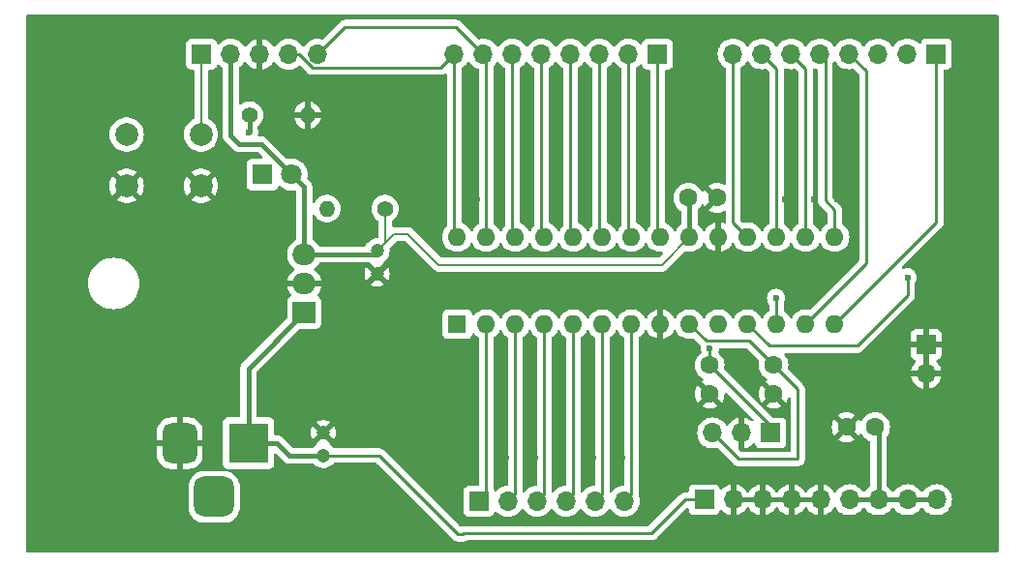
<source format=gbr>
%TF.GenerationSoftware,KiCad,Pcbnew,8.0.5*%
%TF.CreationDate,2025-01-06T05:05:23+01:00*%
%TF.ProjectId,my_Project2,6d795f50-726f-46a6-9563-74322e6b6963,rev?*%
%TF.SameCoordinates,Original*%
%TF.FileFunction,Copper,L1,Top*%
%TF.FilePolarity,Positive*%
%FSLAX46Y46*%
G04 Gerber Fmt 4.6, Leading zero omitted, Abs format (unit mm)*
G04 Created by KiCad (PCBNEW 8.0.5) date 2025-01-06 05:05:23*
%MOMM*%
%LPD*%
G01*
G04 APERTURE LIST*
G04 Aperture macros list*
%AMRoundRect*
0 Rectangle with rounded corners*
0 $1 Rounding radius*
0 $2 $3 $4 $5 $6 $7 $8 $9 X,Y pos of 4 corners*
0 Add a 4 corners polygon primitive as box body*
4,1,4,$2,$3,$4,$5,$6,$7,$8,$9,$2,$3,0*
0 Add four circle primitives for the rounded corners*
1,1,$1+$1,$2,$3*
1,1,$1+$1,$4,$5*
1,1,$1+$1,$6,$7*
1,1,$1+$1,$8,$9*
0 Add four rect primitives between the rounded corners*
20,1,$1+$1,$2,$3,$4,$5,0*
20,1,$1+$1,$4,$5,$6,$7,0*
20,1,$1+$1,$6,$7,$8,$9,0*
20,1,$1+$1,$8,$9,$2,$3,0*%
G04 Aperture macros list end*
%TA.AperFunction,ComponentPad*%
%ADD10C,1.400000*%
%TD*%
%TA.AperFunction,ComponentPad*%
%ADD11O,1.400000X1.400000*%
%TD*%
%TA.AperFunction,ComponentPad*%
%ADD12C,1.200000*%
%TD*%
%TA.AperFunction,ComponentPad*%
%ADD13C,1.600000*%
%TD*%
%TA.AperFunction,ComponentPad*%
%ADD14C,2.000000*%
%TD*%
%TA.AperFunction,ComponentPad*%
%ADD15R,1.700000X1.700000*%
%TD*%
%TA.AperFunction,ComponentPad*%
%ADD16O,1.700000X1.700000*%
%TD*%
%TA.AperFunction,ComponentPad*%
%ADD17R,3.500000X3.500000*%
%TD*%
%TA.AperFunction,ComponentPad*%
%ADD18RoundRect,0.750000X-0.750000X-1.000000X0.750000X-1.000000X0.750000X1.000000X-0.750000X1.000000X0*%
%TD*%
%TA.AperFunction,ComponentPad*%
%ADD19RoundRect,0.875000X-0.875000X-0.875000X0.875000X-0.875000X0.875000X0.875000X-0.875000X0.875000X0*%
%TD*%
%TA.AperFunction,ComponentPad*%
%ADD20R,2.000000X1.905000*%
%TD*%
%TA.AperFunction,ComponentPad*%
%ADD21O,2.000000X1.905000*%
%TD*%
%TA.AperFunction,ComponentPad*%
%ADD22R,1.800000X1.800000*%
%TD*%
%TA.AperFunction,ComponentPad*%
%ADD23C,1.800000*%
%TD*%
%TA.AperFunction,ComponentPad*%
%ADD24R,1.600000X1.600000*%
%TD*%
%TA.AperFunction,ComponentPad*%
%ADD25O,1.600000X1.600000*%
%TD*%
%TA.AperFunction,ViaPad*%
%ADD26C,0.600000*%
%TD*%
%TA.AperFunction,Conductor*%
%ADD27C,0.200000*%
%TD*%
%TA.AperFunction,Conductor*%
%ADD28C,0.400000*%
%TD*%
%TA.AperFunction,Conductor*%
%ADD29C,0.250000*%
%TD*%
G04 APERTURE END LIST*
D10*
%TO.P,R2,1*%
%TO.N,Net-(D1-K)*%
X86741000Y-48514000D03*
D11*
%TO.P,R2,2*%
%TO.N,GND*%
X91821000Y-48514000D03*
%TD*%
D12*
%TO.P,C2,1*%
%TO.N,+5V*%
X97900000Y-60400000D03*
%TO.P,C2,2*%
%TO.N,GND*%
X97900000Y-62400000D03*
%TD*%
%TO.P,C1,1*%
%TO.N,GND*%
X93218000Y-76300500D03*
%TO.P,C1,2*%
%TO.N,Vin*%
X93218000Y-78300500D03*
%TD*%
D13*
%TO.P,C5,1*%
%TO.N,OSCI2*%
X127000000Y-70398000D03*
%TO.P,C5,2*%
%TO.N,GND*%
X127000000Y-72898000D03*
%TD*%
D14*
%TO.P,SW1,1,1*%
%TO.N,MCLR*%
X75998000Y-50201000D03*
X82498000Y-50201000D03*
%TO.P,SW1,2,2*%
%TO.N,GND*%
X75998000Y-54701000D03*
X82498000Y-54701000D03*
%TD*%
D15*
%TO.P,J6,1,Pin_1*%
%TO.N,OSCI2*%
X132334000Y-76327000D03*
D16*
%TO.P,J6,2,Pin_2*%
%TO.N,GND*%
X129794000Y-76327000D03*
%TO.P,J6,3,Pin_3*%
%TO.N,OSC1*%
X127254000Y-76327000D03*
%TD*%
D17*
%TO.P,J1,1*%
%TO.N,Vin*%
X86645000Y-77216000D03*
D18*
%TO.P,J1,2*%
%TO.N,GND*%
X80645000Y-77216000D03*
D19*
%TO.P,J1,3*%
%TO.N,N/C*%
X83645000Y-81916000D03*
%TD*%
D15*
%TO.P,J3,1,Pin_1*%
%TO.N,GND*%
X145923000Y-68580000D03*
D16*
%TO.P,J3,2,Pin_2*%
X145923000Y-71120000D03*
%TD*%
D11*
%TO.P,R1,2*%
%TO.N,MCLR*%
X93520000Y-56700000D03*
D10*
%TO.P,R1,1*%
%TO.N,+5V*%
X98600000Y-56700000D03*
%TD*%
D20*
%TO.P,U2,1,IN*%
%TO.N,Vin*%
X91526000Y-65786000D03*
D21*
%TO.P,U2,2,GND*%
%TO.N,GND*%
X91526000Y-63246000D03*
%TO.P,U2,3,OUT*%
%TO.N,+5V*%
X91526000Y-60706000D03*
%TD*%
D15*
%TO.P,J2,1,Pin_1*%
%TO.N,Vin*%
X126517000Y-82169000D03*
D16*
%TO.P,J2,2,Pin_2*%
%TO.N,GND*%
X129057000Y-82169000D03*
%TO.P,J2,3,Pin_3*%
X131597000Y-82169000D03*
%TO.P,J2,4,Pin_4*%
X134137000Y-82169000D03*
%TO.P,J2,5,Pin_5*%
X136677000Y-82169000D03*
%TO.P,J2,6,Pin_6*%
%TO.N,+5V*%
X139217000Y-82169000D03*
%TO.P,J2,7,Pin_7*%
X141757000Y-82169000D03*
%TO.P,J2,8,Pin_8*%
X144297000Y-82169000D03*
%TO.P,J2,9,Pin_9*%
X146837000Y-82169000D03*
%TD*%
D13*
%TO.P,C6,1*%
%TO.N,GND*%
X132588000Y-72898000D03*
%TO.P,C6,2*%
%TO.N,OSC1*%
X132588000Y-70398000D03*
%TD*%
%TO.P,C4,1*%
%TO.N,GND*%
X138978000Y-75819000D03*
%TO.P,C4,2*%
%TO.N,+5V*%
X141478000Y-75819000D03*
%TD*%
D22*
%TO.P,D1,1,K*%
%TO.N,Net-(D1-K)*%
X87884000Y-53721000D03*
D23*
%TO.P,D1,2,A*%
%TO.N,+5V*%
X90424000Y-53721000D03*
%TD*%
D15*
%TO.P,J7,1,Pin_1*%
%TO.N,RA0*%
X106807000Y-82296000D03*
D16*
%TO.P,J7,2,Pin_2*%
%TO.N,RA1*%
X109347000Y-82296000D03*
%TO.P,J7,3,Pin_3*%
%TO.N,RA2*%
X111887000Y-82296000D03*
%TO.P,J7,4,Pin_4*%
%TO.N,RA3*%
X114427000Y-82296000D03*
%TO.P,J7,5,Pin_5*%
%TO.N,RA4*%
X116967000Y-82296000D03*
%TO.P,J7,6,Pin_6*%
%TO.N,RA5*%
X119507000Y-82296000D03*
%TD*%
D15*
%TO.P,J4,1,Pin_1*%
%TO.N,RB0*%
X122428000Y-43180000D03*
D16*
%TO.P,J4,2,Pin_2*%
%TO.N,RB1*%
X119888000Y-43180000D03*
%TO.P,J4,3,Pin_3*%
%TO.N,RB2*%
X117348000Y-43180000D03*
%TO.P,J4,4,Pin_4*%
%TO.N,RB3*%
X114808000Y-43180000D03*
%TO.P,J4,5,Pin_5*%
%TO.N,RB4*%
X112268000Y-43180000D03*
%TO.P,J4,6,Pin_6*%
%TO.N,RB5*%
X109728000Y-43180000D03*
%TO.P,J4,7,Pin_7*%
%TO.N,RB6*%
X107188000Y-43180000D03*
%TO.P,J4,8,Pin_8*%
%TO.N,RB7*%
X104648000Y-43180000D03*
%TD*%
D13*
%TO.P,C3,1*%
%TO.N,GND*%
X127635000Y-55753000D03*
%TO.P,C3,2*%
%TO.N,+5V*%
X125135000Y-55753000D03*
%TD*%
D15*
%TO.P,J8,1,Pin_1*%
%TO.N,MCLR*%
X82550000Y-43180000D03*
D16*
%TO.P,J8,2,Pin_2*%
%TO.N,+5V*%
X85090000Y-43180000D03*
%TO.P,J8,3,Pin_3*%
%TO.N,GND*%
X87630000Y-43180000D03*
%TO.P,J8,4,Pin_4*%
%TO.N,RB7*%
X90170000Y-43180000D03*
%TO.P,J8,5,Pin_5*%
%TO.N,RB6*%
X92710000Y-43180000D03*
%TD*%
D24*
%TO.P,U1,1,Vpp/~{MCLR}/RE3*%
%TO.N,MCLR*%
X104902000Y-66802000D03*
D25*
%TO.P,U1,2,RA0/AN0*%
%TO.N,RA0*%
X107442000Y-66802000D03*
%TO.P,U1,3,RA1/AN1*%
%TO.N,RA1*%
X109982000Y-66802000D03*
%TO.P,U1,4,RA2/AN2/Vref-/CVref*%
%TO.N,RA2*%
X112522000Y-66802000D03*
%TO.P,U1,5,RA3/AN3/Vref+*%
%TO.N,RA3*%
X115062000Y-66802000D03*
%TO.P,U1,6,RA4/T0CKI/C1OUT/RCV*%
%TO.N,RA4*%
X117602000Y-66802000D03*
%TO.P,U1,7,RA5/AN4/~{SS}/HLVDIN/C2OUT*%
%TO.N,RA5*%
X120142000Y-66802000D03*
%TO.P,U1,8,VSS*%
%TO.N,GND*%
X122682000Y-66802000D03*
%TO.P,U1,9,OSC1/CLKI*%
%TO.N,OSC1*%
X125222000Y-66802000D03*
%TO.P,U1,10,RA6/OSC2/CLKO*%
%TO.N,OSCI2*%
X127762000Y-66802000D03*
%TO.P,U1,11,T1OSO/T13CKI/RC0*%
%TO.N,RC0*%
X130302000Y-66802000D03*
%TO.P,U1,12,~{UOE}/CCP2/T1OSI/RC1*%
%TO.N,RC1*%
X132842000Y-66802000D03*
%TO.P,U1,13,CCP1/RC2*%
%TO.N,RC2*%
X135382000Y-66802000D03*
%TO.P,U1,14,VUSB*%
%TO.N,Vu*%
X137922000Y-66802000D03*
%TO.P,U1,15,VM/D-/RC4*%
%TO.N,RC4*%
X137922000Y-59182000D03*
%TO.P,U1,16,VP/D+/RC5*%
%TO.N,RC5*%
X135382000Y-59182000D03*
%TO.P,U1,17,TX/CK/RC6*%
%TO.N,RC6*%
X132842000Y-59182000D03*
%TO.P,U1,18,SDO/RX/DT/RC7*%
%TO.N,RC7*%
X130302000Y-59182000D03*
%TO.P,U1,19,VSS*%
%TO.N,GND*%
X127762000Y-59182000D03*
%TO.P,U1,20,VDD*%
%TO.N,+5V*%
X125222000Y-59182000D03*
%TO.P,U1,21,RB0/AN12/INT0/FLT0/SDI/SDA*%
%TO.N,RB0*%
X122682000Y-59182000D03*
%TO.P,U1,22,RB1/AN10/INT1/SCK/SCL*%
%TO.N,RB1*%
X120142000Y-59182000D03*
%TO.P,U1,23,RB2/AN8/INT2/VMO*%
%TO.N,RB2*%
X117602000Y-59182000D03*
%TO.P,U1,24,RB3/AN9/CCP2/VPO*%
%TO.N,RB3*%
X115062000Y-59182000D03*
%TO.P,U1,25,RB4/AN11/KBI0*%
%TO.N,RB4*%
X112522000Y-59182000D03*
%TO.P,U1,26,RB5/KBI1/PGM*%
%TO.N,RB5*%
X109982000Y-59182000D03*
%TO.P,U1,27,RB6/KBI2/PGC*%
%TO.N,RB6*%
X107442000Y-59182000D03*
%TO.P,U1,28,RB7/KBI3/PGD*%
%TO.N,RB7*%
X104902000Y-59182000D03*
%TD*%
D15*
%TO.P,J5,1,Pin_1*%
%TO.N,Vu*%
X146827000Y-43155000D03*
D16*
%TO.P,J5,2,Pin_2*%
%TO.N,RC0*%
X144287000Y-43155000D03*
%TO.P,J5,3,Pin_3*%
%TO.N,RC1*%
X141747000Y-43155000D03*
%TO.P,J5,4,Pin_4*%
%TO.N,RC2*%
X139207000Y-43155000D03*
%TO.P,J5,5,Pin_5*%
%TO.N,RC4*%
X136667000Y-43155000D03*
%TO.P,J5,6,Pin_6*%
%TO.N,RC5*%
X134127000Y-43155000D03*
%TO.P,J5,7,Pin_7*%
%TO.N,RC6*%
X131587000Y-43155000D03*
%TO.P,J5,8,Pin_8*%
%TO.N,RC7*%
X129047000Y-43155000D03*
%TD*%
D26*
%TO.N,GND*%
X133604000Y-55880000D03*
X114046000Y-78486000D03*
X138176000Y-55880000D03*
X116078000Y-55880000D03*
X121158000Y-55880000D03*
X108712000Y-55880000D03*
X109220000Y-78486000D03*
X136144000Y-55880000D03*
X106680000Y-55880000D03*
X110998000Y-55880000D03*
X116840000Y-78486000D03*
X119380000Y-78486000D03*
X111760000Y-78486000D03*
X131318000Y-55880000D03*
X113538000Y-55880000D03*
X118618000Y-55880000D03*
%TO.N,OSCI2*%
X127000000Y-68900000D03*
%TO.N,Net-(D1-K)*%
X86700000Y-50000000D03*
%TO.N,RC1*%
X132800000Y-64500000D03*
%TO.N,RC0*%
X144300000Y-62700000D03*
%TD*%
D27*
%TO.N,MCLR*%
X82498000Y-43232000D02*
X82550000Y-43180000D01*
X82498000Y-50201000D02*
X82498000Y-43232000D01*
%TO.N,+5V*%
X99400000Y-58900000D02*
X97900000Y-60400000D01*
X100600000Y-58900000D02*
X99400000Y-58900000D01*
X103300000Y-61600000D02*
X100600000Y-58900000D01*
X125222000Y-59182000D02*
X122804000Y-61600000D01*
X122804000Y-61600000D02*
X103300000Y-61600000D01*
X98600000Y-59700000D02*
X97900000Y-60400000D01*
X98600000Y-56800000D02*
X98600000Y-59700000D01*
D28*
X97594000Y-60706000D02*
X97900000Y-60400000D01*
X91526000Y-60706000D02*
X97594000Y-60706000D01*
D27*
X97508000Y-60400000D02*
X97900000Y-60400000D01*
D29*
%TO.N,Vin*%
X93218000Y-78300500D02*
X98100500Y-78300500D01*
D28*
X86645000Y-70667000D02*
X91526000Y-65786000D01*
X89154000Y-77216000D02*
X90238500Y-78300500D01*
D29*
X121900000Y-85100000D02*
X124831000Y-82169000D01*
X105000000Y-85200000D02*
X105400000Y-85200000D01*
D28*
X86645000Y-77216000D02*
X86645000Y-70667000D01*
X86645000Y-77216000D02*
X89154000Y-77216000D01*
D29*
X124831000Y-82169000D02*
X126517000Y-82169000D01*
X98100500Y-78300500D02*
X105000000Y-85200000D01*
D28*
X90238500Y-78300500D02*
X93218000Y-78300500D01*
D29*
X105400000Y-85200000D02*
X105500000Y-85100000D01*
X105500000Y-85100000D02*
X121900000Y-85100000D01*
D28*
%TO.N,+5V*%
X91526000Y-60706000D02*
X91526000Y-54823000D01*
X144297000Y-82169000D02*
X146837000Y-82169000D01*
X85852000Y-51054000D02*
X85090000Y-50292000D01*
X141757000Y-76098000D02*
X141478000Y-75819000D01*
X139217000Y-82169000D02*
X141757000Y-82169000D01*
X85090000Y-50292000D02*
X85090000Y-43180000D01*
X91526000Y-54823000D02*
X90424000Y-53721000D01*
X141757000Y-82169000D02*
X141757000Y-76098000D01*
X125222000Y-59182000D02*
X125222000Y-55840000D01*
X125222000Y-55840000D02*
X125135000Y-55753000D01*
X87757000Y-51054000D02*
X85852000Y-51054000D01*
X141757000Y-82169000D02*
X144297000Y-82169000D01*
X90424000Y-53721000D02*
X87757000Y-51054000D01*
D29*
%TO.N,OSCI2*%
X132334000Y-75732000D02*
X127000000Y-70398000D01*
X127000000Y-70398000D02*
X127000000Y-68900000D01*
X132334000Y-76327000D02*
X132334000Y-75732000D01*
%TO.N,OSC1*%
X130465000Y-68275000D02*
X126695000Y-68275000D01*
X134700000Y-78600000D02*
X134700000Y-72510000D01*
X129527000Y-78600000D02*
X134700000Y-78600000D01*
X134700000Y-72510000D02*
X132588000Y-70398000D01*
X127254000Y-76327000D02*
X129527000Y-78600000D01*
X126695000Y-68275000D02*
X125222000Y-66802000D01*
X132588000Y-70398000D02*
X130465000Y-68275000D01*
D28*
%TO.N,Net-(D1-K)*%
X86741000Y-49959000D02*
X86700000Y-50000000D01*
X86741000Y-48514000D02*
X86741000Y-49959000D01*
D29*
%TO.N,RB4*%
X112268000Y-58928000D02*
X112522000Y-59182000D01*
X112268000Y-43180000D02*
X112268000Y-58928000D01*
%TO.N,RB1*%
X119888000Y-58928000D02*
X120142000Y-59182000D01*
X119888000Y-43180000D02*
X119888000Y-58928000D01*
%TO.N,RB0*%
X122428000Y-43180000D02*
X122428000Y-58928000D01*
X122428000Y-58928000D02*
X122682000Y-59182000D01*
%TO.N,RB2*%
X117348000Y-58928000D02*
X117602000Y-59182000D01*
X117348000Y-43180000D02*
X117348000Y-58928000D01*
%TO.N,RB5*%
X109728000Y-43180000D02*
X109728000Y-58928000D01*
X109728000Y-58928000D02*
X109982000Y-59182000D01*
%TO.N,RB7*%
X104648000Y-43180000D02*
X104648000Y-58928000D01*
X103473000Y-44355000D02*
X104648000Y-43180000D01*
X90170000Y-43180000D02*
X91048299Y-43180000D01*
X91048299Y-43180000D02*
X92223299Y-44355000D01*
X104648000Y-58928000D02*
X104902000Y-59182000D01*
X92223299Y-44355000D02*
X103473000Y-44355000D01*
%TO.N,RB3*%
X114808000Y-43180000D02*
X114808000Y-58928000D01*
X114808000Y-58928000D02*
X115062000Y-59182000D01*
%TO.N,RB6*%
X92710000Y-43180000D02*
X95090000Y-40800000D01*
X95090000Y-40800000D02*
X104808000Y-40800000D01*
X107188000Y-43180000D02*
X107442000Y-43434000D01*
X104808000Y-40800000D02*
X107188000Y-43180000D01*
X107442000Y-43434000D02*
X107442000Y-59182000D01*
%TO.N,RC4*%
X136667000Y-43155000D02*
X137100000Y-43588000D01*
X137100000Y-43588000D02*
X137100000Y-55952116D01*
X137922000Y-56774116D02*
X137922000Y-59182000D01*
X137100000Y-55952116D02*
X137922000Y-56774116D01*
%TO.N,RC1*%
X132842000Y-66802000D02*
X132842000Y-64542000D01*
X132842000Y-64542000D02*
X132800000Y-64500000D01*
%TO.N,RC7*%
X129047000Y-43155000D02*
X129047000Y-57927000D01*
X129047000Y-57927000D02*
X130302000Y-59182000D01*
%TO.N,Vu*%
X137922000Y-66802000D02*
X146827000Y-57897000D01*
X146827000Y-57897000D02*
X146827000Y-43155000D01*
%TO.N,RC0*%
X132200000Y-68700000D02*
X139900000Y-68700000D01*
X139900000Y-68700000D02*
X144300000Y-64300000D01*
X144300000Y-64300000D02*
X144300000Y-62700000D01*
X130302000Y-66802000D02*
X132200000Y-68700000D01*
%TO.N,RC5*%
X135382000Y-44410000D02*
X135382000Y-59182000D01*
X134127000Y-43155000D02*
X135382000Y-44410000D01*
%TO.N,RC6*%
X131587000Y-43155000D02*
X132842000Y-44410000D01*
X132842000Y-44410000D02*
X132842000Y-59182000D01*
%TO.N,RC2*%
X140700000Y-61484000D02*
X135382000Y-66802000D01*
X140700000Y-44648000D02*
X140700000Y-61484000D01*
X139207000Y-43155000D02*
X140700000Y-44648000D01*
%TO.N,RA3*%
X115062000Y-81661000D02*
X114427000Y-82296000D01*
X115062000Y-66802000D02*
X115062000Y-81661000D01*
%TO.N,RA4*%
X117602000Y-81661000D02*
X116967000Y-82296000D01*
X117602000Y-66802000D02*
X117602000Y-81661000D01*
%TO.N,RA2*%
X112522000Y-81661000D02*
X111887000Y-82296000D01*
X112522000Y-66802000D02*
X112522000Y-81661000D01*
%TO.N,RA0*%
X107442000Y-66802000D02*
X107442000Y-81661000D01*
X107442000Y-81661000D02*
X106807000Y-82296000D01*
%TO.N,RA1*%
X109982000Y-66802000D02*
X109982000Y-81661000D01*
X109982000Y-81661000D02*
X109347000Y-82296000D01*
%TO.N,RA5*%
X120142000Y-66802000D02*
X120142000Y-81661000D01*
X120142000Y-81661000D02*
X119507000Y-82296000D01*
%TD*%
%TA.AperFunction,Conductor*%
%TO.N,GND*%
G36*
X131131075Y-81976007D02*
G01*
X131097000Y-82103174D01*
X131097000Y-82234826D01*
X131131075Y-82361993D01*
X131163988Y-82419000D01*
X129490012Y-82419000D01*
X129522925Y-82361993D01*
X129557000Y-82234826D01*
X129557000Y-82103174D01*
X129522925Y-81976007D01*
X129490012Y-81919000D01*
X131163988Y-81919000D01*
X131131075Y-81976007D01*
G37*
%TD.AperFunction*%
%TA.AperFunction,Conductor*%
G36*
X133671075Y-81976007D02*
G01*
X133637000Y-82103174D01*
X133637000Y-82234826D01*
X133671075Y-82361993D01*
X133703988Y-82419000D01*
X132030012Y-82419000D01*
X132062925Y-82361993D01*
X132097000Y-82234826D01*
X132097000Y-82103174D01*
X132062925Y-81976007D01*
X132030012Y-81919000D01*
X133703988Y-81919000D01*
X133671075Y-81976007D01*
G37*
%TD.AperFunction*%
%TA.AperFunction,Conductor*%
G36*
X136211075Y-81976007D02*
G01*
X136177000Y-82103174D01*
X136177000Y-82234826D01*
X136211075Y-82361993D01*
X136243988Y-82419000D01*
X134570012Y-82419000D01*
X134602925Y-82361993D01*
X134637000Y-82234826D01*
X134637000Y-82103174D01*
X134602925Y-81976007D01*
X134570012Y-81919000D01*
X136243988Y-81919000D01*
X136211075Y-81976007D01*
G37*
%TD.AperFunction*%
%TA.AperFunction,Conductor*%
G36*
X111319865Y-67345348D02*
G01*
X111364382Y-67396725D01*
X111391429Y-67454728D01*
X111391432Y-67454734D01*
X111521954Y-67641141D01*
X111682858Y-67802045D01*
X111843623Y-67914613D01*
X111887248Y-67969189D01*
X111896500Y-68016188D01*
X111896500Y-80825885D01*
X111876815Y-80892924D01*
X111824011Y-80938679D01*
X111783308Y-80949413D01*
X111651596Y-80960936D01*
X111651586Y-80960938D01*
X111423344Y-81022094D01*
X111423335Y-81022098D01*
X111209171Y-81121964D01*
X111209169Y-81121965D01*
X111015597Y-81257505D01*
X110848506Y-81424596D01*
X110833074Y-81446636D01*
X110778496Y-81490260D01*
X110708998Y-81497452D01*
X110646644Y-81465929D01*
X110611231Y-81405699D01*
X110607500Y-81375511D01*
X110607500Y-68016188D01*
X110627185Y-67949149D01*
X110660377Y-67914613D01*
X110725095Y-67869297D01*
X110821139Y-67802047D01*
X110982047Y-67641139D01*
X111112568Y-67454734D01*
X111139618Y-67396724D01*
X111185790Y-67344285D01*
X111252983Y-67325133D01*
X111319865Y-67345348D01*
G37*
%TD.AperFunction*%
%TA.AperFunction,Conductor*%
G36*
X113859865Y-67345348D02*
G01*
X113904382Y-67396725D01*
X113931429Y-67454728D01*
X113931432Y-67454734D01*
X114061954Y-67641141D01*
X114222858Y-67802045D01*
X114383623Y-67914613D01*
X114427248Y-67969189D01*
X114436500Y-68016188D01*
X114436500Y-80825885D01*
X114416815Y-80892924D01*
X114364011Y-80938679D01*
X114323308Y-80949413D01*
X114191596Y-80960936D01*
X114191586Y-80960938D01*
X113963344Y-81022094D01*
X113963335Y-81022098D01*
X113749171Y-81121964D01*
X113749169Y-81121965D01*
X113555597Y-81257505D01*
X113388506Y-81424596D01*
X113373074Y-81446636D01*
X113318496Y-81490260D01*
X113248998Y-81497452D01*
X113186644Y-81465929D01*
X113151231Y-81405699D01*
X113147500Y-81375511D01*
X113147500Y-68016188D01*
X113167185Y-67949149D01*
X113200377Y-67914613D01*
X113265095Y-67869297D01*
X113361139Y-67802047D01*
X113522047Y-67641139D01*
X113652568Y-67454734D01*
X113679618Y-67396724D01*
X113725790Y-67344285D01*
X113792983Y-67325133D01*
X113859865Y-67345348D01*
G37*
%TD.AperFunction*%
%TA.AperFunction,Conductor*%
G36*
X116399865Y-67345348D02*
G01*
X116444382Y-67396725D01*
X116471429Y-67454728D01*
X116471432Y-67454734D01*
X116601954Y-67641141D01*
X116762858Y-67802045D01*
X116923623Y-67914613D01*
X116967248Y-67969189D01*
X116976500Y-68016188D01*
X116976500Y-80825885D01*
X116956815Y-80892924D01*
X116904011Y-80938679D01*
X116863308Y-80949413D01*
X116731596Y-80960936D01*
X116731586Y-80960938D01*
X116503344Y-81022094D01*
X116503335Y-81022098D01*
X116289171Y-81121964D01*
X116289169Y-81121965D01*
X116095597Y-81257505D01*
X115928506Y-81424596D01*
X115913074Y-81446636D01*
X115858496Y-81490260D01*
X115788998Y-81497452D01*
X115726644Y-81465929D01*
X115691231Y-81405699D01*
X115687500Y-81375511D01*
X115687500Y-68016188D01*
X115707185Y-67949149D01*
X115740377Y-67914613D01*
X115805095Y-67869297D01*
X115901139Y-67802047D01*
X116062047Y-67641139D01*
X116192568Y-67454734D01*
X116219618Y-67396724D01*
X116265790Y-67344285D01*
X116332983Y-67325133D01*
X116399865Y-67345348D01*
G37*
%TD.AperFunction*%
%TA.AperFunction,Conductor*%
G36*
X118939865Y-67345348D02*
G01*
X118984382Y-67396725D01*
X119011429Y-67454728D01*
X119011432Y-67454734D01*
X119141954Y-67641141D01*
X119302858Y-67802045D01*
X119463623Y-67914613D01*
X119507248Y-67969189D01*
X119516500Y-68016188D01*
X119516500Y-80825885D01*
X119496815Y-80892924D01*
X119444011Y-80938679D01*
X119403308Y-80949413D01*
X119271596Y-80960936D01*
X119271586Y-80960938D01*
X119043344Y-81022094D01*
X119043335Y-81022098D01*
X118829171Y-81121964D01*
X118829169Y-81121965D01*
X118635597Y-81257505D01*
X118468506Y-81424596D01*
X118453074Y-81446636D01*
X118398496Y-81490260D01*
X118328998Y-81497452D01*
X118266644Y-81465929D01*
X118231231Y-81405699D01*
X118227500Y-81375511D01*
X118227500Y-68016188D01*
X118247185Y-67949149D01*
X118280377Y-67914613D01*
X118345095Y-67869297D01*
X118441139Y-67802047D01*
X118602047Y-67641139D01*
X118732568Y-67454734D01*
X118759618Y-67396724D01*
X118805790Y-67344285D01*
X118872983Y-67325133D01*
X118939865Y-67345348D01*
G37*
%TD.AperFunction*%
%TA.AperFunction,Conductor*%
G36*
X108779865Y-67345348D02*
G01*
X108824382Y-67396725D01*
X108851429Y-67454728D01*
X108851432Y-67454734D01*
X108981954Y-67641141D01*
X109142858Y-67802045D01*
X109303623Y-67914613D01*
X109347248Y-67969189D01*
X109356500Y-68016188D01*
X109356500Y-80825885D01*
X109336815Y-80892924D01*
X109284011Y-80938679D01*
X109243308Y-80949413D01*
X109111596Y-80960936D01*
X109111586Y-80960938D01*
X108883344Y-81022094D01*
X108883335Y-81022098D01*
X108669171Y-81121964D01*
X108669169Y-81121965D01*
X108475600Y-81257503D01*
X108353673Y-81379430D01*
X108292350Y-81412914D01*
X108222658Y-81407930D01*
X108166725Y-81366058D01*
X108149810Y-81335081D01*
X108100797Y-81203671D01*
X108100793Y-81203664D01*
X108092233Y-81192229D01*
X108067816Y-81126765D01*
X108067500Y-81117919D01*
X108067500Y-68016188D01*
X108087185Y-67949149D01*
X108120377Y-67914613D01*
X108185095Y-67869297D01*
X108281139Y-67802047D01*
X108442047Y-67641139D01*
X108572568Y-67454734D01*
X108599618Y-67396724D01*
X108645790Y-67344285D01*
X108712983Y-67325133D01*
X108779865Y-67345348D01*
G37*
%TD.AperFunction*%
%TA.AperFunction,Conductor*%
G36*
X130221587Y-68920185D02*
G01*
X130242229Y-68936819D01*
X131288586Y-69983177D01*
X131322071Y-70044500D01*
X131320680Y-70102949D01*
X131302367Y-70171296D01*
X131302364Y-70171313D01*
X131282532Y-70397999D01*
X131282532Y-70398001D01*
X131302364Y-70624686D01*
X131302366Y-70624697D01*
X131361258Y-70844488D01*
X131361261Y-70844497D01*
X131457431Y-71050732D01*
X131457432Y-71050734D01*
X131587954Y-71237141D01*
X131748858Y-71398045D01*
X131748861Y-71398047D01*
X131935266Y-71528568D01*
X131950975Y-71535893D01*
X132003414Y-71582064D01*
X132022567Y-71649257D01*
X132002352Y-71716138D01*
X131950979Y-71760656D01*
X131935514Y-71767867D01*
X131935512Y-71767868D01*
X131862526Y-71818973D01*
X131862526Y-71818974D01*
X132541553Y-72498000D01*
X132535339Y-72498000D01*
X132433606Y-72525259D01*
X132342394Y-72577920D01*
X132267920Y-72652394D01*
X132215259Y-72743606D01*
X132188000Y-72845339D01*
X132188000Y-72851552D01*
X131508974Y-72172526D01*
X131508973Y-72172526D01*
X131457868Y-72245512D01*
X131457866Y-72245516D01*
X131361734Y-72451673D01*
X131361730Y-72451682D01*
X131302860Y-72671389D01*
X131302858Y-72671400D01*
X131283034Y-72897997D01*
X131283034Y-72898002D01*
X131302858Y-73124599D01*
X131302860Y-73124610D01*
X131361730Y-73344317D01*
X131361735Y-73344331D01*
X131457863Y-73550478D01*
X131508974Y-73623472D01*
X132188000Y-72944446D01*
X132188000Y-72950661D01*
X132215259Y-73052394D01*
X132267920Y-73143606D01*
X132342394Y-73218080D01*
X132433606Y-73270741D01*
X132535339Y-73298000D01*
X132541553Y-73298000D01*
X131862526Y-73977025D01*
X131935513Y-74028132D01*
X131935521Y-74028136D01*
X132141668Y-74124264D01*
X132141682Y-74124269D01*
X132361389Y-74183139D01*
X132361400Y-74183141D01*
X132587998Y-74202966D01*
X132588002Y-74202966D01*
X132814599Y-74183141D01*
X132814610Y-74183139D01*
X133034317Y-74124269D01*
X133034331Y-74124264D01*
X133240478Y-74028136D01*
X133313471Y-73977024D01*
X132634447Y-73298000D01*
X132640661Y-73298000D01*
X132742394Y-73270741D01*
X132833606Y-73218080D01*
X132908080Y-73143606D01*
X132960741Y-73052394D01*
X132988000Y-72950661D01*
X132988000Y-72944447D01*
X133667024Y-73623471D01*
X133718136Y-73550478D01*
X133814264Y-73344331D01*
X133814269Y-73344317D01*
X133830725Y-73282904D01*
X133867090Y-73223243D01*
X133929937Y-73192714D01*
X133999312Y-73201009D01*
X134053190Y-73245494D01*
X134074465Y-73312046D01*
X134074500Y-73314997D01*
X134074500Y-77850500D01*
X134054815Y-77917539D01*
X134002011Y-77963294D01*
X133950500Y-77974500D01*
X129837453Y-77974500D01*
X129770414Y-77954815D01*
X129749772Y-77938181D01*
X129580319Y-77768728D01*
X129546834Y-77707405D01*
X129544000Y-77681047D01*
X129544000Y-76760012D01*
X129601007Y-76792925D01*
X129728174Y-76827000D01*
X129859826Y-76827000D01*
X129986993Y-76792925D01*
X130044000Y-76760012D01*
X130044000Y-77657633D01*
X130257483Y-77600433D01*
X130257492Y-77600429D01*
X130471578Y-77500600D01*
X130665078Y-77365108D01*
X130787133Y-77243053D01*
X130848456Y-77209568D01*
X130918148Y-77214552D01*
X130974082Y-77256423D01*
X130990997Y-77287401D01*
X131040202Y-77419328D01*
X131040206Y-77419335D01*
X131126452Y-77534544D01*
X131126455Y-77534547D01*
X131241664Y-77620793D01*
X131241671Y-77620797D01*
X131376517Y-77671091D01*
X131376516Y-77671091D01*
X131383444Y-77671835D01*
X131436127Y-77677500D01*
X133231872Y-77677499D01*
X133291483Y-77671091D01*
X133426331Y-77620796D01*
X133541546Y-77534546D01*
X133627796Y-77419331D01*
X133678091Y-77284483D01*
X133684500Y-77224873D01*
X133684499Y-75429128D01*
X133678091Y-75369517D01*
X133676875Y-75366258D01*
X133627797Y-75234671D01*
X133627793Y-75234664D01*
X133541547Y-75119455D01*
X133541544Y-75119452D01*
X133426335Y-75033206D01*
X133426328Y-75033202D01*
X133291482Y-74982908D01*
X133291483Y-74982908D01*
X133231883Y-74976501D01*
X133231881Y-74976500D01*
X133231873Y-74976500D01*
X133231865Y-74976500D01*
X132514452Y-74976500D01*
X132447413Y-74956815D01*
X132426771Y-74940181D01*
X128299412Y-70812822D01*
X128265927Y-70751499D01*
X128267318Y-70693048D01*
X128285635Y-70624692D01*
X128305468Y-70398000D01*
X128285635Y-70171308D01*
X128226739Y-69951504D01*
X128130568Y-69745266D01*
X128000047Y-69558861D01*
X128000045Y-69558858D01*
X127839141Y-69397954D01*
X127783318Y-69358867D01*
X127739693Y-69304291D01*
X127732499Y-69234792D01*
X127737397Y-69216348D01*
X127785368Y-69079255D01*
X127785368Y-69079253D01*
X127785369Y-69079251D01*
X127793102Y-69010617D01*
X127820168Y-68946203D01*
X127877763Y-68906648D01*
X127916322Y-68900500D01*
X130154548Y-68900500D01*
X130221587Y-68920185D01*
G37*
%TD.AperFunction*%
%TA.AperFunction,Conductor*%
G36*
X87880000Y-44510633D02*
G01*
X88093483Y-44453433D01*
X88093492Y-44453429D01*
X88307578Y-44353600D01*
X88501082Y-44218105D01*
X88668105Y-44051082D01*
X88798119Y-43865405D01*
X88852696Y-43821781D01*
X88922195Y-43814588D01*
X88984549Y-43846110D01*
X89001269Y-43865405D01*
X89131505Y-44051401D01*
X89298599Y-44218495D01*
X89395384Y-44286265D01*
X89492165Y-44354032D01*
X89492167Y-44354033D01*
X89492170Y-44354035D01*
X89706337Y-44453903D01*
X89706343Y-44453904D01*
X89706344Y-44453905D01*
X89747028Y-44464806D01*
X89934592Y-44515063D01*
X90111034Y-44530500D01*
X90169999Y-44535659D01*
X90170000Y-44535659D01*
X90170001Y-44535659D01*
X90228966Y-44530500D01*
X90405408Y-44515063D01*
X90633663Y-44453903D01*
X90847830Y-44354035D01*
X91041401Y-44218495D01*
X91041414Y-44218481D01*
X91041776Y-44218179D01*
X91041977Y-44218090D01*
X91045836Y-44215389D01*
X91046378Y-44216163D01*
X91105779Y-44190154D01*
X91174773Y-44201180D01*
X91209181Y-44225472D01*
X91734315Y-44750606D01*
X91734344Y-44750637D01*
X91824563Y-44840856D01*
X91824566Y-44840858D01*
X91901489Y-44892256D01*
X91927009Y-44909309D01*
X91927011Y-44909310D01*
X91927014Y-44909312D01*
X91993695Y-44936931D01*
X91993697Y-44936933D01*
X92033939Y-44953601D01*
X92040847Y-44956463D01*
X92080308Y-44964312D01*
X92161690Y-44980499D01*
X92161691Y-44980500D01*
X92161692Y-44980500D01*
X103534608Y-44980500D01*
X103534608Y-44980499D01*
X103615991Y-44964312D01*
X103615992Y-44964312D01*
X103629387Y-44961647D01*
X103655452Y-44956463D01*
X103688792Y-44942652D01*
X103769286Y-44909312D01*
X103820509Y-44875084D01*
X103829603Y-44869007D01*
X103896278Y-44848125D01*
X103963660Y-44866605D01*
X104010353Y-44918581D01*
X104022500Y-44972105D01*
X104022500Y-58170951D01*
X104002815Y-58237990D01*
X103986181Y-58258632D01*
X103901954Y-58342858D01*
X103771432Y-58529265D01*
X103771431Y-58529267D01*
X103675261Y-58735502D01*
X103675258Y-58735511D01*
X103616366Y-58955302D01*
X103616364Y-58955313D01*
X103596532Y-59181998D01*
X103596532Y-59182001D01*
X103616364Y-59408686D01*
X103616366Y-59408697D01*
X103675258Y-59628488D01*
X103675261Y-59628497D01*
X103771431Y-59834732D01*
X103771432Y-59834734D01*
X103901954Y-60021141D01*
X104062858Y-60182045D01*
X104062861Y-60182047D01*
X104249266Y-60312568D01*
X104455504Y-60408739D01*
X104675308Y-60467635D01*
X104819144Y-60480219D01*
X104901998Y-60487468D01*
X104902000Y-60487468D01*
X104902002Y-60487468D01*
X104958673Y-60482509D01*
X105128692Y-60467635D01*
X105348496Y-60408739D01*
X105554734Y-60312568D01*
X105741139Y-60182047D01*
X105902047Y-60021139D01*
X106032568Y-59834734D01*
X106059618Y-59776724D01*
X106105790Y-59724285D01*
X106172983Y-59705133D01*
X106239865Y-59725348D01*
X106284382Y-59776725D01*
X106311429Y-59834728D01*
X106311432Y-59834734D01*
X106441954Y-60021141D01*
X106602858Y-60182045D01*
X106602861Y-60182047D01*
X106789266Y-60312568D01*
X106995504Y-60408739D01*
X107215308Y-60467635D01*
X107359144Y-60480219D01*
X107441998Y-60487468D01*
X107442000Y-60487468D01*
X107442002Y-60487468D01*
X107498673Y-60482509D01*
X107668692Y-60467635D01*
X107888496Y-60408739D01*
X108094734Y-60312568D01*
X108281139Y-60182047D01*
X108442047Y-60021139D01*
X108572568Y-59834734D01*
X108599618Y-59776724D01*
X108645790Y-59724285D01*
X108712983Y-59705133D01*
X108779865Y-59725348D01*
X108824382Y-59776725D01*
X108851429Y-59834728D01*
X108851432Y-59834734D01*
X108981954Y-60021141D01*
X109142858Y-60182045D01*
X109142861Y-60182047D01*
X109329266Y-60312568D01*
X109535504Y-60408739D01*
X109755308Y-60467635D01*
X109899144Y-60480219D01*
X109981998Y-60487468D01*
X109982000Y-60487468D01*
X109982002Y-60487468D01*
X110038673Y-60482509D01*
X110208692Y-60467635D01*
X110428496Y-60408739D01*
X110634734Y-60312568D01*
X110821139Y-60182047D01*
X110982047Y-60021139D01*
X111112568Y-59834734D01*
X111139618Y-59776724D01*
X111185790Y-59724285D01*
X111252983Y-59705133D01*
X111319865Y-59725348D01*
X111364382Y-59776725D01*
X111391429Y-59834728D01*
X111391432Y-59834734D01*
X111521954Y-60021141D01*
X111682858Y-60182045D01*
X111682861Y-60182047D01*
X111869266Y-60312568D01*
X112075504Y-60408739D01*
X112295308Y-60467635D01*
X112439144Y-60480219D01*
X112521998Y-60487468D01*
X112522000Y-60487468D01*
X112522002Y-60487468D01*
X112578673Y-60482509D01*
X112748692Y-60467635D01*
X112968496Y-60408739D01*
X113174734Y-60312568D01*
X113361139Y-60182047D01*
X113522047Y-60021139D01*
X113652568Y-59834734D01*
X113679618Y-59776724D01*
X113725790Y-59724285D01*
X113792983Y-59705133D01*
X113859865Y-59725348D01*
X113904382Y-59776725D01*
X113931429Y-59834728D01*
X113931432Y-59834734D01*
X114061954Y-60021141D01*
X114222858Y-60182045D01*
X114222861Y-60182047D01*
X114409266Y-60312568D01*
X114615504Y-60408739D01*
X114835308Y-60467635D01*
X114979144Y-60480219D01*
X115061998Y-60487468D01*
X115062000Y-60487468D01*
X115062002Y-60487468D01*
X115118673Y-60482509D01*
X115288692Y-60467635D01*
X115508496Y-60408739D01*
X115714734Y-60312568D01*
X115901139Y-60182047D01*
X116062047Y-60021139D01*
X116192568Y-59834734D01*
X116219618Y-59776724D01*
X116265790Y-59724285D01*
X116332983Y-59705133D01*
X116399865Y-59725348D01*
X116444382Y-59776725D01*
X116471429Y-59834728D01*
X116471432Y-59834734D01*
X116601954Y-60021141D01*
X116762858Y-60182045D01*
X116762861Y-60182047D01*
X116949266Y-60312568D01*
X117155504Y-60408739D01*
X117375308Y-60467635D01*
X117519144Y-60480219D01*
X117601998Y-60487468D01*
X117602000Y-60487468D01*
X117602002Y-60487468D01*
X117658673Y-60482509D01*
X117828692Y-60467635D01*
X118048496Y-60408739D01*
X118254734Y-60312568D01*
X118441139Y-60182047D01*
X118602047Y-60021139D01*
X118732568Y-59834734D01*
X118759618Y-59776724D01*
X118805790Y-59724285D01*
X118872983Y-59705133D01*
X118939865Y-59725348D01*
X118984382Y-59776725D01*
X119011429Y-59834728D01*
X119011432Y-59834734D01*
X119141954Y-60021141D01*
X119302858Y-60182045D01*
X119302861Y-60182047D01*
X119489266Y-60312568D01*
X119695504Y-60408739D01*
X119915308Y-60467635D01*
X120059144Y-60480219D01*
X120141998Y-60487468D01*
X120142000Y-60487468D01*
X120142002Y-60487468D01*
X120198673Y-60482509D01*
X120368692Y-60467635D01*
X120588496Y-60408739D01*
X120794734Y-60312568D01*
X120981139Y-60182047D01*
X121142047Y-60021139D01*
X121272568Y-59834734D01*
X121299618Y-59776724D01*
X121345790Y-59724285D01*
X121412983Y-59705133D01*
X121479865Y-59725348D01*
X121524382Y-59776725D01*
X121551429Y-59834728D01*
X121551432Y-59834734D01*
X121681954Y-60021141D01*
X121842858Y-60182045D01*
X121842861Y-60182047D01*
X122029266Y-60312568D01*
X122235504Y-60408739D01*
X122455308Y-60467635D01*
X122599144Y-60480219D01*
X122681998Y-60487468D01*
X122681999Y-60487468D01*
X122681999Y-60487467D01*
X122682000Y-60487468D01*
X122764848Y-60480219D01*
X122833345Y-60493985D01*
X122883529Y-60542600D01*
X122899463Y-60610628D01*
X122876088Y-60676472D01*
X122863336Y-60691428D01*
X122591582Y-60963182D01*
X122530262Y-60996666D01*
X122503903Y-60999500D01*
X103600098Y-60999500D01*
X103533059Y-60979815D01*
X103512417Y-60963181D01*
X101087590Y-58538355D01*
X101087588Y-58538352D01*
X100968717Y-58419481D01*
X100968716Y-58419480D01*
X100881904Y-58369360D01*
X100881904Y-58369359D01*
X100881900Y-58369358D01*
X100831785Y-58340423D01*
X100679057Y-58299499D01*
X100520943Y-58299499D01*
X100513347Y-58299499D01*
X100513331Y-58299500D01*
X99324500Y-58299500D01*
X99257461Y-58279815D01*
X99211706Y-58227011D01*
X99200500Y-58175500D01*
X99200500Y-57809244D01*
X99220185Y-57742205D01*
X99259220Y-57703819D01*
X99326562Y-57662124D01*
X99490981Y-57512236D01*
X99625058Y-57334689D01*
X99724229Y-57135528D01*
X99785115Y-56921536D01*
X99805643Y-56700000D01*
X99785115Y-56478464D01*
X99724229Y-56264472D01*
X99724224Y-56264461D01*
X99625061Y-56065316D01*
X99625056Y-56065308D01*
X99490979Y-55887761D01*
X99326562Y-55737876D01*
X99326560Y-55737874D01*
X99137404Y-55620754D01*
X99137398Y-55620752D01*
X98929940Y-55540382D01*
X98711243Y-55499500D01*
X98488757Y-55499500D01*
X98270060Y-55540382D01*
X98191331Y-55570882D01*
X98062601Y-55620752D01*
X98062595Y-55620754D01*
X97873439Y-55737874D01*
X97873437Y-55737876D01*
X97709020Y-55887761D01*
X97574943Y-56065308D01*
X97574938Y-56065316D01*
X97475775Y-56264461D01*
X97475769Y-56264476D01*
X97414885Y-56478462D01*
X97414884Y-56478464D01*
X97394357Y-56699999D01*
X97394357Y-56700000D01*
X97414884Y-56921535D01*
X97414885Y-56921537D01*
X97475769Y-57135523D01*
X97475775Y-57135538D01*
X97574938Y-57334683D01*
X97574943Y-57334691D01*
X97709020Y-57512238D01*
X97873433Y-57662120D01*
X97873435Y-57662121D01*
X97873438Y-57662124D01*
X97940778Y-57703818D01*
X97987412Y-57755843D01*
X97999500Y-57809244D01*
X97999500Y-59175500D01*
X97979815Y-59242539D01*
X97927011Y-59288294D01*
X97875500Y-59299500D01*
X97798024Y-59299500D01*
X97597544Y-59336976D01*
X97597541Y-59336976D01*
X97597541Y-59336977D01*
X97407364Y-59410651D01*
X97407357Y-59410655D01*
X97233960Y-59518017D01*
X97233958Y-59518019D01*
X97083237Y-59655418D01*
X96960325Y-59818180D01*
X96901275Y-59936771D01*
X96853772Y-59988009D01*
X96790275Y-60005500D01*
X92923064Y-60005500D01*
X92856025Y-59985815D01*
X92819273Y-59948264D01*
X92819081Y-59948404D01*
X92818133Y-59947100D01*
X92817331Y-59946280D01*
X92816218Y-59944463D01*
X92796023Y-59916667D01*
X92681786Y-59759434D01*
X92520066Y-59597714D01*
X92335038Y-59463283D01*
X92335037Y-59463282D01*
X92335035Y-59463281D01*
X92294204Y-59442476D01*
X92243408Y-59394501D01*
X92226500Y-59331992D01*
X92226500Y-57322801D01*
X92246185Y-57255762D01*
X92298989Y-57210007D01*
X92368147Y-57200063D01*
X92431703Y-57229088D01*
X92461500Y-57267530D01*
X92494936Y-57334679D01*
X92494943Y-57334691D01*
X92629020Y-57512238D01*
X92793437Y-57662123D01*
X92793439Y-57662125D01*
X92982595Y-57779245D01*
X92982596Y-57779245D01*
X92982599Y-57779247D01*
X93190060Y-57859618D01*
X93408757Y-57900500D01*
X93408759Y-57900500D01*
X93631241Y-57900500D01*
X93631243Y-57900500D01*
X93849940Y-57859618D01*
X94057401Y-57779247D01*
X94246562Y-57662124D01*
X94410981Y-57512236D01*
X94545058Y-57334689D01*
X94644229Y-57135528D01*
X94705115Y-56921536D01*
X94725643Y-56700000D01*
X94705115Y-56478464D01*
X94644229Y-56264472D01*
X94644224Y-56264461D01*
X94545061Y-56065316D01*
X94545056Y-56065308D01*
X94410979Y-55887761D01*
X94246562Y-55737876D01*
X94246560Y-55737874D01*
X94057404Y-55620754D01*
X94057398Y-55620752D01*
X93849940Y-55540382D01*
X93631243Y-55499500D01*
X93408757Y-55499500D01*
X93190060Y-55540382D01*
X93111331Y-55570882D01*
X92982601Y-55620752D01*
X92982595Y-55620754D01*
X92793439Y-55737874D01*
X92793437Y-55737876D01*
X92629020Y-55887761D01*
X92494943Y-56065308D01*
X92494938Y-56065316D01*
X92461500Y-56132470D01*
X92413997Y-56183707D01*
X92346334Y-56201128D01*
X92279994Y-56179202D01*
X92236039Y-56124891D01*
X92226500Y-56077198D01*
X92226500Y-54754004D01*
X92204934Y-54645591D01*
X92199580Y-54618671D01*
X92161302Y-54526261D01*
X92146775Y-54491189D01*
X92146774Y-54491187D01*
X92146773Y-54491185D01*
X92070115Y-54376459D01*
X92041103Y-54347447D01*
X91972542Y-54278886D01*
X91826779Y-54133122D01*
X91793295Y-54071801D01*
X91794255Y-54015004D01*
X91810134Y-53952305D01*
X91829300Y-53721000D01*
X91829300Y-53720993D01*
X91810135Y-53489702D01*
X91810133Y-53489691D01*
X91753157Y-53264699D01*
X91659924Y-53052151D01*
X91532983Y-52857852D01*
X91532980Y-52857849D01*
X91532979Y-52857847D01*
X91375784Y-52687087D01*
X91375779Y-52687083D01*
X91375777Y-52687081D01*
X91192634Y-52544535D01*
X91192628Y-52544531D01*
X90988504Y-52434064D01*
X90988495Y-52434061D01*
X90768984Y-52358702D01*
X90578450Y-52326908D01*
X90540049Y-52320500D01*
X90307951Y-52320500D01*
X90119127Y-52352008D01*
X90049762Y-52343626D01*
X90011037Y-52317380D01*
X88203546Y-50509888D01*
X88203545Y-50509887D01*
X88088807Y-50433222D01*
X87961332Y-50380421D01*
X87961322Y-50380418D01*
X87825996Y-50353500D01*
X87825994Y-50353500D01*
X87825993Y-50353500D01*
X87599159Y-50353500D01*
X87532120Y-50333815D01*
X87486365Y-50281011D01*
X87476421Y-50211853D01*
X87482118Y-50188543D01*
X87482155Y-50188435D01*
X87485368Y-50179255D01*
X87485369Y-50179249D01*
X87505565Y-50000003D01*
X87505565Y-49999996D01*
X87485369Y-49820750D01*
X87485368Y-49820745D01*
X87448458Y-49715262D01*
X87441500Y-49674307D01*
X87441500Y-49554634D01*
X87461185Y-49487595D01*
X87481962Y-49462997D01*
X87631979Y-49326238D01*
X87632235Y-49325900D01*
X87766058Y-49148689D01*
X87865229Y-48949528D01*
X87918016Y-48764000D01*
X90644505Y-48764000D01*
X90697239Y-48949349D01*
X90796368Y-49148425D01*
X90930391Y-49325900D01*
X91094738Y-49475721D01*
X91283820Y-49592797D01*
X91283822Y-49592798D01*
X91491195Y-49673135D01*
X91571000Y-49688052D01*
X92071000Y-49688052D01*
X92150804Y-49673135D01*
X92358177Y-49592798D01*
X92358179Y-49592797D01*
X92547261Y-49475721D01*
X92711608Y-49325900D01*
X92845631Y-49148425D01*
X92944760Y-48949349D01*
X92997495Y-48764000D01*
X92071000Y-48764000D01*
X92071000Y-49688052D01*
X91571000Y-49688052D01*
X91571000Y-48764000D01*
X90644505Y-48764000D01*
X87918016Y-48764000D01*
X87926115Y-48735536D01*
X87946643Y-48514000D01*
X87942373Y-48467922D01*
X91471000Y-48467922D01*
X91471000Y-48560078D01*
X91494852Y-48649095D01*
X91540930Y-48728905D01*
X91606095Y-48794070D01*
X91685905Y-48840148D01*
X91774922Y-48864000D01*
X91867078Y-48864000D01*
X91956095Y-48840148D01*
X92035905Y-48794070D01*
X92101070Y-48728905D01*
X92147148Y-48649095D01*
X92171000Y-48560078D01*
X92171000Y-48467922D01*
X92147148Y-48378905D01*
X92101070Y-48299095D01*
X92065975Y-48264000D01*
X92071000Y-48264000D01*
X92997495Y-48264000D01*
X92944760Y-48078650D01*
X92845631Y-47879574D01*
X92711608Y-47702099D01*
X92547261Y-47552278D01*
X92358179Y-47435202D01*
X92358177Y-47435201D01*
X92150799Y-47354864D01*
X92071000Y-47339946D01*
X92071000Y-48264000D01*
X92065975Y-48264000D01*
X92035905Y-48233930D01*
X91956095Y-48187852D01*
X91867078Y-48164000D01*
X91774922Y-48164000D01*
X91685905Y-48187852D01*
X91606095Y-48233930D01*
X91540930Y-48299095D01*
X91494852Y-48378905D01*
X91471000Y-48467922D01*
X87942373Y-48467922D01*
X87926115Y-48292464D01*
X87918016Y-48264000D01*
X90644505Y-48264000D01*
X91571000Y-48264000D01*
X91571000Y-47339946D01*
X91491200Y-47354864D01*
X91283822Y-47435201D01*
X91283820Y-47435202D01*
X91094738Y-47552278D01*
X90930391Y-47702099D01*
X90796368Y-47879574D01*
X90697239Y-48078650D01*
X90644505Y-48264000D01*
X87918016Y-48264000D01*
X87865229Y-48078472D01*
X87766189Y-47879574D01*
X87766061Y-47879316D01*
X87766056Y-47879308D01*
X87631979Y-47701761D01*
X87467562Y-47551876D01*
X87467560Y-47551874D01*
X87278404Y-47434754D01*
X87278398Y-47434752D01*
X87070940Y-47354382D01*
X86852243Y-47313500D01*
X86629757Y-47313500D01*
X86411060Y-47354382D01*
X86279864Y-47405207D01*
X86203601Y-47434752D01*
X86203595Y-47434754D01*
X86014441Y-47551873D01*
X85998038Y-47566827D01*
X85935233Y-47597443D01*
X85865846Y-47589245D01*
X85811907Y-47544835D01*
X85790539Y-47478313D01*
X85790500Y-47475189D01*
X85790500Y-44402711D01*
X85810185Y-44335672D01*
X85843377Y-44301136D01*
X85920213Y-44247335D01*
X85961401Y-44218495D01*
X86128495Y-44051401D01*
X86258730Y-43865405D01*
X86313307Y-43821781D01*
X86382805Y-43814587D01*
X86445160Y-43846110D01*
X86461879Y-43865405D01*
X86591890Y-44051078D01*
X86758917Y-44218105D01*
X86952421Y-44353600D01*
X87166507Y-44453429D01*
X87166516Y-44453433D01*
X87380000Y-44510634D01*
X87380000Y-43613012D01*
X87437007Y-43645925D01*
X87564174Y-43680000D01*
X87695826Y-43680000D01*
X87822993Y-43645925D01*
X87880000Y-43613012D01*
X87880000Y-44510633D01*
G37*
%TD.AperFunction*%
%TA.AperFunction,Conductor*%
G36*
X127235000Y-55805661D02*
G01*
X127262259Y-55907394D01*
X127314920Y-55998606D01*
X127389394Y-56073080D01*
X127480606Y-56125741D01*
X127582339Y-56153000D01*
X127588551Y-56153000D01*
X126909526Y-56832025D01*
X126982513Y-56883132D01*
X126982521Y-56883136D01*
X127188668Y-56979264D01*
X127188682Y-56979269D01*
X127408389Y-57038139D01*
X127408400Y-57038141D01*
X127634998Y-57057966D01*
X127635002Y-57057966D01*
X127861599Y-57038141D01*
X127861610Y-57038139D01*
X128081317Y-56979269D01*
X128081326Y-56979266D01*
X128245095Y-56902899D01*
X128314172Y-56892407D01*
X128377956Y-56920927D01*
X128416196Y-56979403D01*
X128421500Y-57015281D01*
X128421500Y-57860497D01*
X128401815Y-57927536D01*
X128349011Y-57973291D01*
X128279853Y-57983235D01*
X128245096Y-57972879D01*
X128208330Y-57955735D01*
X128012000Y-57903127D01*
X128012000Y-58866314D01*
X128007606Y-58861920D01*
X127916394Y-58809259D01*
X127814661Y-58782000D01*
X127709339Y-58782000D01*
X127607606Y-58809259D01*
X127516394Y-58861920D01*
X127512000Y-58866314D01*
X127512000Y-57903127D01*
X127315671Y-57955734D01*
X127109517Y-58051865D01*
X126923179Y-58182342D01*
X126762342Y-58343179D01*
X126631867Y-58529515D01*
X126604657Y-58587867D01*
X126558484Y-58640306D01*
X126491290Y-58659457D01*
X126424409Y-58639241D01*
X126379893Y-58587865D01*
X126352570Y-58529271D01*
X126352567Y-58529265D01*
X126222048Y-58342862D01*
X126153695Y-58274509D01*
X126061139Y-58181953D01*
X125975376Y-58121901D01*
X125931751Y-58067324D01*
X125922500Y-58020326D01*
X125922500Y-56853754D01*
X125942185Y-56786715D01*
X125970562Y-56757193D01*
X125969998Y-56756521D01*
X125974146Y-56753041D01*
X126135045Y-56592141D01*
X126135047Y-56592139D01*
X126265568Y-56405734D01*
X126272893Y-56390024D01*
X126319064Y-56337586D01*
X126386257Y-56318433D01*
X126453138Y-56338648D01*
X126497657Y-56390024D01*
X126504864Y-56405480D01*
X126555974Y-56478472D01*
X127235000Y-55799446D01*
X127235000Y-55805661D01*
G37*
%TD.AperFunction*%
%TA.AperFunction,Conductor*%
G36*
X106002855Y-43846546D02*
G01*
X106019575Y-43865842D01*
X106149281Y-44051082D01*
X106149505Y-44051401D01*
X106316599Y-44218495D01*
X106413384Y-44286265D01*
X106510165Y-44354032D01*
X106510167Y-44354033D01*
X106510170Y-44354035D01*
X106724337Y-44453903D01*
X106724581Y-44453968D01*
X106724676Y-44454026D01*
X106729428Y-44455756D01*
X106729080Y-44456710D01*
X106784244Y-44490325D01*
X106814781Y-44553168D01*
X106816500Y-44573746D01*
X106816500Y-57967811D01*
X106796815Y-58034850D01*
X106763623Y-58069386D01*
X106602859Y-58181953D01*
X106441954Y-58342858D01*
X106311432Y-58529265D01*
X106311431Y-58529267D01*
X106284382Y-58587275D01*
X106238209Y-58639714D01*
X106171016Y-58658866D01*
X106104135Y-58638650D01*
X106059618Y-58587275D01*
X106036806Y-58538355D01*
X106032568Y-58529266D01*
X105902047Y-58342861D01*
X105902045Y-58342858D01*
X105741141Y-58181954D01*
X105554734Y-58051432D01*
X105554732Y-58051431D01*
X105345095Y-57953675D01*
X105292656Y-57907502D01*
X105273500Y-57841293D01*
X105273500Y-44455226D01*
X105293185Y-44388187D01*
X105326374Y-44353654D01*
X105519401Y-44218495D01*
X105686495Y-44051401D01*
X105816425Y-43865842D01*
X105871002Y-43822217D01*
X105940500Y-43815023D01*
X106002855Y-43846546D01*
G37*
%TD.AperFunction*%
%TA.AperFunction,Conductor*%
G36*
X108542855Y-43846546D02*
G01*
X108559575Y-43865842D01*
X108689281Y-44051082D01*
X108689505Y-44051401D01*
X108856599Y-44218495D01*
X109049624Y-44353653D01*
X109093248Y-44408228D01*
X109102500Y-44455226D01*
X109102500Y-58170951D01*
X109082815Y-58237990D01*
X109066181Y-58258632D01*
X108981954Y-58342858D01*
X108851432Y-58529265D01*
X108851431Y-58529267D01*
X108824382Y-58587275D01*
X108778209Y-58639714D01*
X108711016Y-58658866D01*
X108644135Y-58638650D01*
X108599618Y-58587275D01*
X108576806Y-58538355D01*
X108572568Y-58529266D01*
X108442047Y-58342861D01*
X108442045Y-58342858D01*
X108281140Y-58181953D01*
X108120377Y-58069386D01*
X108076752Y-58014809D01*
X108067500Y-57967811D01*
X108067500Y-44261758D01*
X108087185Y-44194719D01*
X108103819Y-44174077D01*
X108161979Y-44115917D01*
X108226495Y-44051401D01*
X108356425Y-43865842D01*
X108411002Y-43822217D01*
X108480500Y-43815023D01*
X108542855Y-43846546D01*
G37*
%TD.AperFunction*%
%TA.AperFunction,Conductor*%
G36*
X111082855Y-43846546D02*
G01*
X111099575Y-43865842D01*
X111229281Y-44051082D01*
X111229505Y-44051401D01*
X111396599Y-44218495D01*
X111589624Y-44353653D01*
X111633248Y-44408228D01*
X111642500Y-44455226D01*
X111642500Y-58170951D01*
X111622815Y-58237990D01*
X111606181Y-58258632D01*
X111521954Y-58342858D01*
X111391432Y-58529265D01*
X111391431Y-58529267D01*
X111364382Y-58587275D01*
X111318209Y-58639714D01*
X111251016Y-58658866D01*
X111184135Y-58638650D01*
X111139618Y-58587275D01*
X111116806Y-58538355D01*
X111112568Y-58529266D01*
X110982047Y-58342861D01*
X110982045Y-58342858D01*
X110821141Y-58181954D01*
X110634734Y-58051432D01*
X110634732Y-58051431D01*
X110425095Y-57953675D01*
X110372656Y-57907502D01*
X110353500Y-57841293D01*
X110353500Y-44455226D01*
X110373185Y-44388187D01*
X110406374Y-44353654D01*
X110599401Y-44218495D01*
X110766495Y-44051401D01*
X110896425Y-43865842D01*
X110951002Y-43822217D01*
X111020500Y-43815023D01*
X111082855Y-43846546D01*
G37*
%TD.AperFunction*%
%TA.AperFunction,Conductor*%
G36*
X113622855Y-43846546D02*
G01*
X113639575Y-43865842D01*
X113769281Y-44051082D01*
X113769505Y-44051401D01*
X113936599Y-44218495D01*
X114129624Y-44353653D01*
X114173248Y-44408228D01*
X114182500Y-44455226D01*
X114182500Y-58170951D01*
X114162815Y-58237990D01*
X114146181Y-58258632D01*
X114061954Y-58342858D01*
X113931432Y-58529265D01*
X113931431Y-58529267D01*
X113904382Y-58587275D01*
X113858209Y-58639714D01*
X113791016Y-58658866D01*
X113724135Y-58638650D01*
X113679618Y-58587275D01*
X113656806Y-58538355D01*
X113652568Y-58529266D01*
X113522047Y-58342861D01*
X113522045Y-58342858D01*
X113361141Y-58181954D01*
X113174734Y-58051432D01*
X113174732Y-58051431D01*
X112965095Y-57953675D01*
X112912656Y-57907502D01*
X112893500Y-57841293D01*
X112893500Y-44455226D01*
X112913185Y-44388187D01*
X112946374Y-44353654D01*
X113139401Y-44218495D01*
X113306495Y-44051401D01*
X113436425Y-43865842D01*
X113491002Y-43822217D01*
X113560500Y-43815023D01*
X113622855Y-43846546D01*
G37*
%TD.AperFunction*%
%TA.AperFunction,Conductor*%
G36*
X116162855Y-43846546D02*
G01*
X116179575Y-43865842D01*
X116309281Y-44051082D01*
X116309505Y-44051401D01*
X116476599Y-44218495D01*
X116669624Y-44353653D01*
X116713248Y-44408228D01*
X116722500Y-44455226D01*
X116722500Y-58170951D01*
X116702815Y-58237990D01*
X116686181Y-58258632D01*
X116601954Y-58342858D01*
X116471432Y-58529265D01*
X116471431Y-58529267D01*
X116444382Y-58587275D01*
X116398209Y-58639714D01*
X116331016Y-58658866D01*
X116264135Y-58638650D01*
X116219618Y-58587275D01*
X116196806Y-58538355D01*
X116192568Y-58529266D01*
X116062047Y-58342861D01*
X116062045Y-58342858D01*
X115901141Y-58181954D01*
X115714734Y-58051432D01*
X115714732Y-58051431D01*
X115505095Y-57953675D01*
X115452656Y-57907502D01*
X115433500Y-57841293D01*
X115433500Y-44455226D01*
X115453185Y-44388187D01*
X115486374Y-44353654D01*
X115679401Y-44218495D01*
X115846495Y-44051401D01*
X115976425Y-43865842D01*
X116031002Y-43822217D01*
X116100500Y-43815023D01*
X116162855Y-43846546D01*
G37*
%TD.AperFunction*%
%TA.AperFunction,Conductor*%
G36*
X118702855Y-43846546D02*
G01*
X118719575Y-43865842D01*
X118849281Y-44051082D01*
X118849505Y-44051401D01*
X119016599Y-44218495D01*
X119209624Y-44353653D01*
X119253248Y-44408228D01*
X119262500Y-44455226D01*
X119262500Y-58170951D01*
X119242815Y-58237990D01*
X119226181Y-58258632D01*
X119141954Y-58342858D01*
X119011432Y-58529265D01*
X119011431Y-58529267D01*
X118984382Y-58587275D01*
X118938209Y-58639714D01*
X118871016Y-58658866D01*
X118804135Y-58638650D01*
X118759618Y-58587275D01*
X118736806Y-58538355D01*
X118732568Y-58529266D01*
X118602047Y-58342861D01*
X118602045Y-58342858D01*
X118441141Y-58181954D01*
X118254734Y-58051432D01*
X118254732Y-58051431D01*
X118045095Y-57953675D01*
X117992656Y-57907502D01*
X117973500Y-57841293D01*
X117973500Y-44455226D01*
X117993185Y-44388187D01*
X118026374Y-44353654D01*
X118219401Y-44218495D01*
X118386495Y-44051401D01*
X118516425Y-43865842D01*
X118571002Y-43822217D01*
X118640500Y-43815023D01*
X118702855Y-43846546D01*
G37*
%TD.AperFunction*%
%TA.AperFunction,Conductor*%
G36*
X121012340Y-44068068D02*
G01*
X121068274Y-44109939D01*
X121085189Y-44140917D01*
X121134202Y-44272328D01*
X121134206Y-44272335D01*
X121220452Y-44387544D01*
X121220455Y-44387547D01*
X121335664Y-44473793D01*
X121335671Y-44473797D01*
X121348541Y-44478597D01*
X121470517Y-44524091D01*
X121530127Y-44530500D01*
X121678500Y-44530499D01*
X121745539Y-44550183D01*
X121791294Y-44602987D01*
X121802500Y-44654499D01*
X121802500Y-58170951D01*
X121782815Y-58237990D01*
X121766181Y-58258632D01*
X121681954Y-58342858D01*
X121551432Y-58529265D01*
X121551431Y-58529267D01*
X121524382Y-58587275D01*
X121478209Y-58639714D01*
X121411016Y-58658866D01*
X121344135Y-58638650D01*
X121299618Y-58587275D01*
X121276806Y-58538355D01*
X121272568Y-58529266D01*
X121142047Y-58342861D01*
X121142045Y-58342858D01*
X120981141Y-58181954D01*
X120794734Y-58051432D01*
X120794732Y-58051431D01*
X120585095Y-57953675D01*
X120532656Y-57907502D01*
X120513500Y-57841293D01*
X120513500Y-44455226D01*
X120533185Y-44388187D01*
X120566374Y-44353654D01*
X120759401Y-44218495D01*
X120881329Y-44096566D01*
X120942648Y-44063084D01*
X121012340Y-44068068D01*
G37*
%TD.AperFunction*%
%TA.AperFunction,Conductor*%
G36*
X130401855Y-43821546D02*
G01*
X130418575Y-43840842D01*
X130548500Y-44026395D01*
X130548505Y-44026401D01*
X130715599Y-44193495D01*
X130812384Y-44261265D01*
X130909165Y-44329032D01*
X130909167Y-44329033D01*
X130909170Y-44329035D01*
X131123337Y-44428903D01*
X131123343Y-44428904D01*
X131123344Y-44428905D01*
X131178285Y-44443626D01*
X131351592Y-44490063D01*
X131528034Y-44505500D01*
X131586999Y-44510659D01*
X131587000Y-44510659D01*
X131587001Y-44510659D01*
X131645966Y-44505500D01*
X131822408Y-44490063D01*
X131922873Y-44463143D01*
X131992722Y-44464806D01*
X132042647Y-44495237D01*
X132180181Y-44632771D01*
X132213666Y-44694094D01*
X132216500Y-44720452D01*
X132216500Y-57967811D01*
X132196815Y-58034850D01*
X132163623Y-58069386D01*
X132002859Y-58181953D01*
X131841954Y-58342858D01*
X131711432Y-58529265D01*
X131711431Y-58529267D01*
X131684382Y-58587275D01*
X131638209Y-58639714D01*
X131571016Y-58658866D01*
X131504135Y-58638650D01*
X131459618Y-58587275D01*
X131436806Y-58538355D01*
X131432568Y-58529266D01*
X131302047Y-58342861D01*
X131302045Y-58342858D01*
X131141141Y-58181954D01*
X130954734Y-58051432D01*
X130954732Y-58051431D01*
X130748497Y-57955261D01*
X130748488Y-57955258D01*
X130528697Y-57896366D01*
X130528693Y-57896365D01*
X130528692Y-57896365D01*
X130528691Y-57896364D01*
X130528686Y-57896364D01*
X130302002Y-57876532D01*
X130301999Y-57876532D01*
X130075313Y-57896364D01*
X130075307Y-57896365D01*
X130006948Y-57914681D01*
X129937098Y-57913016D01*
X129887176Y-57882586D01*
X129708819Y-57704229D01*
X129675334Y-57642906D01*
X129672500Y-57616548D01*
X129672500Y-44430226D01*
X129692185Y-44363187D01*
X129725374Y-44328654D01*
X129918401Y-44193495D01*
X130085495Y-44026401D01*
X130215426Y-43840841D01*
X130270002Y-43797217D01*
X130339500Y-43790023D01*
X130401855Y-43821546D01*
G37*
%TD.AperFunction*%
%TA.AperFunction,Conductor*%
G36*
X133643903Y-44419840D02*
G01*
X133663337Y-44428903D01*
X133663342Y-44428904D01*
X133663344Y-44428905D01*
X133718285Y-44443626D01*
X133891592Y-44490063D01*
X134068034Y-44505500D01*
X134126999Y-44510659D01*
X134127000Y-44510659D01*
X134127001Y-44510659D01*
X134185966Y-44505500D01*
X134362408Y-44490063D01*
X134462873Y-44463143D01*
X134532722Y-44464806D01*
X134582647Y-44495237D01*
X134720181Y-44632771D01*
X134753666Y-44694094D01*
X134756500Y-44720452D01*
X134756500Y-57967811D01*
X134736815Y-58034850D01*
X134703623Y-58069386D01*
X134542859Y-58181953D01*
X134381954Y-58342858D01*
X134251432Y-58529265D01*
X134251431Y-58529267D01*
X134224382Y-58587275D01*
X134178209Y-58639714D01*
X134111016Y-58658866D01*
X134044135Y-58638650D01*
X133999618Y-58587275D01*
X133976806Y-58538355D01*
X133972568Y-58529266D01*
X133842047Y-58342861D01*
X133842045Y-58342858D01*
X133681140Y-58181953D01*
X133520377Y-58069386D01*
X133476752Y-58014809D01*
X133467500Y-57967811D01*
X133467500Y-44532223D01*
X133487185Y-44465184D01*
X133539989Y-44419429D01*
X133609147Y-44409485D01*
X133643903Y-44419840D01*
G37*
%TD.AperFunction*%
%TA.AperFunction,Conductor*%
G36*
X136183903Y-44419840D02*
G01*
X136203337Y-44428903D01*
X136203339Y-44428903D01*
X136203346Y-44428906D01*
X136277583Y-44448797D01*
X136382593Y-44476934D01*
X136442253Y-44513297D01*
X136472783Y-44576144D01*
X136474500Y-44596708D01*
X136474500Y-56013727D01*
X136498535Y-56134560D01*
X136498540Y-56134577D01*
X136545685Y-56248397D01*
X136545690Y-56248406D01*
X136571174Y-56286544D01*
X136571175Y-56286545D01*
X136614140Y-56350847D01*
X136614141Y-56350848D01*
X136614142Y-56350849D01*
X136701267Y-56437974D01*
X136701268Y-56437974D01*
X136708335Y-56445041D01*
X136708334Y-56445041D01*
X136708338Y-56445044D01*
X137260181Y-56996887D01*
X137293666Y-57058210D01*
X137296500Y-57084568D01*
X137296500Y-57967811D01*
X137276815Y-58034850D01*
X137243623Y-58069386D01*
X137082859Y-58181953D01*
X136921954Y-58342858D01*
X136791432Y-58529265D01*
X136791431Y-58529267D01*
X136764382Y-58587275D01*
X136718209Y-58639714D01*
X136651016Y-58658866D01*
X136584135Y-58638650D01*
X136539618Y-58587275D01*
X136516806Y-58538355D01*
X136512568Y-58529266D01*
X136382047Y-58342861D01*
X136382045Y-58342858D01*
X136221140Y-58181953D01*
X136060377Y-58069386D01*
X136016752Y-58014809D01*
X136007500Y-57967811D01*
X136007500Y-44532223D01*
X136027185Y-44465184D01*
X136079989Y-44419429D01*
X136149147Y-44409485D01*
X136183903Y-44419840D01*
G37*
%TD.AperFunction*%
%TA.AperFunction,Conductor*%
G36*
X146173000Y-70686988D02*
G01*
X146115993Y-70654075D01*
X145988826Y-70620000D01*
X145857174Y-70620000D01*
X145730007Y-70654075D01*
X145673000Y-70686988D01*
X145673000Y-69013012D01*
X145730007Y-69045925D01*
X145857174Y-69080000D01*
X145988826Y-69080000D01*
X146115993Y-69045925D01*
X146173000Y-69013012D01*
X146173000Y-70686988D01*
G37*
%TD.AperFunction*%
%TA.AperFunction,Conductor*%
G36*
X152223539Y-39763185D02*
G01*
X152269294Y-39815989D01*
X152280500Y-39867500D01*
X152280500Y-86624500D01*
X152260815Y-86691539D01*
X152208011Y-86737294D01*
X152156500Y-86748500D01*
X67299500Y-86748500D01*
X67232461Y-86728815D01*
X67186706Y-86676011D01*
X67175500Y-86624500D01*
X67175500Y-76151803D01*
X78645000Y-76151803D01*
X78645000Y-76966000D01*
X80145000Y-76966000D01*
X80145000Y-77466000D01*
X78645001Y-77466000D01*
X78645001Y-78280197D01*
X78655400Y-78412332D01*
X78710377Y-78630519D01*
X78803428Y-78835374D01*
X78803431Y-78835380D01*
X78931559Y-79020323D01*
X78931569Y-79020335D01*
X79090664Y-79179430D01*
X79090676Y-79179440D01*
X79275619Y-79307568D01*
X79275625Y-79307571D01*
X79480480Y-79400622D01*
X79698667Y-79455599D01*
X79830810Y-79465999D01*
X80394999Y-79465999D01*
X80395000Y-79465998D01*
X80395000Y-78649012D01*
X80452007Y-78681925D01*
X80579174Y-78716000D01*
X80710826Y-78716000D01*
X80837993Y-78681925D01*
X80895000Y-78649012D01*
X80895000Y-79465999D01*
X81459182Y-79465999D01*
X81459197Y-79465998D01*
X81591332Y-79455599D01*
X81809519Y-79400622D01*
X82014374Y-79307571D01*
X82014380Y-79307568D01*
X82199323Y-79179440D01*
X82199335Y-79179430D01*
X82358430Y-79020335D01*
X82358440Y-79020323D01*
X82486568Y-78835380D01*
X82486571Y-78835374D01*
X82579622Y-78630519D01*
X82634599Y-78412332D01*
X82644999Y-78280196D01*
X82645000Y-78280184D01*
X82645000Y-77466000D01*
X81145000Y-77466000D01*
X81145000Y-76966000D01*
X82644999Y-76966000D01*
X82644999Y-76151817D01*
X82644998Y-76151802D01*
X82634599Y-76019667D01*
X82579622Y-75801480D01*
X82486571Y-75596625D01*
X82486568Y-75596619D01*
X82358440Y-75411676D01*
X82358430Y-75411664D01*
X82199335Y-75252569D01*
X82199323Y-75252559D01*
X82014380Y-75124431D01*
X82014374Y-75124428D01*
X81809519Y-75031377D01*
X81591332Y-74976400D01*
X81459196Y-74966000D01*
X80895000Y-74966000D01*
X80895000Y-75782988D01*
X80837993Y-75750075D01*
X80710826Y-75716000D01*
X80579174Y-75716000D01*
X80452007Y-75750075D01*
X80395000Y-75782988D01*
X80395000Y-74966000D01*
X79830817Y-74966000D01*
X79830802Y-74966001D01*
X79698667Y-74976400D01*
X79480480Y-75031377D01*
X79275625Y-75124428D01*
X79275619Y-75124431D01*
X79090676Y-75252559D01*
X79090664Y-75252569D01*
X78931569Y-75411664D01*
X78931559Y-75411676D01*
X78803431Y-75596619D01*
X78803428Y-75596625D01*
X78710377Y-75801480D01*
X78655400Y-76019667D01*
X78645000Y-76151803D01*
X67175500Y-76151803D01*
X67175500Y-63245992D01*
X72610671Y-63245992D01*
X72610671Y-63246007D01*
X72629964Y-63540363D01*
X72629965Y-63540373D01*
X72629966Y-63540380D01*
X72680811Y-63796000D01*
X72687518Y-63829716D01*
X72687521Y-63829730D01*
X72782349Y-64109080D01*
X72912825Y-64373660D01*
X72912829Y-64373667D01*
X73076725Y-64618955D01*
X73271241Y-64840758D01*
X73493043Y-65035273D01*
X73738335Y-65199172D01*
X74002923Y-65329652D01*
X74282278Y-65424481D01*
X74571620Y-65482034D01*
X74599888Y-65483886D01*
X74865993Y-65501329D01*
X74866000Y-65501329D01*
X74866007Y-65501329D01*
X75101675Y-65485881D01*
X75160380Y-65482034D01*
X75449722Y-65424481D01*
X75729077Y-65329652D01*
X75993665Y-65199172D01*
X76238957Y-65035273D01*
X76460758Y-64840758D01*
X76655273Y-64618957D01*
X76819172Y-64373665D01*
X76949652Y-64109077D01*
X77044481Y-63829722D01*
X77102034Y-63540380D01*
X77111963Y-63388897D01*
X77121329Y-63246007D01*
X77121329Y-63245992D01*
X77102035Y-62951636D01*
X77102034Y-62951620D01*
X77044481Y-62662278D01*
X76949652Y-62382923D01*
X76819172Y-62118336D01*
X76806920Y-62100000D01*
X76719043Y-61968482D01*
X76655273Y-61873043D01*
X76573926Y-61780285D01*
X76460758Y-61651241D01*
X76238955Y-61456725D01*
X75993667Y-61292829D01*
X75993660Y-61292825D01*
X75729080Y-61162349D01*
X75449730Y-61067521D01*
X75449724Y-61067519D01*
X75449722Y-61067519D01*
X75160380Y-61009966D01*
X75160373Y-61009965D01*
X75160363Y-61009964D01*
X74866007Y-60990671D01*
X74865993Y-60990671D01*
X74571636Y-61009964D01*
X74571624Y-61009965D01*
X74571620Y-61009966D01*
X74571612Y-61009967D01*
X74571609Y-61009968D01*
X74282283Y-61067518D01*
X74282269Y-61067521D01*
X74002919Y-61162349D01*
X73738334Y-61292828D01*
X73493041Y-61456728D01*
X73271241Y-61651241D01*
X73076728Y-61873041D01*
X72912828Y-62118334D01*
X72782349Y-62382919D01*
X72687521Y-62662269D01*
X72687518Y-62662283D01*
X72629968Y-62951609D01*
X72629964Y-62951636D01*
X72610671Y-63245992D01*
X67175500Y-63245992D01*
X67175500Y-54700994D01*
X74492859Y-54700994D01*
X74492859Y-54701005D01*
X74513385Y-54948729D01*
X74513387Y-54948738D01*
X74574412Y-55189717D01*
X74674266Y-55417364D01*
X74774564Y-55570882D01*
X75474212Y-54871234D01*
X75485482Y-54913292D01*
X75557890Y-55038708D01*
X75660292Y-55141110D01*
X75785708Y-55213518D01*
X75827765Y-55224787D01*
X75127942Y-55924609D01*
X75174768Y-55961055D01*
X75174770Y-55961056D01*
X75393385Y-56079364D01*
X75393396Y-56079369D01*
X75628506Y-56160083D01*
X75873707Y-56201000D01*
X76122293Y-56201000D01*
X76367493Y-56160083D01*
X76602603Y-56079369D01*
X76602614Y-56079364D01*
X76821228Y-55961057D01*
X76821231Y-55961055D01*
X76868056Y-55924609D01*
X76168234Y-55224787D01*
X76210292Y-55213518D01*
X76335708Y-55141110D01*
X76438110Y-55038708D01*
X76510518Y-54913292D01*
X76521787Y-54871235D01*
X77221434Y-55570882D01*
X77321731Y-55417369D01*
X77421587Y-55189717D01*
X77482612Y-54948738D01*
X77482614Y-54948729D01*
X77503141Y-54701005D01*
X77503141Y-54700994D01*
X80992859Y-54700994D01*
X80992859Y-54701005D01*
X81013385Y-54948729D01*
X81013387Y-54948738D01*
X81074412Y-55189717D01*
X81174266Y-55417364D01*
X81274564Y-55570882D01*
X81974212Y-54871234D01*
X81985482Y-54913292D01*
X82057890Y-55038708D01*
X82160292Y-55141110D01*
X82285708Y-55213518D01*
X82327765Y-55224787D01*
X81627942Y-55924609D01*
X81674768Y-55961055D01*
X81674770Y-55961056D01*
X81893385Y-56079364D01*
X81893396Y-56079369D01*
X82128506Y-56160083D01*
X82373707Y-56201000D01*
X82622293Y-56201000D01*
X82867493Y-56160083D01*
X83102603Y-56079369D01*
X83102614Y-56079364D01*
X83321228Y-55961057D01*
X83321231Y-55961055D01*
X83368056Y-55924609D01*
X82668234Y-55224787D01*
X82710292Y-55213518D01*
X82835708Y-55141110D01*
X82938110Y-55038708D01*
X83010518Y-54913292D01*
X83021787Y-54871235D01*
X83721434Y-55570882D01*
X83821731Y-55417369D01*
X83921587Y-55189717D01*
X83982612Y-54948738D01*
X83982614Y-54948729D01*
X84003141Y-54701005D01*
X84003141Y-54700994D01*
X83982614Y-54453270D01*
X83982612Y-54453261D01*
X83921587Y-54212282D01*
X83821731Y-53984630D01*
X83721434Y-53831116D01*
X83021787Y-54530764D01*
X83010518Y-54488708D01*
X82938110Y-54363292D01*
X82835708Y-54260890D01*
X82710292Y-54188482D01*
X82668235Y-54177212D01*
X83368057Y-53477390D01*
X83368056Y-53477389D01*
X83321229Y-53440943D01*
X83102614Y-53322635D01*
X83102603Y-53322630D01*
X82867493Y-53241916D01*
X82622293Y-53201000D01*
X82373707Y-53201000D01*
X82128506Y-53241916D01*
X81893396Y-53322630D01*
X81893390Y-53322632D01*
X81674761Y-53440949D01*
X81627942Y-53477388D01*
X81627942Y-53477390D01*
X82327765Y-54177212D01*
X82285708Y-54188482D01*
X82160292Y-54260890D01*
X82057890Y-54363292D01*
X81985482Y-54488708D01*
X81974212Y-54530764D01*
X81274564Y-53831116D01*
X81174267Y-53984632D01*
X81074412Y-54212282D01*
X81013387Y-54453261D01*
X81013385Y-54453270D01*
X80992859Y-54700994D01*
X77503141Y-54700994D01*
X77482614Y-54453270D01*
X77482612Y-54453261D01*
X77421587Y-54212282D01*
X77321731Y-53984630D01*
X77221434Y-53831116D01*
X76521787Y-54530764D01*
X76510518Y-54488708D01*
X76438110Y-54363292D01*
X76335708Y-54260890D01*
X76210292Y-54188482D01*
X76168235Y-54177212D01*
X76868057Y-53477390D01*
X76868056Y-53477389D01*
X76821229Y-53440943D01*
X76602614Y-53322635D01*
X76602603Y-53322630D01*
X76367493Y-53241916D01*
X76122293Y-53201000D01*
X75873707Y-53201000D01*
X75628506Y-53241916D01*
X75393396Y-53322630D01*
X75393390Y-53322632D01*
X75174761Y-53440949D01*
X75127942Y-53477388D01*
X75127942Y-53477390D01*
X75827765Y-54177212D01*
X75785708Y-54188482D01*
X75660292Y-54260890D01*
X75557890Y-54363292D01*
X75485482Y-54488708D01*
X75474212Y-54530764D01*
X74774564Y-53831116D01*
X74674267Y-53984632D01*
X74574412Y-54212282D01*
X74513387Y-54453261D01*
X74513385Y-54453270D01*
X74492859Y-54700994D01*
X67175500Y-54700994D01*
X67175500Y-50200994D01*
X74492357Y-50200994D01*
X74492357Y-50201005D01*
X74512890Y-50448812D01*
X74512892Y-50448824D01*
X74573936Y-50689881D01*
X74673826Y-50917606D01*
X74809833Y-51125782D01*
X74809836Y-51125785D01*
X74978256Y-51308738D01*
X75174491Y-51461474D01*
X75393190Y-51579828D01*
X75628386Y-51660571D01*
X75873665Y-51701500D01*
X76122335Y-51701500D01*
X76367614Y-51660571D01*
X76602810Y-51579828D01*
X76821509Y-51461474D01*
X77017744Y-51308738D01*
X77186164Y-51125785D01*
X77322173Y-50917607D01*
X77422063Y-50689881D01*
X77483108Y-50448821D01*
X77483109Y-50448812D01*
X77503643Y-50201005D01*
X77503643Y-50200994D01*
X80992357Y-50200994D01*
X80992357Y-50201005D01*
X81012890Y-50448812D01*
X81012892Y-50448824D01*
X81073936Y-50689881D01*
X81173826Y-50917606D01*
X81309833Y-51125782D01*
X81309836Y-51125785D01*
X81478256Y-51308738D01*
X81674491Y-51461474D01*
X81893190Y-51579828D01*
X82128386Y-51660571D01*
X82373665Y-51701500D01*
X82622335Y-51701500D01*
X82867614Y-51660571D01*
X83102810Y-51579828D01*
X83321509Y-51461474D01*
X83517744Y-51308738D01*
X83686164Y-51125785D01*
X83822173Y-50917607D01*
X83922063Y-50689881D01*
X83983108Y-50448821D01*
X83983109Y-50448812D01*
X84003643Y-50201005D01*
X84003643Y-50200994D01*
X83983109Y-49953187D01*
X83983107Y-49953175D01*
X83922063Y-49712118D01*
X83822173Y-49484393D01*
X83686166Y-49276217D01*
X83659655Y-49247419D01*
X83517744Y-49093262D01*
X83321509Y-48940526D01*
X83321507Y-48940525D01*
X83321506Y-48940524D01*
X83163482Y-48855006D01*
X83113892Y-48805786D01*
X83098500Y-48745951D01*
X83098500Y-44654499D01*
X83118185Y-44587460D01*
X83170989Y-44541705D01*
X83222500Y-44530499D01*
X83447871Y-44530499D01*
X83447872Y-44530499D01*
X83507483Y-44524091D01*
X83642331Y-44473796D01*
X83757546Y-44387546D01*
X83843796Y-44272331D01*
X83892810Y-44140916D01*
X83934681Y-44084984D01*
X84000145Y-44060566D01*
X84068418Y-44075417D01*
X84096670Y-44096566D01*
X84174181Y-44174077D01*
X84218600Y-44218496D01*
X84336623Y-44301136D01*
X84380248Y-44355713D01*
X84389500Y-44402711D01*
X84389500Y-50223006D01*
X84389500Y-50360994D01*
X84389500Y-50360996D01*
X84389499Y-50360996D01*
X84416418Y-50496322D01*
X84416421Y-50496332D01*
X84469222Y-50623807D01*
X84545887Y-50738545D01*
X85405454Y-51598112D01*
X85520192Y-51674777D01*
X85647667Y-51727578D01*
X85647672Y-51727580D01*
X85647676Y-51727580D01*
X85647677Y-51727581D01*
X85783003Y-51754500D01*
X85783006Y-51754500D01*
X85783007Y-51754500D01*
X87415481Y-51754500D01*
X87482520Y-51774185D01*
X87503162Y-51790819D01*
X87821162Y-52108819D01*
X87854647Y-52170142D01*
X87849663Y-52239834D01*
X87807791Y-52295767D01*
X87742327Y-52320184D01*
X87733481Y-52320500D01*
X86936129Y-52320500D01*
X86936123Y-52320501D01*
X86876516Y-52326908D01*
X86741671Y-52377202D01*
X86741664Y-52377206D01*
X86626455Y-52463452D01*
X86626452Y-52463455D01*
X86540206Y-52578664D01*
X86540202Y-52578671D01*
X86489908Y-52713517D01*
X86483501Y-52773116D01*
X86483500Y-52773135D01*
X86483500Y-54668870D01*
X86483501Y-54668876D01*
X86489908Y-54728483D01*
X86540202Y-54863328D01*
X86540206Y-54863335D01*
X86626452Y-54978544D01*
X86626455Y-54978547D01*
X86741664Y-55064793D01*
X86741671Y-55064797D01*
X86876517Y-55115091D01*
X86876516Y-55115091D01*
X86883444Y-55115835D01*
X86936127Y-55121500D01*
X88831872Y-55121499D01*
X88891483Y-55115091D01*
X89026331Y-55064796D01*
X89141546Y-54978546D01*
X89227796Y-54863331D01*
X89256455Y-54786493D01*
X89298326Y-54730559D01*
X89363790Y-54706141D01*
X89432063Y-54720992D01*
X89463866Y-54745843D01*
X89470412Y-54752953D01*
X89472215Y-54754912D01*
X89472222Y-54754918D01*
X89655365Y-54897464D01*
X89655371Y-54897468D01*
X89655374Y-54897470D01*
X89859497Y-55007936D01*
X89916561Y-55027526D01*
X90079015Y-55083297D01*
X90079017Y-55083297D01*
X90079019Y-55083298D01*
X90307951Y-55121500D01*
X90307952Y-55121500D01*
X90540048Y-55121500D01*
X90540049Y-55121500D01*
X90681091Y-55097964D01*
X90750455Y-55106346D01*
X90804277Y-55150899D01*
X90825468Y-55217477D01*
X90825500Y-55220273D01*
X90825500Y-59331992D01*
X90805815Y-59399031D01*
X90757796Y-59442476D01*
X90716964Y-59463281D01*
X90638643Y-59520185D01*
X90531934Y-59597714D01*
X90531932Y-59597716D01*
X90531931Y-59597716D01*
X90370216Y-59759431D01*
X90370216Y-59759432D01*
X90370214Y-59759434D01*
X90315688Y-59834482D01*
X90235783Y-59944461D01*
X90131950Y-60148244D01*
X90061278Y-60365750D01*
X90061278Y-60365753D01*
X90025500Y-60591646D01*
X90025500Y-60820353D01*
X90061278Y-61046246D01*
X90061278Y-61046249D01*
X90131950Y-61263755D01*
X90230275Y-61456727D01*
X90235783Y-61467538D01*
X90370214Y-61652566D01*
X90531934Y-61814286D01*
X90616864Y-61875991D01*
X90659529Y-61931321D01*
X90665508Y-62000935D01*
X90632902Y-62062730D01*
X90616864Y-62076627D01*
X90532257Y-62138097D01*
X90370597Y-62299757D01*
X90236211Y-62484723D01*
X90132417Y-62688429D01*
X90061765Y-62905871D01*
X90047491Y-62996000D01*
X91035252Y-62996000D01*
X91013482Y-63033708D01*
X90976000Y-63173591D01*
X90976000Y-63318409D01*
X91013482Y-63458292D01*
X91035252Y-63496000D01*
X90047491Y-63496000D01*
X90061765Y-63586128D01*
X90132417Y-63803570D01*
X90236213Y-64007279D01*
X90369011Y-64190060D01*
X90392491Y-64255866D01*
X90376666Y-64323920D01*
X90326560Y-64372615D01*
X90312026Y-64379127D01*
X90283671Y-64389702D01*
X90283664Y-64389706D01*
X90168455Y-64475952D01*
X90168452Y-64475955D01*
X90082206Y-64591164D01*
X90082202Y-64591171D01*
X90031908Y-64726017D01*
X90025501Y-64785616D01*
X90025501Y-64785623D01*
X90025500Y-64785635D01*
X90025500Y-66244480D01*
X90005815Y-66311519D01*
X89989181Y-66332161D01*
X86100888Y-70220453D01*
X86100887Y-70220454D01*
X86024222Y-70335192D01*
X85971421Y-70462667D01*
X85971418Y-70462677D01*
X85944500Y-70598004D01*
X85944500Y-74841500D01*
X85924815Y-74908539D01*
X85872011Y-74954294D01*
X85820500Y-74965500D01*
X84847129Y-74965500D01*
X84847123Y-74965501D01*
X84787516Y-74971908D01*
X84652671Y-75022202D01*
X84652664Y-75022206D01*
X84537455Y-75108452D01*
X84537452Y-75108455D01*
X84451206Y-75223664D01*
X84451202Y-75223671D01*
X84400908Y-75358517D01*
X84394501Y-75418116D01*
X84394501Y-75418123D01*
X84394500Y-75418135D01*
X84394500Y-79013870D01*
X84394501Y-79013876D01*
X84400908Y-79073483D01*
X84451202Y-79208328D01*
X84451206Y-79208335D01*
X84537452Y-79323544D01*
X84537455Y-79323547D01*
X84652664Y-79409793D01*
X84652673Y-79409798D01*
X84699937Y-79427426D01*
X84755871Y-79469296D01*
X84780289Y-79534760D01*
X84765438Y-79603033D01*
X84716033Y-79652439D01*
X84650028Y-79667433D01*
X84613657Y-79665501D01*
X84613628Y-79665500D01*
X84613622Y-79665500D01*
X82676378Y-79665500D01*
X82676370Y-79665500D01*
X82676347Y-79665501D01*
X82623756Y-79668295D01*
X82623755Y-79668295D01*
X82393878Y-79712754D01*
X82393876Y-79712754D01*
X82393874Y-79712755D01*
X82319933Y-79740659D01*
X82174810Y-79795425D01*
X81972868Y-79913929D01*
X81972861Y-79913934D01*
X81793858Y-80064856D01*
X81793856Y-80064858D01*
X81642934Y-80243861D01*
X81642929Y-80243868D01*
X81524425Y-80445810D01*
X81469659Y-80590933D01*
X81441755Y-80664874D01*
X81441754Y-80664876D01*
X81441754Y-80664878D01*
X81397295Y-80894755D01*
X81397295Y-80894756D01*
X81394501Y-80947347D01*
X81394500Y-80947386D01*
X81394500Y-82884613D01*
X81394501Y-82884652D01*
X81397295Y-82937243D01*
X81397295Y-82937244D01*
X81434459Y-83129402D01*
X81441755Y-83167126D01*
X81477308Y-83261335D01*
X81524425Y-83386189D01*
X81642929Y-83588131D01*
X81642934Y-83588138D01*
X81793856Y-83767141D01*
X81793858Y-83767143D01*
X81972861Y-83918065D01*
X81972868Y-83918070D01*
X82174810Y-84036574D01*
X82393874Y-84119245D01*
X82623759Y-84163705D01*
X82676378Y-84166500D01*
X82676386Y-84166500D01*
X84613614Y-84166500D01*
X84613622Y-84166500D01*
X84666241Y-84163705D01*
X84896126Y-84119245D01*
X85115190Y-84036574D01*
X85317132Y-83918070D01*
X85496142Y-83767142D01*
X85597859Y-83646500D01*
X85647065Y-83588138D01*
X85647065Y-83588137D01*
X85647070Y-83588132D01*
X85765574Y-83386190D01*
X85848245Y-83167126D01*
X85892705Y-82937241D01*
X85895500Y-82884622D01*
X85895500Y-80947378D01*
X85892705Y-80894759D01*
X85848245Y-80664874D01*
X85765574Y-80445810D01*
X85647070Y-80243868D01*
X85647065Y-80243861D01*
X85496143Y-80064858D01*
X85496141Y-80064856D01*
X85317138Y-79913934D01*
X85317131Y-79913929D01*
X85115189Y-79795425D01*
X85017513Y-79758564D01*
X84896126Y-79712755D01*
X84896121Y-79712754D01*
X84896116Y-79712752D01*
X84893470Y-79712240D01*
X84892451Y-79711713D01*
X84891050Y-79711317D01*
X84891130Y-79711031D01*
X84831392Y-79680177D01*
X84796503Y-79619641D01*
X84799881Y-79549853D01*
X84840452Y-79492970D01*
X84905337Y-79467052D01*
X84917009Y-79466499D01*
X88442872Y-79466499D01*
X88502483Y-79460091D01*
X88637331Y-79409796D01*
X88752546Y-79323546D01*
X88838796Y-79208331D01*
X88889091Y-79073483D01*
X88895500Y-79013873D01*
X88895499Y-78247517D01*
X88915183Y-78180479D01*
X88967987Y-78134724D01*
X89037146Y-78124780D01*
X89100702Y-78153805D01*
X89107180Y-78159837D01*
X89791953Y-78844611D01*
X89791954Y-78844612D01*
X89906692Y-78921277D01*
X90005778Y-78962319D01*
X90034172Y-78974080D01*
X90034176Y-78974080D01*
X90034177Y-78974081D01*
X90169503Y-79001000D01*
X90169506Y-79001000D01*
X90169507Y-79001000D01*
X92306301Y-79001000D01*
X92373340Y-79020685D01*
X92397937Y-79041461D01*
X92401234Y-79045078D01*
X92551958Y-79182480D01*
X92551960Y-79182482D01*
X92621437Y-79225500D01*
X92725363Y-79289848D01*
X92915544Y-79363524D01*
X93116024Y-79401000D01*
X93116026Y-79401000D01*
X93319974Y-79401000D01*
X93319976Y-79401000D01*
X93520456Y-79363524D01*
X93710637Y-79289848D01*
X93884041Y-79182481D01*
X94034764Y-79045079D01*
X94087479Y-78975273D01*
X94143588Y-78933637D01*
X94186433Y-78926000D01*
X97790048Y-78926000D01*
X97857087Y-78945685D01*
X97877728Y-78962318D01*
X104514141Y-85598732D01*
X104514142Y-85598733D01*
X104569718Y-85654309D01*
X104601268Y-85685859D01*
X104703707Y-85754307D01*
X104703716Y-85754312D01*
X104729502Y-85764993D01*
X104817548Y-85801463D01*
X104938388Y-85825499D01*
X104938392Y-85825500D01*
X104938393Y-85825500D01*
X105461607Y-85825500D01*
X105522029Y-85813481D01*
X105582452Y-85801463D01*
X105582455Y-85801461D01*
X105582458Y-85801461D01*
X105615787Y-85787654D01*
X105615786Y-85787654D01*
X105615792Y-85787652D01*
X105696286Y-85754312D01*
X105708129Y-85746398D01*
X105774805Y-85725520D01*
X105777020Y-85725500D01*
X121961607Y-85725500D01*
X122022029Y-85713481D01*
X122082452Y-85701463D01*
X122082455Y-85701461D01*
X122082458Y-85701461D01*
X122115787Y-85687654D01*
X122115786Y-85687654D01*
X122115792Y-85687652D01*
X122196286Y-85654312D01*
X122247509Y-85620084D01*
X122298733Y-85585858D01*
X122385858Y-85498733D01*
X122385859Y-85498731D01*
X122392925Y-85491665D01*
X122392927Y-85491661D01*
X124954822Y-82929767D01*
X125016143Y-82896284D01*
X125085835Y-82901268D01*
X125141768Y-82943140D01*
X125166185Y-83008604D01*
X125166501Y-83017450D01*
X125166501Y-83066876D01*
X125172908Y-83126483D01*
X125223202Y-83261328D01*
X125223206Y-83261335D01*
X125309452Y-83376544D01*
X125309455Y-83376547D01*
X125424664Y-83462793D01*
X125424671Y-83462797D01*
X125559517Y-83513091D01*
X125559516Y-83513091D01*
X125566444Y-83513835D01*
X125619127Y-83519500D01*
X127414872Y-83519499D01*
X127474483Y-83513091D01*
X127609331Y-83462796D01*
X127724546Y-83376546D01*
X127810796Y-83261331D01*
X127860002Y-83129401D01*
X127901872Y-83073468D01*
X127967337Y-83049050D01*
X128035610Y-83063901D01*
X128063865Y-83085053D01*
X128185917Y-83207105D01*
X128379421Y-83342600D01*
X128593507Y-83442429D01*
X128593516Y-83442433D01*
X128807000Y-83499634D01*
X128807000Y-82602012D01*
X128864007Y-82634925D01*
X128991174Y-82669000D01*
X129122826Y-82669000D01*
X129249993Y-82634925D01*
X129307000Y-82602012D01*
X129307000Y-83499633D01*
X129520483Y-83442433D01*
X129520492Y-83442429D01*
X129734578Y-83342600D01*
X129928082Y-83207105D01*
X130095105Y-83040082D01*
X130225425Y-82853968D01*
X130280002Y-82810344D01*
X130349501Y-82803151D01*
X130411855Y-82834673D01*
X130428575Y-82853968D01*
X130558894Y-83040082D01*
X130725917Y-83207105D01*
X130919421Y-83342600D01*
X131133507Y-83442429D01*
X131133516Y-83442433D01*
X131347000Y-83499634D01*
X131347000Y-82602012D01*
X131404007Y-82634925D01*
X131531174Y-82669000D01*
X131662826Y-82669000D01*
X131789993Y-82634925D01*
X131847000Y-82602012D01*
X131847000Y-83499633D01*
X132060483Y-83442433D01*
X132060492Y-83442429D01*
X132274578Y-83342600D01*
X132468082Y-83207105D01*
X132635105Y-83040082D01*
X132765425Y-82853968D01*
X132820002Y-82810344D01*
X132889501Y-82803151D01*
X132951855Y-82834673D01*
X132968575Y-82853968D01*
X133098894Y-83040082D01*
X133265917Y-83207105D01*
X133459421Y-83342600D01*
X133673507Y-83442429D01*
X133673516Y-83442433D01*
X133887000Y-83499634D01*
X133887000Y-82602012D01*
X133944007Y-82634925D01*
X134071174Y-82669000D01*
X134202826Y-82669000D01*
X134329993Y-82634925D01*
X134387000Y-82602012D01*
X134387000Y-83499633D01*
X134600483Y-83442433D01*
X134600492Y-83442429D01*
X134814578Y-83342600D01*
X135008082Y-83207105D01*
X135175105Y-83040082D01*
X135305425Y-82853968D01*
X135360002Y-82810344D01*
X135429501Y-82803151D01*
X135491855Y-82834673D01*
X135508575Y-82853968D01*
X135638894Y-83040082D01*
X135805917Y-83207105D01*
X135999421Y-83342600D01*
X136213507Y-83442429D01*
X136213516Y-83442433D01*
X136427000Y-83499634D01*
X136427000Y-82602012D01*
X136484007Y-82634925D01*
X136611174Y-82669000D01*
X136742826Y-82669000D01*
X136869993Y-82634925D01*
X136927000Y-82602012D01*
X136927000Y-83499633D01*
X137140483Y-83442433D01*
X137140492Y-83442429D01*
X137354578Y-83342600D01*
X137548082Y-83207105D01*
X137715105Y-83040082D01*
X137845119Y-82854405D01*
X137899696Y-82810781D01*
X137969195Y-82803588D01*
X138031549Y-82835110D01*
X138048269Y-82854405D01*
X138178505Y-83040401D01*
X138345599Y-83207495D01*
X138442384Y-83275265D01*
X138539165Y-83343032D01*
X138539167Y-83343033D01*
X138539170Y-83343035D01*
X138753337Y-83442903D01*
X138981592Y-83504063D01*
X139158034Y-83519500D01*
X139216999Y-83524659D01*
X139217000Y-83524659D01*
X139217001Y-83524659D01*
X139275966Y-83519500D01*
X139452408Y-83504063D01*
X139680663Y-83442903D01*
X139894830Y-83343035D01*
X140088401Y-83207495D01*
X140255495Y-83040401D01*
X140338136Y-82922376D01*
X140392713Y-82878752D01*
X140439711Y-82869500D01*
X140534289Y-82869500D01*
X140601328Y-82889185D01*
X140635863Y-82922376D01*
X140650402Y-82943140D01*
X140718505Y-83040402D01*
X140804587Y-83126483D01*
X140885599Y-83207495D01*
X140982384Y-83275265D01*
X141079165Y-83343032D01*
X141079167Y-83343033D01*
X141079170Y-83343035D01*
X141293337Y-83442903D01*
X141521592Y-83504063D01*
X141698034Y-83519500D01*
X141756999Y-83524659D01*
X141757000Y-83524659D01*
X141757001Y-83524659D01*
X141815966Y-83519500D01*
X141992408Y-83504063D01*
X142220663Y-83442903D01*
X142434830Y-83343035D01*
X142628401Y-83207495D01*
X142795495Y-83040401D01*
X142878136Y-82922376D01*
X142932713Y-82878752D01*
X142979711Y-82869500D01*
X143074289Y-82869500D01*
X143141328Y-82889185D01*
X143175863Y-82922376D01*
X143190402Y-82943140D01*
X143258505Y-83040402D01*
X143344587Y-83126483D01*
X143425599Y-83207495D01*
X143522384Y-83275265D01*
X143619165Y-83343032D01*
X143619167Y-83343033D01*
X143619170Y-83343035D01*
X143833337Y-83442903D01*
X144061592Y-83504063D01*
X144238034Y-83519500D01*
X144296999Y-83524659D01*
X144297000Y-83524659D01*
X144297001Y-83524659D01*
X144355966Y-83519500D01*
X144532408Y-83504063D01*
X144760663Y-83442903D01*
X144974830Y-83343035D01*
X145168401Y-83207495D01*
X145335495Y-83040401D01*
X145418136Y-82922376D01*
X145472713Y-82878752D01*
X145519711Y-82869500D01*
X145614289Y-82869500D01*
X145681328Y-82889185D01*
X145715863Y-82922376D01*
X145730402Y-82943140D01*
X145798505Y-83040402D01*
X145884587Y-83126483D01*
X145965599Y-83207495D01*
X146062384Y-83275265D01*
X146159165Y-83343032D01*
X146159167Y-83343033D01*
X146159170Y-83343035D01*
X146373337Y-83442903D01*
X146601592Y-83504063D01*
X146778034Y-83519500D01*
X146836999Y-83524659D01*
X146837000Y-83524659D01*
X146837001Y-83524659D01*
X146895966Y-83519500D01*
X147072408Y-83504063D01*
X147300663Y-83442903D01*
X147514830Y-83343035D01*
X147708401Y-83207495D01*
X147875495Y-83040401D01*
X148011035Y-82846830D01*
X148110903Y-82632663D01*
X148172063Y-82404408D01*
X148192659Y-82169000D01*
X148172063Y-81933592D01*
X148110903Y-81705337D01*
X148011035Y-81491171D01*
X148010398Y-81490260D01*
X147875494Y-81297597D01*
X147708402Y-81130506D01*
X147708395Y-81130501D01*
X147703059Y-81126765D01*
X147669521Y-81103281D01*
X147514834Y-80994967D01*
X147514830Y-80994965D01*
X147511225Y-80993284D01*
X147300663Y-80895097D01*
X147300659Y-80895096D01*
X147300655Y-80895094D01*
X147072413Y-80833938D01*
X147072403Y-80833936D01*
X146837001Y-80813341D01*
X146836999Y-80813341D01*
X146601596Y-80833936D01*
X146601586Y-80833938D01*
X146373344Y-80895094D01*
X146373335Y-80895098D01*
X146159171Y-80994964D01*
X146159169Y-80994965D01*
X145965597Y-81130505D01*
X145798506Y-81297596D01*
X145715864Y-81415623D01*
X145661287Y-81459248D01*
X145614289Y-81468500D01*
X145519711Y-81468500D01*
X145452672Y-81448815D01*
X145418136Y-81415623D01*
X145335494Y-81297597D01*
X145168402Y-81130506D01*
X145168395Y-81130501D01*
X145163059Y-81126765D01*
X145129521Y-81103281D01*
X144974834Y-80994967D01*
X144974830Y-80994965D01*
X144971225Y-80993284D01*
X144760663Y-80895097D01*
X144760659Y-80895096D01*
X144760655Y-80895094D01*
X144532413Y-80833938D01*
X144532403Y-80833936D01*
X144297001Y-80813341D01*
X144296999Y-80813341D01*
X144061596Y-80833936D01*
X144061586Y-80833938D01*
X143833344Y-80895094D01*
X143833335Y-80895098D01*
X143619171Y-80994964D01*
X143619169Y-80994965D01*
X143425597Y-81130505D01*
X143258506Y-81297596D01*
X143175864Y-81415623D01*
X143121287Y-81459248D01*
X143074289Y-81468500D01*
X142979711Y-81468500D01*
X142912672Y-81448815D01*
X142878136Y-81415623D01*
X142795494Y-81297597D01*
X142628404Y-81130508D01*
X142628402Y-81130506D01*
X142628401Y-81130505D01*
X142628396Y-81130501D01*
X142628393Y-81130499D01*
X142510376Y-81047861D01*
X142466751Y-80993284D01*
X142457500Y-80946287D01*
X142457500Y-76726580D01*
X142477185Y-76659541D01*
X142479925Y-76655457D01*
X142522099Y-76595225D01*
X142608568Y-76471734D01*
X142704739Y-76265496D01*
X142763635Y-76045692D01*
X142783468Y-75819000D01*
X142763635Y-75592308D01*
X142704739Y-75372504D01*
X142608568Y-75166266D01*
X142478047Y-74979861D01*
X142478045Y-74979858D01*
X142317141Y-74818954D01*
X142130734Y-74688432D01*
X142130732Y-74688431D01*
X141924497Y-74592261D01*
X141924488Y-74592258D01*
X141704697Y-74533366D01*
X141704693Y-74533365D01*
X141704692Y-74533365D01*
X141704691Y-74533364D01*
X141704686Y-74533364D01*
X141478002Y-74513532D01*
X141477998Y-74513532D01*
X141251313Y-74533364D01*
X141251302Y-74533366D01*
X141031511Y-74592258D01*
X141031502Y-74592261D01*
X140825267Y-74688431D01*
X140825265Y-74688432D01*
X140638858Y-74818954D01*
X140477954Y-74979858D01*
X140347432Y-75166265D01*
X140347429Y-75166270D01*
X140340104Y-75181979D01*
X140293929Y-75234417D01*
X140226735Y-75253566D01*
X140159855Y-75233347D01*
X140115341Y-75181973D01*
X140108133Y-75166515D01*
X140108132Y-75166513D01*
X140057025Y-75093526D01*
X139378000Y-75772551D01*
X139378000Y-75766339D01*
X139350741Y-75664606D01*
X139298080Y-75573394D01*
X139223606Y-75498920D01*
X139132394Y-75446259D01*
X139030661Y-75419000D01*
X139024448Y-75419000D01*
X139703472Y-74739974D01*
X139630478Y-74688863D01*
X139424331Y-74592735D01*
X139424317Y-74592730D01*
X139204610Y-74533860D01*
X139204599Y-74533858D01*
X138978002Y-74514034D01*
X138977998Y-74514034D01*
X138751400Y-74533858D01*
X138751389Y-74533860D01*
X138531682Y-74592730D01*
X138531673Y-74592734D01*
X138325516Y-74688866D01*
X138325512Y-74688868D01*
X138252526Y-74739973D01*
X138252526Y-74739974D01*
X138931553Y-75419000D01*
X138925339Y-75419000D01*
X138823606Y-75446259D01*
X138732394Y-75498920D01*
X138657920Y-75573394D01*
X138605259Y-75664606D01*
X138578000Y-75766339D01*
X138578000Y-75772552D01*
X137898974Y-75093526D01*
X137898973Y-75093526D01*
X137847868Y-75166512D01*
X137847866Y-75166516D01*
X137751734Y-75372673D01*
X137751730Y-75372682D01*
X137692860Y-75592389D01*
X137692858Y-75592400D01*
X137673034Y-75818997D01*
X137673034Y-75819002D01*
X137692858Y-76045599D01*
X137692860Y-76045610D01*
X137751730Y-76265317D01*
X137751735Y-76265331D01*
X137847863Y-76471478D01*
X137898974Y-76544472D01*
X138578000Y-75865446D01*
X138578000Y-75871661D01*
X138605259Y-75973394D01*
X138657920Y-76064606D01*
X138732394Y-76139080D01*
X138823606Y-76191741D01*
X138925339Y-76219000D01*
X138931553Y-76219000D01*
X138252526Y-76898025D01*
X138325513Y-76949132D01*
X138325521Y-76949136D01*
X138531668Y-77045264D01*
X138531682Y-77045269D01*
X138751389Y-77104139D01*
X138751400Y-77104141D01*
X138977998Y-77123966D01*
X138978002Y-77123966D01*
X139204599Y-77104141D01*
X139204610Y-77104139D01*
X139424317Y-77045269D01*
X139424331Y-77045264D01*
X139630478Y-76949136D01*
X139703471Y-76898024D01*
X139024447Y-76219000D01*
X139030661Y-76219000D01*
X139132394Y-76191741D01*
X139223606Y-76139080D01*
X139298080Y-76064606D01*
X139350741Y-75973394D01*
X139378000Y-75871661D01*
X139378000Y-75865447D01*
X140057024Y-76544471D01*
X140108134Y-76471481D01*
X140115340Y-76456028D01*
X140161511Y-76403587D01*
X140228704Y-76384433D01*
X140295585Y-76404646D01*
X140340105Y-76456022D01*
X140347430Y-76471730D01*
X140347432Y-76471734D01*
X140477954Y-76658141D01*
X140638858Y-76819045D01*
X140638861Y-76819047D01*
X140825266Y-76949568D01*
X140984906Y-77024009D01*
X141037344Y-77070180D01*
X141056500Y-77136390D01*
X141056500Y-80946288D01*
X141036815Y-81013327D01*
X141003624Y-81047863D01*
X140885594Y-81130508D01*
X140718506Y-81297596D01*
X140635864Y-81415623D01*
X140581287Y-81459248D01*
X140534289Y-81468500D01*
X140439711Y-81468500D01*
X140372672Y-81448815D01*
X140338136Y-81415623D01*
X140255494Y-81297597D01*
X140088402Y-81130506D01*
X140088395Y-81130501D01*
X140083059Y-81126765D01*
X140049521Y-81103281D01*
X139894834Y-80994967D01*
X139894830Y-80994965D01*
X139891225Y-80993284D01*
X139680663Y-80895097D01*
X139680659Y-80895096D01*
X139680655Y-80895094D01*
X139452413Y-80833938D01*
X139452403Y-80833936D01*
X139217001Y-80813341D01*
X139216999Y-80813341D01*
X138981596Y-80833936D01*
X138981586Y-80833938D01*
X138753344Y-80895094D01*
X138753335Y-80895098D01*
X138539171Y-80994964D01*
X138539169Y-80994965D01*
X138345597Y-81130505D01*
X138178508Y-81297594D01*
X138048269Y-81483595D01*
X137993692Y-81527219D01*
X137924193Y-81534412D01*
X137861839Y-81502890D01*
X137845119Y-81483594D01*
X137715113Y-81297926D01*
X137715108Y-81297920D01*
X137548082Y-81130894D01*
X137354578Y-80995399D01*
X137140492Y-80895570D01*
X137140486Y-80895567D01*
X136927000Y-80838364D01*
X136927000Y-81735988D01*
X136869993Y-81703075D01*
X136742826Y-81669000D01*
X136611174Y-81669000D01*
X136484007Y-81703075D01*
X136427000Y-81735988D01*
X136427000Y-80838364D01*
X136426999Y-80838364D01*
X136213513Y-80895567D01*
X136213507Y-80895570D01*
X135999422Y-80995399D01*
X135999420Y-80995400D01*
X135805926Y-81130886D01*
X135805920Y-81130891D01*
X135638891Y-81297920D01*
X135638890Y-81297922D01*
X135508575Y-81484031D01*
X135453998Y-81527655D01*
X135384499Y-81534848D01*
X135322145Y-81503326D01*
X135305425Y-81484031D01*
X135175109Y-81297922D01*
X135175108Y-81297920D01*
X135008082Y-81130894D01*
X134814578Y-80995399D01*
X134600492Y-80895570D01*
X134600486Y-80895567D01*
X134387000Y-80838364D01*
X134387000Y-81735988D01*
X134329993Y-81703075D01*
X134202826Y-81669000D01*
X134071174Y-81669000D01*
X133944007Y-81703075D01*
X133887000Y-81735988D01*
X133887000Y-80838364D01*
X133886999Y-80838364D01*
X133673513Y-80895567D01*
X133673507Y-80895570D01*
X133459422Y-80995399D01*
X133459420Y-80995400D01*
X133265926Y-81130886D01*
X133265920Y-81130891D01*
X133098891Y-81297920D01*
X133098890Y-81297922D01*
X132968575Y-81484031D01*
X132913998Y-81527655D01*
X132844499Y-81534848D01*
X132782145Y-81503326D01*
X132765425Y-81484031D01*
X132635109Y-81297922D01*
X132635108Y-81297920D01*
X132468082Y-81130894D01*
X132274578Y-80995399D01*
X132060492Y-80895570D01*
X132060486Y-80895567D01*
X131847000Y-80838364D01*
X131847000Y-81735988D01*
X131789993Y-81703075D01*
X131662826Y-81669000D01*
X131531174Y-81669000D01*
X131404007Y-81703075D01*
X131347000Y-81735988D01*
X131347000Y-80838364D01*
X131346999Y-80838364D01*
X131133513Y-80895567D01*
X131133507Y-80895570D01*
X130919422Y-80995399D01*
X130919420Y-80995400D01*
X130725926Y-81130886D01*
X130725920Y-81130891D01*
X130558891Y-81297920D01*
X130558890Y-81297922D01*
X130428575Y-81484031D01*
X130373998Y-81527655D01*
X130304499Y-81534848D01*
X130242145Y-81503326D01*
X130225425Y-81484031D01*
X130095109Y-81297922D01*
X130095108Y-81297920D01*
X129928082Y-81130894D01*
X129734578Y-80995399D01*
X129520492Y-80895570D01*
X129520486Y-80895567D01*
X129307000Y-80838364D01*
X129307000Y-81735988D01*
X129249993Y-81703075D01*
X129122826Y-81669000D01*
X128991174Y-81669000D01*
X128864007Y-81703075D01*
X128807000Y-81735988D01*
X128807000Y-80838364D01*
X128806999Y-80838364D01*
X128593513Y-80895567D01*
X128593507Y-80895570D01*
X128379422Y-80995399D01*
X128379420Y-80995400D01*
X128185926Y-81130886D01*
X128063865Y-81252947D01*
X128002542Y-81286431D01*
X127932850Y-81281447D01*
X127876917Y-81239575D01*
X127860002Y-81208598D01*
X127858164Y-81203671D01*
X127831021Y-81130894D01*
X127810797Y-81076671D01*
X127810793Y-81076664D01*
X127724547Y-80961455D01*
X127724544Y-80961452D01*
X127609335Y-80875206D01*
X127609328Y-80875202D01*
X127474482Y-80824908D01*
X127474483Y-80824908D01*
X127414883Y-80818501D01*
X127414881Y-80818500D01*
X127414873Y-80818500D01*
X127414864Y-80818500D01*
X125619129Y-80818500D01*
X125619123Y-80818501D01*
X125559516Y-80824908D01*
X125424671Y-80875202D01*
X125424664Y-80875206D01*
X125309455Y-80961452D01*
X125309452Y-80961455D01*
X125223206Y-81076664D01*
X125223202Y-81076671D01*
X125172908Y-81211517D01*
X125166501Y-81271116D01*
X125166500Y-81271135D01*
X125166500Y-81419500D01*
X125146815Y-81486539D01*
X125094011Y-81532294D01*
X125042500Y-81543500D01*
X124769389Y-81543500D01*
X124708971Y-81555518D01*
X124648548Y-81567537D01*
X124648543Y-81567538D01*
X124614546Y-81581620D01*
X124601397Y-81587067D01*
X124534719Y-81614685D01*
X124534715Y-81614688D01*
X124520532Y-81624165D01*
X124432268Y-81683140D01*
X124410074Y-81705335D01*
X124345142Y-81770267D01*
X124345139Y-81770270D01*
X121677229Y-84438181D01*
X121615906Y-84471666D01*
X121589548Y-84474500D01*
X105438389Y-84474500D01*
X105377971Y-84486518D01*
X105339995Y-84494071D01*
X105317540Y-84498538D01*
X105317538Y-84498539D01*
X105299041Y-84506201D01*
X105229572Y-84513668D01*
X105167094Y-84482392D01*
X105163911Y-84479320D01*
X98593428Y-77908838D01*
X98593425Y-77908834D01*
X98593425Y-77908835D01*
X98586358Y-77901768D01*
X98586358Y-77901767D01*
X98499233Y-77814642D01*
X98499232Y-77814641D01*
X98499231Y-77814640D01*
X98448009Y-77780415D01*
X98396786Y-77746188D01*
X98396783Y-77746186D01*
X98396780Y-77746185D01*
X98316292Y-77712847D01*
X98282952Y-77699037D01*
X98282944Y-77699035D01*
X98200621Y-77682659D01*
X98200612Y-77682659D01*
X98162107Y-77675000D01*
X98162106Y-77675000D01*
X94186433Y-77675000D01*
X94119394Y-77655315D01*
X94087479Y-77625727D01*
X94034762Y-77555918D01*
X93884042Y-77418520D01*
X93884041Y-77418519D01*
X93851488Y-77398363D01*
X93804853Y-77346335D01*
X93793592Y-77278645D01*
X93798685Y-77234739D01*
X93218001Y-76654053D01*
X93218000Y-76654053D01*
X92637311Y-77234740D01*
X92642405Y-77278648D01*
X92630577Y-77347509D01*
X92584511Y-77398363D01*
X92551956Y-77418520D01*
X92401234Y-77555921D01*
X92397937Y-77559539D01*
X92338226Y-77595820D01*
X92306301Y-77600000D01*
X90580019Y-77600000D01*
X90512980Y-77580315D01*
X90492338Y-77563681D01*
X89600546Y-76671888D01*
X89600545Y-76671887D01*
X89485807Y-76595222D01*
X89358332Y-76542421D01*
X89358322Y-76542418D01*
X89222996Y-76515500D01*
X89222994Y-76515500D01*
X89222993Y-76515500D01*
X89019499Y-76515500D01*
X88952460Y-76495815D01*
X88906705Y-76443011D01*
X88895499Y-76391500D01*
X88895499Y-76300499D01*
X92113287Y-76300499D01*
X92113287Y-76300500D01*
X92132096Y-76503489D01*
X92132097Y-76503492D01*
X92187883Y-76699563D01*
X92187886Y-76699569D01*
X92278751Y-76882051D01*
X92280533Y-76884411D01*
X92864446Y-76300500D01*
X92824950Y-76261004D01*
X92918000Y-76261004D01*
X92918000Y-76339996D01*
X92938444Y-76416296D01*
X92977940Y-76484705D01*
X93033795Y-76540560D01*
X93102204Y-76580056D01*
X93178504Y-76600500D01*
X93257496Y-76600500D01*
X93333796Y-76580056D01*
X93402205Y-76540560D01*
X93458060Y-76484705D01*
X93497556Y-76416296D01*
X93518000Y-76339996D01*
X93518000Y-76300500D01*
X93571553Y-76300500D01*
X94155465Y-76884412D01*
X94157247Y-76882053D01*
X94157248Y-76882051D01*
X94248113Y-76699569D01*
X94248116Y-76699563D01*
X94303902Y-76503492D01*
X94303903Y-76503489D01*
X94322713Y-76300500D01*
X94322713Y-76300499D01*
X94303903Y-76097510D01*
X94303902Y-76097507D01*
X94248116Y-75901436D01*
X94248113Y-75901430D01*
X94157249Y-75718949D01*
X94157247Y-75718947D01*
X94155465Y-75716587D01*
X93571553Y-76300500D01*
X93518000Y-76300500D01*
X93518000Y-76261004D01*
X93497556Y-76184704D01*
X93458060Y-76116295D01*
X93402205Y-76060440D01*
X93333796Y-76020944D01*
X93257496Y-76000500D01*
X93178504Y-76000500D01*
X93102204Y-76020944D01*
X93033795Y-76060440D01*
X92977940Y-76116295D01*
X92938444Y-76184704D01*
X92918000Y-76261004D01*
X92824950Y-76261004D01*
X92280533Y-75716587D01*
X92278755Y-75718942D01*
X92278754Y-75718943D01*
X92187886Y-75901430D01*
X92187883Y-75901436D01*
X92132097Y-76097507D01*
X92132096Y-76097510D01*
X92113287Y-76300499D01*
X88895499Y-76300499D01*
X88895499Y-75418129D01*
X88895498Y-75418123D01*
X88895497Y-75418116D01*
X88889923Y-75366258D01*
X92637311Y-75366258D01*
X93218000Y-75946946D01*
X93218001Y-75946946D01*
X93798687Y-75366258D01*
X93710413Y-75311601D01*
X93710411Y-75311600D01*
X93520321Y-75237960D01*
X93319928Y-75200500D01*
X93116072Y-75200500D01*
X92915678Y-75237960D01*
X92725588Y-75311600D01*
X92725581Y-75311604D01*
X92637312Y-75366257D01*
X92637311Y-75366258D01*
X88889923Y-75366258D01*
X88889091Y-75358517D01*
X88871592Y-75311601D01*
X88838797Y-75223671D01*
X88838793Y-75223664D01*
X88752547Y-75108455D01*
X88752544Y-75108452D01*
X88637335Y-75022206D01*
X88637328Y-75022202D01*
X88502482Y-74971908D01*
X88502483Y-74971908D01*
X88442883Y-74965501D01*
X88442881Y-74965500D01*
X88442873Y-74965500D01*
X88442865Y-74965500D01*
X87469500Y-74965500D01*
X87402461Y-74945815D01*
X87356706Y-74893011D01*
X87345500Y-74841500D01*
X87345500Y-71008517D01*
X87365185Y-70941478D01*
X87381814Y-70920841D01*
X91027337Y-67275317D01*
X91088660Y-67241833D01*
X91115018Y-67238999D01*
X92573871Y-67238999D01*
X92573872Y-67238999D01*
X92633483Y-67232591D01*
X92768331Y-67182296D01*
X92883546Y-67096046D01*
X92969796Y-66980831D01*
X93020091Y-66845983D01*
X93026500Y-66786373D01*
X93026499Y-64785628D01*
X93020091Y-64726017D01*
X93009914Y-64698732D01*
X92969797Y-64591171D01*
X92969793Y-64591164D01*
X92883547Y-64475955D01*
X92883544Y-64475952D01*
X92768335Y-64389706D01*
X92768326Y-64389701D01*
X92739974Y-64379127D01*
X92684040Y-64337257D01*
X92659622Y-64271792D01*
X92674473Y-64203519D01*
X92682988Y-64190059D01*
X92815788Y-64007276D01*
X92919582Y-63803570D01*
X92990234Y-63586128D01*
X93004509Y-63496000D01*
X92016748Y-63496000D01*
X92038518Y-63458292D01*
X92071758Y-63334240D01*
X97319311Y-63334240D01*
X97407585Y-63388897D01*
X97597678Y-63462539D01*
X97798072Y-63500000D01*
X98001928Y-63500000D01*
X98202322Y-63462539D01*
X98392412Y-63388899D01*
X98392416Y-63388897D01*
X98480686Y-63334241D01*
X98480686Y-63334240D01*
X97900001Y-62753553D01*
X97900000Y-62753553D01*
X97319311Y-63334240D01*
X92071758Y-63334240D01*
X92076000Y-63318409D01*
X92076000Y-63173591D01*
X92038518Y-63033708D01*
X92016748Y-62996000D01*
X93004509Y-62996000D01*
X92990234Y-62905871D01*
X92919582Y-62688429D01*
X92815788Y-62484723D01*
X92754232Y-62399999D01*
X96795287Y-62399999D01*
X96795287Y-62400000D01*
X96814096Y-62602989D01*
X96814097Y-62602992D01*
X96869883Y-62799063D01*
X96869886Y-62799069D01*
X96960751Y-62981551D01*
X96962533Y-62983911D01*
X97546446Y-62400000D01*
X97506950Y-62360504D01*
X97600000Y-62360504D01*
X97600000Y-62439496D01*
X97620444Y-62515796D01*
X97659940Y-62584205D01*
X97715795Y-62640060D01*
X97784204Y-62679556D01*
X97860504Y-62700000D01*
X97939496Y-62700000D01*
X98015796Y-62679556D01*
X98084205Y-62640060D01*
X98140060Y-62584205D01*
X98179556Y-62515796D01*
X98200000Y-62439496D01*
X98200000Y-62400000D01*
X98253553Y-62400000D01*
X98837465Y-62983912D01*
X98839247Y-62981553D01*
X98839248Y-62981551D01*
X98930113Y-62799069D01*
X98930116Y-62799063D01*
X98985902Y-62602992D01*
X98985903Y-62602989D01*
X99004713Y-62400000D01*
X99004713Y-62399999D01*
X98985903Y-62197010D01*
X98985902Y-62197007D01*
X98930116Y-62000935D01*
X98930113Y-62000930D01*
X98839249Y-61818449D01*
X98839247Y-61818447D01*
X98837465Y-61816087D01*
X98253553Y-62400000D01*
X98200000Y-62400000D01*
X98200000Y-62360504D01*
X98179556Y-62284204D01*
X98140060Y-62215795D01*
X98084205Y-62159940D01*
X98015796Y-62120444D01*
X97939496Y-62100000D01*
X97860504Y-62100000D01*
X97784204Y-62120444D01*
X97715795Y-62159940D01*
X97659940Y-62215795D01*
X97620444Y-62284204D01*
X97600000Y-62360504D01*
X97506950Y-62360504D01*
X96962533Y-61816087D01*
X96960755Y-61818442D01*
X96960754Y-61818443D01*
X96869886Y-62000930D01*
X96869884Y-62000935D01*
X96814097Y-62197007D01*
X96814096Y-62197010D01*
X96795287Y-62399999D01*
X92754232Y-62399999D01*
X92681402Y-62299757D01*
X92519742Y-62138097D01*
X92435135Y-62076626D01*
X92392470Y-62021296D01*
X92386491Y-61951682D01*
X92419097Y-61889887D01*
X92435125Y-61875999D01*
X92520066Y-61814286D01*
X92681786Y-61652566D01*
X92816217Y-61467538D01*
X92816218Y-61467535D01*
X92817331Y-61465720D01*
X92817934Y-61465173D01*
X92819081Y-61463596D01*
X92819412Y-61463836D01*
X92869138Y-61418840D01*
X92923064Y-61406500D01*
X97208691Y-61406500D01*
X97275730Y-61426185D01*
X97296372Y-61442819D01*
X97900000Y-62046446D01*
X97900001Y-62046446D01*
X98480686Y-61465759D01*
X98475593Y-61421853D01*
X98487421Y-61352991D01*
X98533491Y-61302135D01*
X98566041Y-61281981D01*
X98716764Y-61144579D01*
X98839673Y-60981821D01*
X98930582Y-60799250D01*
X98986397Y-60603083D01*
X99005215Y-60400000D01*
X98988877Y-60223687D01*
X99002292Y-60155121D01*
X99024664Y-60124571D01*
X99080520Y-60068716D01*
X99080520Y-60068714D01*
X99090725Y-60058510D01*
X99090728Y-60058505D01*
X99612416Y-59536819D01*
X99673739Y-59503334D01*
X99700097Y-59500500D01*
X100299903Y-59500500D01*
X100366942Y-59520185D01*
X100387583Y-59536818D01*
X102931284Y-62080520D01*
X102931286Y-62080521D01*
X102931290Y-62080524D01*
X103068209Y-62159573D01*
X103068212Y-62159575D01*
X103068216Y-62159577D01*
X103220943Y-62200501D01*
X103220945Y-62200501D01*
X103386654Y-62200501D01*
X103386670Y-62200500D01*
X122717331Y-62200500D01*
X122717347Y-62200501D01*
X122724943Y-62200501D01*
X122883054Y-62200501D01*
X122883057Y-62200501D01*
X123035785Y-62159577D01*
X123107216Y-62118336D01*
X123172716Y-62080520D01*
X123284520Y-61968716D01*
X123284520Y-61968714D01*
X123294724Y-61958511D01*
X123294728Y-61958506D01*
X124779294Y-60473939D01*
X124840615Y-60440456D01*
X124899066Y-60441847D01*
X124918604Y-60447082D01*
X124995308Y-60467635D01*
X125139144Y-60480219D01*
X125221998Y-60487468D01*
X125222000Y-60487468D01*
X125222002Y-60487468D01*
X125278673Y-60482509D01*
X125448692Y-60467635D01*
X125668496Y-60408739D01*
X125874734Y-60312568D01*
X126061139Y-60182047D01*
X126222047Y-60021139D01*
X126352568Y-59834734D01*
X126379895Y-59776129D01*
X126426064Y-59723695D01*
X126493257Y-59704542D01*
X126560139Y-59724757D01*
X126604657Y-59776133D01*
X126631865Y-59834482D01*
X126762342Y-60020820D01*
X126923179Y-60181657D01*
X127109517Y-60312134D01*
X127315673Y-60408265D01*
X127315682Y-60408269D01*
X127511999Y-60460872D01*
X127512000Y-60460871D01*
X127512000Y-59497686D01*
X127516394Y-59502080D01*
X127607606Y-59554741D01*
X127709339Y-59582000D01*
X127814661Y-59582000D01*
X127916394Y-59554741D01*
X128007606Y-59502080D01*
X128012000Y-59497686D01*
X128012000Y-60460872D01*
X128208317Y-60408269D01*
X128208326Y-60408265D01*
X128414482Y-60312134D01*
X128600820Y-60181657D01*
X128761657Y-60020820D01*
X128892132Y-59834484D01*
X128919341Y-59776134D01*
X128965513Y-59723695D01*
X129032707Y-59704542D01*
X129099588Y-59724757D01*
X129144106Y-59776133D01*
X129171431Y-59834732D01*
X129171432Y-59834734D01*
X129301954Y-60021141D01*
X129462858Y-60182045D01*
X129462861Y-60182047D01*
X129649266Y-60312568D01*
X129855504Y-60408739D01*
X130075308Y-60467635D01*
X130219144Y-60480219D01*
X130301998Y-60487468D01*
X130302000Y-60487468D01*
X130302002Y-60487468D01*
X130358673Y-60482509D01*
X130528692Y-60467635D01*
X130748496Y-60408739D01*
X130954734Y-60312568D01*
X131141139Y-60182047D01*
X131302047Y-60021139D01*
X131432568Y-59834734D01*
X131459618Y-59776724D01*
X131505790Y-59724285D01*
X131572983Y-59705133D01*
X131639865Y-59725348D01*
X131684382Y-59776725D01*
X131711429Y-59834728D01*
X131711432Y-59834734D01*
X131841954Y-60021141D01*
X132002858Y-60182045D01*
X132002861Y-60182047D01*
X132189266Y-60312568D01*
X132395504Y-60408739D01*
X132615308Y-60467635D01*
X132759144Y-60480219D01*
X132841998Y-60487468D01*
X132842000Y-60487468D01*
X132842002Y-60487468D01*
X132898673Y-60482509D01*
X133068692Y-60467635D01*
X133288496Y-60408739D01*
X133494734Y-60312568D01*
X133681139Y-60182047D01*
X133842047Y-60021139D01*
X133972568Y-59834734D01*
X133999618Y-59776724D01*
X134045790Y-59724285D01*
X134112983Y-59705133D01*
X134179865Y-59725348D01*
X134224382Y-59776725D01*
X134251429Y-59834728D01*
X134251432Y-59834734D01*
X134381954Y-60021141D01*
X134542858Y-60182045D01*
X134542861Y-60182047D01*
X134729266Y-60312568D01*
X134935504Y-60408739D01*
X135155308Y-60467635D01*
X135299144Y-60480219D01*
X135381998Y-60487468D01*
X135382000Y-60487468D01*
X135382002Y-60487468D01*
X135438673Y-60482509D01*
X135608692Y-60467635D01*
X135828496Y-60408739D01*
X136034734Y-60312568D01*
X136221139Y-60182047D01*
X136382047Y-60021139D01*
X136512568Y-59834734D01*
X136539618Y-59776724D01*
X136585790Y-59724285D01*
X136652983Y-59705133D01*
X136719865Y-59725348D01*
X136764382Y-59776725D01*
X136791429Y-59834728D01*
X136791432Y-59834734D01*
X136921954Y-60021141D01*
X137082858Y-60182045D01*
X137082861Y-60182047D01*
X137269266Y-60312568D01*
X137475504Y-60408739D01*
X137695308Y-60467635D01*
X137839144Y-60480219D01*
X137921998Y-60487468D01*
X137922000Y-60487468D01*
X137922002Y-60487468D01*
X137978673Y-60482509D01*
X138148692Y-60467635D01*
X138368496Y-60408739D01*
X138574734Y-60312568D01*
X138761139Y-60182047D01*
X138922047Y-60021139D01*
X139052568Y-59834734D01*
X139148739Y-59628496D01*
X139207635Y-59408692D01*
X139227468Y-59182000D01*
X139207635Y-58955308D01*
X139148739Y-58735504D01*
X139052568Y-58529266D01*
X138922047Y-58342861D01*
X138922045Y-58342858D01*
X138761140Y-58181953D01*
X138600377Y-58069386D01*
X138556752Y-58014809D01*
X138547500Y-57967811D01*
X138547500Y-56841857D01*
X138547501Y-56841836D01*
X138547501Y-56712507D01*
X138523464Y-56591670D01*
X138523463Y-56591669D01*
X138523463Y-56591665D01*
X138507687Y-56553579D01*
X138502270Y-56540500D01*
X138476312Y-56477831D01*
X138476311Y-56477829D01*
X138476310Y-56477827D01*
X138407858Y-56375383D01*
X138407855Y-56375379D01*
X137761819Y-55729343D01*
X137728334Y-55668020D01*
X137725500Y-55641662D01*
X137725500Y-44036927D01*
X137745185Y-43969888D01*
X137747925Y-43965804D01*
X137748562Y-43964893D01*
X137835426Y-43840840D01*
X137890001Y-43797217D01*
X137959499Y-43790023D01*
X138021854Y-43821546D01*
X138038574Y-43840841D01*
X138042569Y-43846546D01*
X138168505Y-44026401D01*
X138335599Y-44193495D01*
X138432384Y-44261265D01*
X138529165Y-44329032D01*
X138529167Y-44329033D01*
X138529170Y-44329035D01*
X138743337Y-44428903D01*
X138743343Y-44428904D01*
X138743344Y-44428905D01*
X138798285Y-44443626D01*
X138971592Y-44490063D01*
X139148034Y-44505500D01*
X139206999Y-44510659D01*
X139207000Y-44510659D01*
X139207001Y-44510659D01*
X139265966Y-44505500D01*
X139442408Y-44490063D01*
X139542873Y-44463143D01*
X139612722Y-44464806D01*
X139662647Y-44495237D01*
X140038181Y-44870771D01*
X140071666Y-44932094D01*
X140074500Y-44958452D01*
X140074500Y-61173546D01*
X140054815Y-61240585D01*
X140038181Y-61261227D01*
X135796821Y-65502586D01*
X135735498Y-65536071D01*
X135677048Y-65534680D01*
X135608697Y-65516366D01*
X135608693Y-65516365D01*
X135608692Y-65516365D01*
X135495346Y-65506448D01*
X135382001Y-65496532D01*
X135381998Y-65496532D01*
X135155313Y-65516364D01*
X135155302Y-65516366D01*
X134935511Y-65575258D01*
X134935502Y-65575261D01*
X134729267Y-65671431D01*
X134729265Y-65671432D01*
X134542858Y-65801954D01*
X134381954Y-65962858D01*
X134251432Y-66149265D01*
X134251431Y-66149267D01*
X134224382Y-66207275D01*
X134178209Y-66259714D01*
X134111016Y-66278866D01*
X134044135Y-66258650D01*
X133999618Y-66207275D01*
X133972686Y-66149520D01*
X133972568Y-66149266D01*
X133842047Y-65962861D01*
X133842045Y-65962858D01*
X133681140Y-65801953D01*
X133520377Y-65689386D01*
X133476752Y-65634809D01*
X133467500Y-65587811D01*
X133467500Y-64978012D01*
X133486507Y-64912039D01*
X133525788Y-64849524D01*
X133525789Y-64849522D01*
X133585368Y-64679255D01*
X133594716Y-64596288D01*
X133605565Y-64500003D01*
X133605565Y-64499996D01*
X133585369Y-64320750D01*
X133585368Y-64320745D01*
X133554764Y-64233283D01*
X133525789Y-64150478D01*
X133429816Y-63997738D01*
X133302262Y-63870184D01*
X133237880Y-63829730D01*
X133149523Y-63774211D01*
X132979254Y-63714631D01*
X132979249Y-63714630D01*
X132800004Y-63694435D01*
X132799996Y-63694435D01*
X132620750Y-63714630D01*
X132620745Y-63714631D01*
X132450476Y-63774211D01*
X132297737Y-63870184D01*
X132170184Y-63997737D01*
X132074211Y-64150476D01*
X132014631Y-64320745D01*
X132014630Y-64320750D01*
X131994435Y-64499996D01*
X131994435Y-64500003D01*
X132014630Y-64679249D01*
X132014631Y-64679254D01*
X132074211Y-64849523D01*
X132170184Y-65002262D01*
X132180181Y-65012259D01*
X132213666Y-65073582D01*
X132216500Y-65099940D01*
X132216500Y-65587811D01*
X132196815Y-65654850D01*
X132163623Y-65689386D01*
X132002859Y-65801953D01*
X131841954Y-65962858D01*
X131711432Y-66149265D01*
X131711431Y-66149267D01*
X131684382Y-66207275D01*
X131638209Y-66259714D01*
X131571016Y-66278866D01*
X131504135Y-66258650D01*
X131459618Y-66207275D01*
X131432686Y-66149520D01*
X131432568Y-66149266D01*
X131302047Y-65962861D01*
X131302045Y-65962858D01*
X131141141Y-65801954D01*
X130954734Y-65671432D01*
X130954732Y-65671431D01*
X130748497Y-65575261D01*
X130748488Y-65575258D01*
X130528697Y-65516366D01*
X130528693Y-65516365D01*
X130528692Y-65516365D01*
X130528691Y-65516364D01*
X130528686Y-65516364D01*
X130302002Y-65496532D01*
X130301998Y-65496532D01*
X130075313Y-65516364D01*
X130075302Y-65516366D01*
X129855511Y-65575258D01*
X129855502Y-65575261D01*
X129649267Y-65671431D01*
X129649265Y-65671432D01*
X129462858Y-65801954D01*
X129301954Y-65962858D01*
X129171432Y-66149265D01*
X129171431Y-66149267D01*
X129144382Y-66207275D01*
X129098209Y-66259714D01*
X129031016Y-66278866D01*
X128964135Y-66258650D01*
X128919618Y-66207275D01*
X128892686Y-66149520D01*
X128892568Y-66149266D01*
X128762047Y-65962861D01*
X128762045Y-65962858D01*
X128601141Y-65801954D01*
X128414734Y-65671432D01*
X128414732Y-65671431D01*
X128208497Y-65575261D01*
X128208488Y-65575258D01*
X127988697Y-65516366D01*
X127988693Y-65516365D01*
X127988692Y-65516365D01*
X127988691Y-65516364D01*
X127988686Y-65516364D01*
X127762002Y-65496532D01*
X127761998Y-65496532D01*
X127535313Y-65516364D01*
X127535302Y-65516366D01*
X127315511Y-65575258D01*
X127315502Y-65575261D01*
X127109267Y-65671431D01*
X127109265Y-65671432D01*
X126922858Y-65801954D01*
X126761954Y-65962858D01*
X126631432Y-66149265D01*
X126631431Y-66149267D01*
X126604382Y-66207275D01*
X126558209Y-66259714D01*
X126491016Y-66278866D01*
X126424135Y-66258650D01*
X126379618Y-66207275D01*
X126352686Y-66149520D01*
X126352568Y-66149266D01*
X126222047Y-65962861D01*
X126222045Y-65962858D01*
X126061141Y-65801954D01*
X125874734Y-65671432D01*
X125874732Y-65671431D01*
X125668497Y-65575261D01*
X125668488Y-65575258D01*
X125448697Y-65516366D01*
X125448693Y-65516365D01*
X125448692Y-65516365D01*
X125448691Y-65516364D01*
X125448686Y-65516364D01*
X125222002Y-65496532D01*
X125221998Y-65496532D01*
X124995313Y-65516364D01*
X124995302Y-65516366D01*
X124775511Y-65575258D01*
X124775502Y-65575261D01*
X124569267Y-65671431D01*
X124569265Y-65671432D01*
X124382858Y-65801954D01*
X124221954Y-65962858D01*
X124091433Y-66149264D01*
X124091432Y-66149266D01*
X124091315Y-66149518D01*
X124064106Y-66207867D01*
X124017933Y-66260306D01*
X123950739Y-66279457D01*
X123883858Y-66259241D01*
X123839342Y-66207865D01*
X123812135Y-66149520D01*
X123812134Y-66149518D01*
X123681657Y-65963179D01*
X123520820Y-65802342D01*
X123334482Y-65671865D01*
X123128328Y-65575734D01*
X122932000Y-65523127D01*
X122932000Y-66486314D01*
X122927606Y-66481920D01*
X122836394Y-66429259D01*
X122734661Y-66402000D01*
X122629339Y-66402000D01*
X122527606Y-66429259D01*
X122436394Y-66481920D01*
X122432000Y-66486314D01*
X122432000Y-65523127D01*
X122235671Y-65575734D01*
X122029517Y-65671865D01*
X121843179Y-65802342D01*
X121682342Y-65963179D01*
X121551867Y-66149515D01*
X121524657Y-66207867D01*
X121478484Y-66260306D01*
X121411290Y-66279457D01*
X121344409Y-66259241D01*
X121299893Y-66207865D01*
X121272685Y-66149518D01*
X121272568Y-66149266D01*
X121142047Y-65962861D01*
X121142045Y-65962858D01*
X120981141Y-65801954D01*
X120794734Y-65671432D01*
X120794732Y-65671431D01*
X120588497Y-65575261D01*
X120588488Y-65575258D01*
X120368697Y-65516366D01*
X120368693Y-65516365D01*
X120368692Y-65516365D01*
X120368691Y-65516364D01*
X120368686Y-65516364D01*
X120142002Y-65496532D01*
X120141998Y-65496532D01*
X119915313Y-65516364D01*
X119915302Y-65516366D01*
X119695511Y-65575258D01*
X119695502Y-65575261D01*
X119489267Y-65671431D01*
X119489265Y-65671432D01*
X119302858Y-65801954D01*
X119141954Y-65962858D01*
X119011432Y-66149265D01*
X119011431Y-66149267D01*
X118984382Y-66207275D01*
X118938209Y-66259714D01*
X118871016Y-66278866D01*
X118804135Y-66258650D01*
X118759618Y-66207275D01*
X118732686Y-66149520D01*
X118732568Y-66149266D01*
X118602047Y-65962861D01*
X118602045Y-65962858D01*
X118441141Y-65801954D01*
X118254734Y-65671432D01*
X118254732Y-65671431D01*
X118048497Y-65575261D01*
X118048488Y-65575258D01*
X117828697Y-65516366D01*
X117828693Y-65516365D01*
X117828692Y-65516365D01*
X117828691Y-65516364D01*
X117828686Y-65516364D01*
X117602002Y-65496532D01*
X117601998Y-65496532D01*
X117375313Y-65516364D01*
X117375302Y-65516366D01*
X117155511Y-65575258D01*
X117155502Y-65575261D01*
X116949267Y-65671431D01*
X116949265Y-65671432D01*
X116762858Y-65801954D01*
X116601954Y-65962858D01*
X116471432Y-66149265D01*
X116471431Y-66149267D01*
X116444382Y-66207275D01*
X116398209Y-66259714D01*
X116331016Y-66278866D01*
X116264135Y-66258650D01*
X116219618Y-66207275D01*
X116192686Y-66149520D01*
X116192568Y-66149266D01*
X116062047Y-65962861D01*
X116062045Y-65962858D01*
X115901141Y-65801954D01*
X115714734Y-65671432D01*
X115714732Y-65671431D01*
X115508497Y-65575261D01*
X115508488Y-65575258D01*
X115288697Y-65516366D01*
X115288693Y-65516365D01*
X115288692Y-65516365D01*
X115288691Y-65516364D01*
X115288686Y-65516364D01*
X115062002Y-65496532D01*
X115061998Y-65496532D01*
X114835313Y-65516364D01*
X114835302Y-65516366D01*
X114615511Y-65575258D01*
X114615502Y-65575261D01*
X114409267Y-65671431D01*
X114409265Y-65671432D01*
X114222858Y-65801954D01*
X114061954Y-65962858D01*
X113931432Y-66149265D01*
X113931431Y-66149267D01*
X113904382Y-66207275D01*
X113858209Y-66259714D01*
X113791016Y-66278866D01*
X113724135Y-66258650D01*
X113679618Y-66207275D01*
X113652686Y-66149520D01*
X113652568Y-66149266D01*
X113522047Y-65962861D01*
X113522045Y-65962858D01*
X113361141Y-65801954D01*
X113174734Y-65671432D01*
X113174732Y-65671431D01*
X112968497Y-65575261D01*
X112968488Y-65575258D01*
X112748697Y-65516366D01*
X112748693Y-65516365D01*
X112748692Y-65516365D01*
X112748691Y-65516364D01*
X112748686Y-65516364D01*
X112522002Y-65496532D01*
X112521998Y-65496532D01*
X112295313Y-65516364D01*
X112295302Y-65516366D01*
X112075511Y-65575258D01*
X112075502Y-65575261D01*
X111869267Y-65671431D01*
X111869265Y-65671432D01*
X111682858Y-65801954D01*
X111521954Y-65962858D01*
X111391432Y-66149265D01*
X111391431Y-66149267D01*
X111364382Y-66207275D01*
X111318209Y-66259714D01*
X111251016Y-66278866D01*
X111184135Y-66258650D01*
X111139618Y-66207275D01*
X111112686Y-66149520D01*
X111112568Y-66149266D01*
X110982047Y-65962861D01*
X110982045Y-65962858D01*
X110821141Y-65801954D01*
X110634734Y-65671432D01*
X110634732Y-65671431D01*
X110428497Y-65575261D01*
X110428488Y-65575258D01*
X110208697Y-65516366D01*
X110208693Y-65516365D01*
X110208692Y-65516365D01*
X110208691Y-65516364D01*
X110208686Y-65516364D01*
X109982002Y-65496532D01*
X109981998Y-65496532D01*
X109755313Y-65516364D01*
X109755302Y-65516366D01*
X109535511Y-65575258D01*
X109535502Y-65575261D01*
X109329267Y-65671431D01*
X109329265Y-65671432D01*
X109142858Y-65801954D01*
X108981954Y-65962858D01*
X108851432Y-66149265D01*
X108851431Y-66149267D01*
X108824382Y-66207275D01*
X108778209Y-66259714D01*
X108711016Y-66278866D01*
X108644135Y-66258650D01*
X108599618Y-66207275D01*
X108572686Y-66149520D01*
X108572568Y-66149266D01*
X108442047Y-65962861D01*
X108442045Y-65962858D01*
X108281141Y-65801954D01*
X108094734Y-65671432D01*
X108094732Y-65671431D01*
X107888497Y-65575261D01*
X107888488Y-65575258D01*
X107668697Y-65516366D01*
X107668693Y-65516365D01*
X107668692Y-65516365D01*
X107668691Y-65516364D01*
X107668686Y-65516364D01*
X107442002Y-65496532D01*
X107441998Y-65496532D01*
X107215313Y-65516364D01*
X107215302Y-65516366D01*
X106995511Y-65575258D01*
X106995502Y-65575261D01*
X106789267Y-65671431D01*
X106789265Y-65671432D01*
X106602858Y-65801954D01*
X106441954Y-65962858D01*
X106424725Y-65987464D01*
X106370147Y-66031088D01*
X106300648Y-66038280D01*
X106238294Y-66006757D01*
X106202882Y-65946526D01*
X106199861Y-65929591D01*
X106196091Y-65894516D01*
X106145797Y-65759671D01*
X106145793Y-65759664D01*
X106059547Y-65644455D01*
X106059544Y-65644452D01*
X105944335Y-65558206D01*
X105944328Y-65558202D01*
X105809482Y-65507908D01*
X105809483Y-65507908D01*
X105749883Y-65501501D01*
X105749881Y-65501500D01*
X105749873Y-65501500D01*
X105749864Y-65501500D01*
X104054129Y-65501500D01*
X104054123Y-65501501D01*
X103994516Y-65507908D01*
X103859671Y-65558202D01*
X103859664Y-65558206D01*
X103744455Y-65644452D01*
X103744452Y-65644455D01*
X103658206Y-65759664D01*
X103658202Y-65759671D01*
X103607908Y-65894517D01*
X103601501Y-65954116D01*
X103601500Y-65954135D01*
X103601500Y-67649870D01*
X103601501Y-67649876D01*
X103607908Y-67709483D01*
X103658202Y-67844328D01*
X103658206Y-67844335D01*
X103744452Y-67959544D01*
X103744455Y-67959547D01*
X103859664Y-68045793D01*
X103859671Y-68045797D01*
X103994517Y-68096091D01*
X103994516Y-68096091D01*
X104001444Y-68096835D01*
X104054127Y-68102500D01*
X105749872Y-68102499D01*
X105809483Y-68096091D01*
X105944331Y-68045796D01*
X106059546Y-67959546D01*
X106145796Y-67844331D01*
X106196091Y-67709483D01*
X106199862Y-67674401D01*
X106226599Y-67609855D01*
X106283990Y-67570006D01*
X106353816Y-67567511D01*
X106413905Y-67603163D01*
X106424726Y-67616536D01*
X106441956Y-67641143D01*
X106602858Y-67802045D01*
X106763623Y-67914613D01*
X106807248Y-67969189D01*
X106816500Y-68016188D01*
X106816500Y-80821500D01*
X106796815Y-80888539D01*
X106744011Y-80934294D01*
X106692500Y-80945500D01*
X105909129Y-80945500D01*
X105909123Y-80945501D01*
X105849516Y-80951908D01*
X105714671Y-81002202D01*
X105714664Y-81002206D01*
X105599455Y-81088452D01*
X105599452Y-81088455D01*
X105513206Y-81203664D01*
X105513202Y-81203671D01*
X105462908Y-81338517D01*
X105456501Y-81398116D01*
X105456500Y-81398135D01*
X105456500Y-83193870D01*
X105456501Y-83193876D01*
X105462908Y-83253483D01*
X105513202Y-83388328D01*
X105513206Y-83388335D01*
X105599452Y-83503544D01*
X105599455Y-83503547D01*
X105714664Y-83589793D01*
X105714671Y-83589797D01*
X105849517Y-83640091D01*
X105849516Y-83640091D01*
X105856444Y-83640835D01*
X105909127Y-83646500D01*
X107704872Y-83646499D01*
X107764483Y-83640091D01*
X107899331Y-83589796D01*
X108014546Y-83503546D01*
X108100796Y-83388331D01*
X108149810Y-83256916D01*
X108191681Y-83200984D01*
X108257145Y-83176566D01*
X108325418Y-83191417D01*
X108353673Y-83212569D01*
X108475599Y-83334495D01*
X108572384Y-83402265D01*
X108669165Y-83470032D01*
X108669167Y-83470033D01*
X108669170Y-83470035D01*
X108883337Y-83569903D01*
X109111592Y-83631063D01*
X109288034Y-83646500D01*
X109346999Y-83651659D01*
X109347000Y-83651659D01*
X109347001Y-83651659D01*
X109405966Y-83646500D01*
X109582408Y-83631063D01*
X109810663Y-83569903D01*
X110024830Y-83470035D01*
X110218401Y-83334495D01*
X110385495Y-83167401D01*
X110515425Y-82981842D01*
X110570002Y-82938217D01*
X110639500Y-82931023D01*
X110701855Y-82962546D01*
X110718575Y-82981842D01*
X110848500Y-83167395D01*
X110848505Y-83167401D01*
X111015599Y-83334495D01*
X111112384Y-83402265D01*
X111209165Y-83470032D01*
X111209167Y-83470033D01*
X111209170Y-83470035D01*
X111423337Y-83569903D01*
X111651592Y-83631063D01*
X111828034Y-83646500D01*
X111886999Y-83651659D01*
X111887000Y-83651659D01*
X111887001Y-83651659D01*
X111945966Y-83646500D01*
X112122408Y-83631063D01*
X112350663Y-83569903D01*
X112564830Y-83470035D01*
X112758401Y-83334495D01*
X112925495Y-83167401D01*
X113055425Y-82981842D01*
X113110002Y-82938217D01*
X113179500Y-82931023D01*
X113241855Y-82962546D01*
X113258575Y-82981842D01*
X113388500Y-83167395D01*
X113388505Y-83167401D01*
X113555599Y-83334495D01*
X113652384Y-83402265D01*
X113749165Y-83470032D01*
X113749167Y-83470033D01*
X113749170Y-83470035D01*
X113963337Y-83569903D01*
X114191592Y-83631063D01*
X114368034Y-83646500D01*
X114426999Y-83651659D01*
X114427000Y-83651659D01*
X114427001Y-83651659D01*
X114485966Y-83646500D01*
X114662408Y-83631063D01*
X114890663Y-83569903D01*
X115104830Y-83470035D01*
X115298401Y-83334495D01*
X115465495Y-83167401D01*
X115595425Y-82981842D01*
X115650002Y-82938217D01*
X115719500Y-82931023D01*
X115781855Y-82962546D01*
X115798575Y-82981842D01*
X115928500Y-83167395D01*
X115928505Y-83167401D01*
X116095599Y-83334495D01*
X116192384Y-83402265D01*
X116289165Y-83470032D01*
X116289167Y-83470033D01*
X116289170Y-83470035D01*
X116503337Y-83569903D01*
X116731592Y-83631063D01*
X116908034Y-83646500D01*
X116966999Y-83651659D01*
X116967000Y-83651659D01*
X116967001Y-83651659D01*
X117025966Y-83646500D01*
X117202408Y-83631063D01*
X117430663Y-83569903D01*
X117644830Y-83470035D01*
X117838401Y-83334495D01*
X118005495Y-83167401D01*
X118135425Y-82981842D01*
X118190002Y-82938217D01*
X118259500Y-82931023D01*
X118321855Y-82962546D01*
X118338575Y-82981842D01*
X118468500Y-83167395D01*
X118468505Y-83167401D01*
X118635599Y-83334495D01*
X118732384Y-83402265D01*
X118829165Y-83470032D01*
X118829167Y-83470033D01*
X118829170Y-83470035D01*
X119043337Y-83569903D01*
X119271592Y-83631063D01*
X119448034Y-83646500D01*
X119506999Y-83651659D01*
X119507000Y-83651659D01*
X119507001Y-83651659D01*
X119565966Y-83646500D01*
X119742408Y-83631063D01*
X119970663Y-83569903D01*
X120184830Y-83470035D01*
X120378401Y-83334495D01*
X120545495Y-83167401D01*
X120681035Y-82973830D01*
X120780903Y-82759663D01*
X120842063Y-82531408D01*
X120862659Y-82296000D01*
X120842063Y-82060592D01*
X120780903Y-81832337D01*
X120773362Y-81816165D01*
X120762870Y-81747088D01*
X120764128Y-81739564D01*
X120767501Y-81722610D01*
X120767501Y-81594283D01*
X120767500Y-81594257D01*
X120767500Y-68016188D01*
X120787185Y-67949149D01*
X120820377Y-67914613D01*
X120885095Y-67869297D01*
X120981139Y-67802047D01*
X121142047Y-67641139D01*
X121272568Y-67454734D01*
X121299895Y-67396129D01*
X121346064Y-67343695D01*
X121413257Y-67324542D01*
X121480139Y-67344757D01*
X121524657Y-67396133D01*
X121551865Y-67454482D01*
X121682342Y-67640820D01*
X121843179Y-67801657D01*
X122029517Y-67932134D01*
X122235673Y-68028265D01*
X122235682Y-68028269D01*
X122431999Y-68080872D01*
X122432000Y-68080871D01*
X122432000Y-67117686D01*
X122436394Y-67122080D01*
X122527606Y-67174741D01*
X122629339Y-67202000D01*
X122734661Y-67202000D01*
X122836394Y-67174741D01*
X122927606Y-67122080D01*
X122932000Y-67117686D01*
X122932000Y-68080872D01*
X123128317Y-68028269D01*
X123128326Y-68028265D01*
X123334482Y-67932134D01*
X123520820Y-67801657D01*
X123681657Y-67640820D01*
X123812132Y-67454484D01*
X123839341Y-67396134D01*
X123885513Y-67343695D01*
X123952707Y-67324542D01*
X124019588Y-67344757D01*
X124064106Y-67396133D01*
X124091431Y-67454732D01*
X124091432Y-67454734D01*
X124221954Y-67641141D01*
X124382858Y-67802045D01*
X124382861Y-67802047D01*
X124569266Y-67932568D01*
X124775504Y-68028739D01*
X124995308Y-68087635D01*
X125152791Y-68101413D01*
X125221998Y-68107468D01*
X125222000Y-68107468D01*
X125222002Y-68107468D01*
X125278807Y-68102498D01*
X125448692Y-68087635D01*
X125517048Y-68069319D01*
X125586897Y-68070982D01*
X125636822Y-68101413D01*
X126176611Y-68641201D01*
X126210096Y-68702524D01*
X126212150Y-68742765D01*
X126194435Y-68899996D01*
X126194435Y-68900003D01*
X126214630Y-69079249D01*
X126214631Y-69079254D01*
X126262599Y-69216337D01*
X126266160Y-69286116D01*
X126231431Y-69346744D01*
X126216681Y-69358866D01*
X126160868Y-69397946D01*
X126160865Y-69397949D01*
X125999951Y-69558862D01*
X125869432Y-69745265D01*
X125869431Y-69745267D01*
X125773261Y-69951502D01*
X125773258Y-69951511D01*
X125714366Y-70171302D01*
X125714364Y-70171313D01*
X125694532Y-70397998D01*
X125694532Y-70398001D01*
X125714364Y-70624686D01*
X125714366Y-70624697D01*
X125773258Y-70844488D01*
X125773261Y-70844497D01*
X125869431Y-71050732D01*
X125869432Y-71050734D01*
X125999954Y-71237141D01*
X126160858Y-71398045D01*
X126160861Y-71398047D01*
X126347266Y-71528568D01*
X126362975Y-71535893D01*
X126415414Y-71582064D01*
X126434567Y-71649257D01*
X126414352Y-71716138D01*
X126362979Y-71760656D01*
X126347514Y-71767867D01*
X126347512Y-71767868D01*
X126274526Y-71818973D01*
X126274526Y-71818974D01*
X126953553Y-72498000D01*
X126947339Y-72498000D01*
X126845606Y-72525259D01*
X126754394Y-72577920D01*
X126679920Y-72652394D01*
X126627259Y-72743606D01*
X126600000Y-72845339D01*
X126600000Y-72851552D01*
X125920974Y-72172526D01*
X125920973Y-72172526D01*
X125869868Y-72245512D01*
X125869866Y-72245516D01*
X125773734Y-72451673D01*
X125773730Y-72451682D01*
X125714860Y-72671389D01*
X125714858Y-72671400D01*
X125695034Y-72897997D01*
X125695034Y-72898002D01*
X125714858Y-73124599D01*
X125714860Y-73124610D01*
X125773730Y-73344317D01*
X125773735Y-73344331D01*
X125869863Y-73550478D01*
X125920974Y-73623472D01*
X126600000Y-72944446D01*
X126600000Y-72950661D01*
X126627259Y-73052394D01*
X126679920Y-73143606D01*
X126754394Y-73218080D01*
X126845606Y-73270741D01*
X126947339Y-73298000D01*
X126953553Y-73298000D01*
X126274526Y-73977025D01*
X126347513Y-74028132D01*
X126347521Y-74028136D01*
X126553668Y-74124264D01*
X126553682Y-74124269D01*
X126773389Y-74183139D01*
X126773400Y-74183141D01*
X126999998Y-74202966D01*
X127000002Y-74202966D01*
X127226599Y-74183141D01*
X127226610Y-74183139D01*
X127446317Y-74124269D01*
X127446331Y-74124264D01*
X127652478Y-74028136D01*
X127725471Y-73977024D01*
X127046447Y-73298000D01*
X127052661Y-73298000D01*
X127154394Y-73270741D01*
X127245606Y-73218080D01*
X127320080Y-73143606D01*
X127372741Y-73052394D01*
X127400000Y-72950661D01*
X127400000Y-72944447D01*
X128079024Y-73623471D01*
X128130136Y-73550478D01*
X128226264Y-73344331D01*
X128226269Y-73344317D01*
X128285139Y-73124610D01*
X128285141Y-73124599D01*
X128304966Y-72898002D01*
X128304895Y-72897192D01*
X128304966Y-72896838D01*
X128304966Y-72892586D01*
X128305820Y-72892586D01*
X128318656Y-72828690D01*
X128367267Y-72778503D01*
X128435294Y-72762565D01*
X128501140Y-72785934D01*
X128516103Y-72798693D01*
X130801074Y-75083664D01*
X130834559Y-75144987D01*
X130829575Y-75214679D01*
X130787703Y-75270612D01*
X130722239Y-75295029D01*
X130653966Y-75280177D01*
X130642269Y-75272920D01*
X130471578Y-75153399D01*
X130257492Y-75053570D01*
X130257486Y-75053567D01*
X130044000Y-74996364D01*
X130044000Y-75893988D01*
X129986993Y-75861075D01*
X129859826Y-75827000D01*
X129728174Y-75827000D01*
X129601007Y-75861075D01*
X129544000Y-75893988D01*
X129544000Y-74996364D01*
X129543999Y-74996364D01*
X129330513Y-75053567D01*
X129330507Y-75053570D01*
X129116422Y-75153399D01*
X129116420Y-75153400D01*
X128922926Y-75288886D01*
X128922920Y-75288891D01*
X128755891Y-75455920D01*
X128755890Y-75455922D01*
X128625880Y-75641595D01*
X128571303Y-75685219D01*
X128501804Y-75692412D01*
X128439450Y-75660890D01*
X128422730Y-75641594D01*
X128292494Y-75455597D01*
X128125402Y-75288506D01*
X128125395Y-75288501D01*
X127931834Y-75152967D01*
X127931830Y-75152965D01*
X127914721Y-75144987D01*
X127717663Y-75053097D01*
X127717659Y-75053096D01*
X127717655Y-75053094D01*
X127489413Y-74991938D01*
X127489403Y-74991936D01*
X127254001Y-74971341D01*
X127253999Y-74971341D01*
X127018596Y-74991936D01*
X127018586Y-74991938D01*
X126790344Y-75053094D01*
X126790335Y-75053098D01*
X126576171Y-75152964D01*
X126576169Y-75152965D01*
X126382597Y-75288505D01*
X126215505Y-75455597D01*
X126079965Y-75649169D01*
X126079964Y-75649171D01*
X125980098Y-75863335D01*
X125980094Y-75863344D01*
X125918938Y-76091586D01*
X125918936Y-76091596D01*
X125898341Y-76326999D01*
X125898341Y-76327000D01*
X125918936Y-76562403D01*
X125918938Y-76562413D01*
X125980094Y-76790655D01*
X125980096Y-76790659D01*
X125980097Y-76790663D01*
X126054196Y-76949568D01*
X126079965Y-77004830D01*
X126079967Y-77004834D01*
X126149502Y-77104139D01*
X126215505Y-77198401D01*
X126382599Y-77365495D01*
X126479384Y-77433265D01*
X126576165Y-77501032D01*
X126576167Y-77501033D01*
X126576170Y-77501035D01*
X126790337Y-77600903D01*
X127018592Y-77662063D01*
X127195034Y-77677500D01*
X127253999Y-77682659D01*
X127254000Y-77682659D01*
X127254001Y-77682659D01*
X127312966Y-77677500D01*
X127489408Y-77662063D01*
X127589873Y-77635143D01*
X127659722Y-77636806D01*
X127709647Y-77667237D01*
X129128262Y-79085854D01*
X129128265Y-79085857D01*
X129196411Y-79131390D01*
X129230714Y-79154311D01*
X129344548Y-79201463D01*
X129465388Y-79225499D01*
X129465392Y-79225500D01*
X129465393Y-79225500D01*
X134761607Y-79225500D01*
X134761608Y-79225499D01*
X134882452Y-79201463D01*
X134996286Y-79154311D01*
X135098733Y-79085858D01*
X135185858Y-78998733D01*
X135254311Y-78896286D01*
X135301463Y-78782452D01*
X135325500Y-78661606D01*
X135325500Y-72448394D01*
X135301463Y-72327548D01*
X135287652Y-72294207D01*
X135254312Y-72213714D01*
X135220084Y-72162490D01*
X135185858Y-72111267D01*
X135185856Y-72111264D01*
X135095637Y-72021045D01*
X135095606Y-72021016D01*
X133887412Y-70812822D01*
X133853927Y-70751499D01*
X133855318Y-70693048D01*
X133873635Y-70624692D01*
X133893468Y-70398000D01*
X133873635Y-70171308D01*
X133814739Y-69951504D01*
X133718568Y-69745266D01*
X133588047Y-69558861D01*
X133588045Y-69558858D01*
X133566368Y-69537181D01*
X133532883Y-69475858D01*
X133537867Y-69406166D01*
X133579739Y-69350233D01*
X133645203Y-69325816D01*
X133654049Y-69325500D01*
X139961607Y-69325500D01*
X140022029Y-69313481D01*
X140082452Y-69301463D01*
X140082455Y-69301461D01*
X140082458Y-69301461D01*
X140115787Y-69287654D01*
X140115786Y-69287654D01*
X140115792Y-69287652D01*
X140196286Y-69254312D01*
X140247509Y-69220084D01*
X140298733Y-69185858D01*
X140385858Y-69098733D01*
X140385858Y-69098731D01*
X140396066Y-69088524D01*
X140396067Y-69088521D01*
X141802434Y-67682155D01*
X144573000Y-67682155D01*
X144573000Y-68330000D01*
X145489988Y-68330000D01*
X145457075Y-68387007D01*
X145423000Y-68514174D01*
X145423000Y-68645826D01*
X145457075Y-68772993D01*
X145489988Y-68830000D01*
X144573000Y-68830000D01*
X144573000Y-69477844D01*
X144579401Y-69537372D01*
X144579403Y-69537379D01*
X144629645Y-69672086D01*
X144629649Y-69672093D01*
X144715809Y-69787187D01*
X144715812Y-69787190D01*
X144830906Y-69873350D01*
X144830913Y-69873354D01*
X144962986Y-69922614D01*
X145018920Y-69964485D01*
X145043337Y-70029949D01*
X145028486Y-70098222D01*
X145007335Y-70126477D01*
X144884886Y-70248926D01*
X144749400Y-70442420D01*
X144749399Y-70442422D01*
X144649570Y-70656507D01*
X144649567Y-70656513D01*
X144592364Y-70869999D01*
X144592364Y-70870000D01*
X145489988Y-70870000D01*
X145457075Y-70927007D01*
X145423000Y-71054174D01*
X145423000Y-71185826D01*
X145457075Y-71312993D01*
X145489988Y-71370000D01*
X144592364Y-71370000D01*
X144649567Y-71583486D01*
X144649570Y-71583492D01*
X144749399Y-71797578D01*
X144884894Y-71991082D01*
X145051917Y-72158105D01*
X145245421Y-72293600D01*
X145459507Y-72393429D01*
X145459516Y-72393433D01*
X145673000Y-72450634D01*
X145673000Y-71553012D01*
X145730007Y-71585925D01*
X145857174Y-71620000D01*
X145988826Y-71620000D01*
X146115993Y-71585925D01*
X146173000Y-71553012D01*
X146173000Y-72450633D01*
X146386483Y-72393433D01*
X146386492Y-72393429D01*
X146600578Y-72293600D01*
X146794082Y-72158105D01*
X146961105Y-71991082D01*
X147096600Y-71797578D01*
X147196429Y-71583492D01*
X147196432Y-71583486D01*
X147253636Y-71370000D01*
X146356012Y-71370000D01*
X146388925Y-71312993D01*
X146423000Y-71185826D01*
X146423000Y-71054174D01*
X146388925Y-70927007D01*
X146356012Y-70870000D01*
X147253636Y-70870000D01*
X147253635Y-70869999D01*
X147196432Y-70656513D01*
X147196429Y-70656507D01*
X147096600Y-70442422D01*
X147096599Y-70442420D01*
X146961113Y-70248926D01*
X146961108Y-70248920D01*
X146838665Y-70126477D01*
X146805180Y-70065154D01*
X146810164Y-69995462D01*
X146852036Y-69939529D01*
X146883013Y-69922614D01*
X147015086Y-69873354D01*
X147015093Y-69873350D01*
X147130187Y-69787190D01*
X147130190Y-69787187D01*
X147216350Y-69672093D01*
X147216354Y-69672086D01*
X147266596Y-69537379D01*
X147266598Y-69537372D01*
X147272999Y-69477844D01*
X147273000Y-69477827D01*
X147273000Y-68830000D01*
X146356012Y-68830000D01*
X146388925Y-68772993D01*
X146423000Y-68645826D01*
X146423000Y-68514174D01*
X146388925Y-68387007D01*
X146356012Y-68330000D01*
X147273000Y-68330000D01*
X147273000Y-67682172D01*
X147272999Y-67682155D01*
X147266598Y-67622627D01*
X147266596Y-67622620D01*
X147216354Y-67487913D01*
X147216350Y-67487906D01*
X147130190Y-67372812D01*
X147130187Y-67372809D01*
X147015093Y-67286649D01*
X147015086Y-67286645D01*
X146880379Y-67236403D01*
X146880372Y-67236401D01*
X146820844Y-67230000D01*
X146173000Y-67230000D01*
X146173000Y-68146988D01*
X146115993Y-68114075D01*
X145988826Y-68080000D01*
X145857174Y-68080000D01*
X145730007Y-68114075D01*
X145673000Y-68146988D01*
X145673000Y-67230000D01*
X145025155Y-67230000D01*
X144965627Y-67236401D01*
X144965620Y-67236403D01*
X144830913Y-67286645D01*
X144830906Y-67286649D01*
X144715812Y-67372809D01*
X144715809Y-67372812D01*
X144629649Y-67487906D01*
X144629645Y-67487913D01*
X144579403Y-67622620D01*
X144579401Y-67622627D01*
X144573000Y-67682155D01*
X141802434Y-67682155D01*
X144785858Y-64698733D01*
X144854312Y-64596285D01*
X144901463Y-64482451D01*
X144901873Y-64480393D01*
X144903831Y-64470545D01*
X144910227Y-64438396D01*
X144910227Y-64438393D01*
X144925501Y-64361606D01*
X144925501Y-64238393D01*
X144925501Y-64233283D01*
X144925500Y-64233257D01*
X144925500Y-63244854D01*
X144944507Y-63178881D01*
X145025788Y-63049524D01*
X145025789Y-63049522D01*
X145085368Y-62879255D01*
X145085369Y-62879249D01*
X145105565Y-62700003D01*
X145105565Y-62699996D01*
X145085369Y-62520750D01*
X145085368Y-62520745D01*
X145037142Y-62382923D01*
X145025789Y-62350478D01*
X144929816Y-62197738D01*
X144802262Y-62070184D01*
X144790399Y-62062730D01*
X144649523Y-61974211D01*
X144479254Y-61914631D01*
X144479249Y-61914630D01*
X144300004Y-61894435D01*
X144299996Y-61894435D01*
X144120750Y-61914630D01*
X144120742Y-61914632D01*
X143977025Y-61964921D01*
X143907246Y-61968482D01*
X143846619Y-61933753D01*
X143814392Y-61871760D01*
X143820797Y-61802184D01*
X143848388Y-61760200D01*
X147225729Y-58382860D01*
X147225733Y-58382858D01*
X147312858Y-58295733D01*
X147381311Y-58193286D01*
X147381312Y-58193285D01*
X147381313Y-58193282D01*
X147381315Y-58193279D01*
X147391672Y-58168272D01*
X147428463Y-58079451D01*
X147452500Y-57958607D01*
X147452500Y-57835393D01*
X147452500Y-44629499D01*
X147472185Y-44562460D01*
X147524989Y-44516705D01*
X147576500Y-44505499D01*
X147724871Y-44505499D01*
X147724872Y-44505499D01*
X147784483Y-44499091D01*
X147919331Y-44448796D01*
X148034546Y-44362546D01*
X148120796Y-44247331D01*
X148171091Y-44112483D01*
X148177500Y-44052873D01*
X148177499Y-42257128D01*
X148171091Y-42197517D01*
X148169810Y-42194083D01*
X148120797Y-42062671D01*
X148120793Y-42062664D01*
X148034547Y-41947455D01*
X148034544Y-41947452D01*
X147919335Y-41861206D01*
X147919328Y-41861202D01*
X147784482Y-41810908D01*
X147784483Y-41810908D01*
X147724883Y-41804501D01*
X147724881Y-41804500D01*
X147724873Y-41804500D01*
X147724864Y-41804500D01*
X145929129Y-41804500D01*
X145929123Y-41804501D01*
X145869516Y-41810908D01*
X145734671Y-41861202D01*
X145734664Y-41861206D01*
X145619455Y-41947452D01*
X145619452Y-41947455D01*
X145533206Y-42062664D01*
X145533203Y-42062669D01*
X145484189Y-42194083D01*
X145442317Y-42250016D01*
X145376853Y-42274433D01*
X145308580Y-42259581D01*
X145280326Y-42238430D01*
X145158402Y-42116506D01*
X145158395Y-42116501D01*
X144964834Y-41980967D01*
X144964830Y-41980965D01*
X144946574Y-41972452D01*
X144750663Y-41881097D01*
X144750659Y-41881096D01*
X144750655Y-41881094D01*
X144522413Y-41819938D01*
X144522403Y-41819936D01*
X144287001Y-41799341D01*
X144286999Y-41799341D01*
X144051596Y-41819936D01*
X144051586Y-41819938D01*
X143823344Y-41881094D01*
X143823335Y-41881098D01*
X143609171Y-41980964D01*
X143609169Y-41980965D01*
X143415597Y-42116505D01*
X143248505Y-42283597D01*
X143118575Y-42469158D01*
X143063998Y-42512783D01*
X142994500Y-42519977D01*
X142932145Y-42488454D01*
X142915425Y-42469158D01*
X142785494Y-42283597D01*
X142618402Y-42116506D01*
X142618395Y-42116501D01*
X142424834Y-41980967D01*
X142424830Y-41980965D01*
X142406574Y-41972452D01*
X142210663Y-41881097D01*
X142210659Y-41881096D01*
X142210655Y-41881094D01*
X141982413Y-41819938D01*
X141982403Y-41819936D01*
X141747001Y-41799341D01*
X141746999Y-41799341D01*
X141511596Y-41819936D01*
X141511586Y-41819938D01*
X141283344Y-41881094D01*
X141283335Y-41881098D01*
X141069171Y-41980964D01*
X141069169Y-41980965D01*
X140875597Y-42116505D01*
X140708505Y-42283597D01*
X140578575Y-42469158D01*
X140523998Y-42512783D01*
X140454500Y-42519977D01*
X140392145Y-42488454D01*
X140375425Y-42469158D01*
X140245494Y-42283597D01*
X140078402Y-42116506D01*
X140078395Y-42116501D01*
X139884834Y-41980967D01*
X139884830Y-41980965D01*
X139866574Y-41972452D01*
X139670663Y-41881097D01*
X139670659Y-41881096D01*
X139670655Y-41881094D01*
X139442413Y-41819938D01*
X139442403Y-41819936D01*
X139207001Y-41799341D01*
X139206999Y-41799341D01*
X138971596Y-41819936D01*
X138971586Y-41819938D01*
X138743344Y-41881094D01*
X138743335Y-41881098D01*
X138529171Y-41980964D01*
X138529169Y-41980965D01*
X138335597Y-42116505D01*
X138168505Y-42283597D01*
X138038575Y-42469158D01*
X137983998Y-42512783D01*
X137914500Y-42519977D01*
X137852145Y-42488454D01*
X137835425Y-42469158D01*
X137705494Y-42283597D01*
X137538402Y-42116506D01*
X137538395Y-42116501D01*
X137344834Y-41980967D01*
X137344830Y-41980965D01*
X137326574Y-41972452D01*
X137130663Y-41881097D01*
X137130659Y-41881096D01*
X137130655Y-41881094D01*
X136902413Y-41819938D01*
X136902403Y-41819936D01*
X136667001Y-41799341D01*
X136666999Y-41799341D01*
X136431596Y-41819936D01*
X136431586Y-41819938D01*
X136203344Y-41881094D01*
X136203335Y-41881098D01*
X135989171Y-41980964D01*
X135989169Y-41980965D01*
X135795597Y-42116505D01*
X135628505Y-42283597D01*
X135498575Y-42469158D01*
X135443998Y-42512783D01*
X135374500Y-42519977D01*
X135312145Y-42488454D01*
X135295425Y-42469158D01*
X135165494Y-42283597D01*
X134998402Y-42116506D01*
X134998395Y-42116501D01*
X134804834Y-41980967D01*
X134804830Y-41980965D01*
X134786574Y-41972452D01*
X134590663Y-41881097D01*
X134590659Y-41881096D01*
X134590655Y-41881094D01*
X134362413Y-41819938D01*
X134362403Y-41819936D01*
X134127001Y-41799341D01*
X134126999Y-41799341D01*
X133891596Y-41819936D01*
X133891586Y-41819938D01*
X133663344Y-41881094D01*
X133663335Y-41881098D01*
X133449171Y-41980964D01*
X133449169Y-41980965D01*
X133255597Y-42116505D01*
X133088505Y-42283597D01*
X132958575Y-42469158D01*
X132903998Y-42512783D01*
X132834500Y-42519977D01*
X132772145Y-42488454D01*
X132755425Y-42469158D01*
X132625494Y-42283597D01*
X132458402Y-42116506D01*
X132458395Y-42116501D01*
X132264834Y-41980967D01*
X132264830Y-41980965D01*
X132246574Y-41972452D01*
X132050663Y-41881097D01*
X132050659Y-41881096D01*
X132050655Y-41881094D01*
X131822413Y-41819938D01*
X131822403Y-41819936D01*
X131587001Y-41799341D01*
X131586999Y-41799341D01*
X131351596Y-41819936D01*
X131351586Y-41819938D01*
X131123344Y-41881094D01*
X131123335Y-41881098D01*
X130909171Y-41980964D01*
X130909169Y-41980965D01*
X130715597Y-42116505D01*
X130548505Y-42283597D01*
X130418575Y-42469158D01*
X130363998Y-42512783D01*
X130294500Y-42519977D01*
X130232145Y-42488454D01*
X130215425Y-42469158D01*
X130085494Y-42283597D01*
X129918402Y-42116506D01*
X129918395Y-42116501D01*
X129724834Y-41980967D01*
X129724830Y-41980965D01*
X129706574Y-41972452D01*
X129510663Y-41881097D01*
X129510659Y-41881096D01*
X129510655Y-41881094D01*
X129282413Y-41819938D01*
X129282403Y-41819936D01*
X129047001Y-41799341D01*
X129046999Y-41799341D01*
X128811596Y-41819936D01*
X128811586Y-41819938D01*
X128583344Y-41881094D01*
X128583335Y-41881098D01*
X128369171Y-41980964D01*
X128369169Y-41980965D01*
X128175597Y-42116505D01*
X128008505Y-42283597D01*
X127872965Y-42477169D01*
X127872964Y-42477171D01*
X127773098Y-42691335D01*
X127773094Y-42691344D01*
X127711938Y-42919586D01*
X127711936Y-42919596D01*
X127691341Y-43154999D01*
X127691341Y-43155000D01*
X127711936Y-43390403D01*
X127711938Y-43390413D01*
X127773094Y-43618655D01*
X127773096Y-43618659D01*
X127773097Y-43618663D01*
X127853004Y-43790023D01*
X127872965Y-43832830D01*
X127872967Y-43832834D01*
X127896080Y-43865842D01*
X128008505Y-44026401D01*
X128175599Y-44193495D01*
X128368624Y-44328653D01*
X128412248Y-44383228D01*
X128421500Y-44430226D01*
X128421500Y-54490718D01*
X128401815Y-54557757D01*
X128349011Y-54603512D01*
X128279853Y-54613456D01*
X128245096Y-54603100D01*
X128081331Y-54526735D01*
X128081317Y-54526730D01*
X127861610Y-54467860D01*
X127861599Y-54467858D01*
X127635002Y-54448034D01*
X127634998Y-54448034D01*
X127408400Y-54467858D01*
X127408389Y-54467860D01*
X127188682Y-54526730D01*
X127188673Y-54526734D01*
X126982516Y-54622866D01*
X126982512Y-54622868D01*
X126909526Y-54673973D01*
X126909526Y-54673974D01*
X127588553Y-55353000D01*
X127582339Y-55353000D01*
X127480606Y-55380259D01*
X127389394Y-55432920D01*
X127314920Y-55507394D01*
X127262259Y-55598606D01*
X127235000Y-55700339D01*
X127235000Y-55706552D01*
X126555974Y-55027526D01*
X126555973Y-55027526D01*
X126504868Y-55100512D01*
X126504867Y-55100514D01*
X126497656Y-55115979D01*
X126451482Y-55168417D01*
X126384288Y-55187567D01*
X126317407Y-55167350D01*
X126272893Y-55115976D01*
X126265568Y-55100266D01*
X126135047Y-54913861D01*
X126135045Y-54913858D01*
X125974141Y-54752954D01*
X125787734Y-54622432D01*
X125787732Y-54622431D01*
X125581497Y-54526261D01*
X125581488Y-54526258D01*
X125361697Y-54467366D01*
X125361693Y-54467365D01*
X125361692Y-54467365D01*
X125361691Y-54467364D01*
X125361686Y-54467364D01*
X125135002Y-54447532D01*
X125134998Y-54447532D01*
X124908313Y-54467364D01*
X124908302Y-54467366D01*
X124688511Y-54526258D01*
X124688502Y-54526261D01*
X124482267Y-54622431D01*
X124482265Y-54622432D01*
X124295858Y-54752954D01*
X124134954Y-54913858D01*
X124004432Y-55100265D01*
X124004431Y-55100267D01*
X123908261Y-55306502D01*
X123908258Y-55306511D01*
X123849366Y-55526302D01*
X123849364Y-55526313D01*
X123829532Y-55752998D01*
X123829532Y-55753001D01*
X123849364Y-55979686D01*
X123849366Y-55979697D01*
X123908258Y-56199488D01*
X123908261Y-56199497D01*
X124004431Y-56405732D01*
X124004432Y-56405734D01*
X124134954Y-56592141D01*
X124295857Y-56753044D01*
X124295860Y-56753046D01*
X124295861Y-56753047D01*
X124468624Y-56874016D01*
X124512248Y-56928590D01*
X124521500Y-56975589D01*
X124521500Y-58020326D01*
X124501815Y-58087365D01*
X124468624Y-58121901D01*
X124382863Y-58181951D01*
X124221951Y-58342862D01*
X124091432Y-58529265D01*
X124091431Y-58529267D01*
X124064382Y-58587275D01*
X124018209Y-58639714D01*
X123951016Y-58658866D01*
X123884135Y-58638650D01*
X123839618Y-58587275D01*
X123816806Y-58538355D01*
X123812568Y-58529266D01*
X123682047Y-58342861D01*
X123682045Y-58342858D01*
X123521141Y-58181954D01*
X123334734Y-58051432D01*
X123334732Y-58051431D01*
X123125095Y-57953675D01*
X123072656Y-57907502D01*
X123053500Y-57841293D01*
X123053500Y-44654499D01*
X123073185Y-44587460D01*
X123125989Y-44541705D01*
X123177500Y-44530499D01*
X123325871Y-44530499D01*
X123325872Y-44530499D01*
X123385483Y-44524091D01*
X123520331Y-44473796D01*
X123635546Y-44387546D01*
X123721796Y-44272331D01*
X123772091Y-44137483D01*
X123778500Y-44077873D01*
X123778499Y-42282128D01*
X123772091Y-42222517D01*
X123770810Y-42219083D01*
X123721797Y-42087671D01*
X123721793Y-42087664D01*
X123635547Y-41972455D01*
X123635544Y-41972452D01*
X123520335Y-41886206D01*
X123520328Y-41886202D01*
X123385482Y-41835908D01*
X123385483Y-41835908D01*
X123325883Y-41829501D01*
X123325881Y-41829500D01*
X123325873Y-41829500D01*
X123325864Y-41829500D01*
X121530129Y-41829500D01*
X121530123Y-41829501D01*
X121470516Y-41835908D01*
X121335671Y-41886202D01*
X121335664Y-41886206D01*
X121220455Y-41972452D01*
X121220452Y-41972455D01*
X121134206Y-42087664D01*
X121134203Y-42087669D01*
X121085189Y-42219083D01*
X121043317Y-42275016D01*
X120977853Y-42299433D01*
X120909580Y-42284581D01*
X120881326Y-42263430D01*
X120759402Y-42141506D01*
X120759395Y-42141501D01*
X120565834Y-42005967D01*
X120565830Y-42005965D01*
X120565828Y-42005964D01*
X120351663Y-41906097D01*
X120351659Y-41906096D01*
X120351655Y-41906094D01*
X120123413Y-41844938D01*
X120123403Y-41844936D01*
X119888001Y-41824341D01*
X119887999Y-41824341D01*
X119652596Y-41844936D01*
X119652586Y-41844938D01*
X119424344Y-41906094D01*
X119424335Y-41906098D01*
X119210171Y-42005964D01*
X119210169Y-42005965D01*
X119016597Y-42141505D01*
X118849505Y-42308597D01*
X118719575Y-42494158D01*
X118664998Y-42537783D01*
X118595500Y-42544977D01*
X118533145Y-42513454D01*
X118516425Y-42494158D01*
X118386494Y-42308597D01*
X118219402Y-42141506D01*
X118219395Y-42141501D01*
X118025834Y-42005967D01*
X118025830Y-42005965D01*
X118025828Y-42005964D01*
X117811663Y-41906097D01*
X117811659Y-41906096D01*
X117811655Y-41906094D01*
X117583413Y-41844938D01*
X117583403Y-41844936D01*
X117348001Y-41824341D01*
X117347999Y-41824341D01*
X117112596Y-41844936D01*
X117112586Y-41844938D01*
X116884344Y-41906094D01*
X116884335Y-41906098D01*
X116670171Y-42005964D01*
X116670169Y-42005965D01*
X116476597Y-42141505D01*
X116309505Y-42308597D01*
X116179575Y-42494158D01*
X116124998Y-42537783D01*
X116055500Y-42544977D01*
X115993145Y-42513454D01*
X115976425Y-42494158D01*
X115846494Y-42308597D01*
X115679402Y-42141506D01*
X115679395Y-42141501D01*
X115485834Y-42005967D01*
X115485830Y-42005965D01*
X115485828Y-42005964D01*
X115271663Y-41906097D01*
X115271659Y-41906096D01*
X115271655Y-41906094D01*
X115043413Y-41844938D01*
X115043403Y-41844936D01*
X114808001Y-41824341D01*
X114807999Y-41824341D01*
X114572596Y-41844936D01*
X114572586Y-41844938D01*
X114344344Y-41906094D01*
X114344335Y-41906098D01*
X114130171Y-42005964D01*
X114130169Y-42005965D01*
X113936597Y-42141505D01*
X113769505Y-42308597D01*
X113639575Y-42494158D01*
X113584998Y-42537783D01*
X113515500Y-42544977D01*
X113453145Y-42513454D01*
X113436425Y-42494158D01*
X113306494Y-42308597D01*
X113139402Y-42141506D01*
X113139395Y-42141501D01*
X112945834Y-42005967D01*
X112945830Y-42005965D01*
X112945828Y-42005964D01*
X112731663Y-41906097D01*
X112731659Y-41906096D01*
X112731655Y-41906094D01*
X112503413Y-41844938D01*
X112503403Y-41844936D01*
X112268001Y-41824341D01*
X112267999Y-41824341D01*
X112032596Y-41844936D01*
X112032586Y-41844938D01*
X111804344Y-41906094D01*
X111804335Y-41906098D01*
X111590171Y-42005964D01*
X111590169Y-42005965D01*
X111396597Y-42141505D01*
X111229505Y-42308597D01*
X111099575Y-42494158D01*
X111044998Y-42537783D01*
X110975500Y-42544977D01*
X110913145Y-42513454D01*
X110896425Y-42494158D01*
X110766494Y-42308597D01*
X110599402Y-42141506D01*
X110599395Y-42141501D01*
X110405834Y-42005967D01*
X110405830Y-42005965D01*
X110405828Y-42005964D01*
X110191663Y-41906097D01*
X110191659Y-41906096D01*
X110191655Y-41906094D01*
X109963413Y-41844938D01*
X109963403Y-41844936D01*
X109728001Y-41824341D01*
X109727999Y-41824341D01*
X109492596Y-41844936D01*
X109492586Y-41844938D01*
X109264344Y-41906094D01*
X109264335Y-41906098D01*
X109050171Y-42005964D01*
X109050169Y-42005965D01*
X108856597Y-42141505D01*
X108689505Y-42308597D01*
X108559575Y-42494158D01*
X108504998Y-42537783D01*
X108435500Y-42544977D01*
X108373145Y-42513454D01*
X108356425Y-42494158D01*
X108226494Y-42308597D01*
X108059402Y-42141506D01*
X108059395Y-42141501D01*
X107865834Y-42005967D01*
X107865830Y-42005965D01*
X107865828Y-42005964D01*
X107651663Y-41906097D01*
X107651659Y-41906096D01*
X107651655Y-41906094D01*
X107423413Y-41844938D01*
X107423403Y-41844936D01*
X107188001Y-41824341D01*
X107187999Y-41824341D01*
X106952596Y-41844936D01*
X106952586Y-41844938D01*
X106852126Y-41871856D01*
X106782276Y-41870193D01*
X106732352Y-41839762D01*
X105298198Y-40405608D01*
X105298178Y-40405586D01*
X105206733Y-40314141D01*
X105155509Y-40279915D01*
X105104286Y-40245688D01*
X105104283Y-40245686D01*
X105104280Y-40245685D01*
X105023792Y-40212347D01*
X104990453Y-40198537D01*
X104980427Y-40196543D01*
X104930029Y-40186518D01*
X104869610Y-40174500D01*
X104869607Y-40174500D01*
X104869606Y-40174500D01*
X95151606Y-40174500D01*
X95028393Y-40174500D01*
X95028389Y-40174500D01*
X94967971Y-40186518D01*
X94924743Y-40195116D01*
X94907546Y-40198537D01*
X94793716Y-40245687D01*
X94793707Y-40245692D01*
X94691268Y-40314140D01*
X94647705Y-40357703D01*
X94604142Y-40401267D01*
X94604139Y-40401270D01*
X93165646Y-41839762D01*
X93104323Y-41873247D01*
X93045872Y-41871856D01*
X92945413Y-41844938D01*
X92945403Y-41844936D01*
X92710001Y-41824341D01*
X92709999Y-41824341D01*
X92474596Y-41844936D01*
X92474586Y-41844938D01*
X92246344Y-41906094D01*
X92246335Y-41906098D01*
X92032171Y-42005964D01*
X92032169Y-42005965D01*
X91838597Y-42141505D01*
X91671508Y-42308594D01*
X91541574Y-42494160D01*
X91486997Y-42537784D01*
X91417498Y-42544977D01*
X91355144Y-42513455D01*
X91338429Y-42494164D01*
X91208495Y-42308599D01*
X91208493Y-42308596D01*
X91041402Y-42141506D01*
X91041395Y-42141501D01*
X90847834Y-42005967D01*
X90847830Y-42005965D01*
X90847828Y-42005964D01*
X90633663Y-41906097D01*
X90633659Y-41906096D01*
X90633655Y-41906094D01*
X90405413Y-41844938D01*
X90405403Y-41844936D01*
X90170001Y-41824341D01*
X90169999Y-41824341D01*
X89934596Y-41844936D01*
X89934586Y-41844938D01*
X89706344Y-41906094D01*
X89706335Y-41906098D01*
X89492171Y-42005964D01*
X89492169Y-42005965D01*
X89298597Y-42141505D01*
X89131508Y-42308594D01*
X89001269Y-42494595D01*
X88946692Y-42538219D01*
X88877193Y-42545412D01*
X88814839Y-42513890D01*
X88798119Y-42494594D01*
X88668113Y-42308926D01*
X88668108Y-42308920D01*
X88501082Y-42141894D01*
X88307578Y-42006399D01*
X88093492Y-41906570D01*
X88093486Y-41906567D01*
X87880000Y-41849364D01*
X87880000Y-42746988D01*
X87822993Y-42714075D01*
X87695826Y-42680000D01*
X87564174Y-42680000D01*
X87437007Y-42714075D01*
X87380000Y-42746988D01*
X87380000Y-41849364D01*
X87379999Y-41849364D01*
X87166513Y-41906567D01*
X87166507Y-41906570D01*
X86952422Y-42006399D01*
X86952420Y-42006400D01*
X86758926Y-42141886D01*
X86758920Y-42141891D01*
X86591891Y-42308920D01*
X86591890Y-42308922D01*
X86461880Y-42494595D01*
X86407303Y-42538219D01*
X86337804Y-42545412D01*
X86275450Y-42513890D01*
X86258730Y-42494594D01*
X86128494Y-42308597D01*
X85961402Y-42141506D01*
X85961395Y-42141501D01*
X85767834Y-42005967D01*
X85767830Y-42005965D01*
X85767828Y-42005964D01*
X85553663Y-41906097D01*
X85553659Y-41906096D01*
X85553655Y-41906094D01*
X85325413Y-41844938D01*
X85325403Y-41844936D01*
X85090001Y-41824341D01*
X85089999Y-41824341D01*
X84854596Y-41844936D01*
X84854586Y-41844938D01*
X84626344Y-41906094D01*
X84626335Y-41906098D01*
X84412171Y-42005964D01*
X84412169Y-42005965D01*
X84218600Y-42141503D01*
X84096673Y-42263430D01*
X84035350Y-42296914D01*
X83965658Y-42291930D01*
X83909725Y-42250058D01*
X83892810Y-42219081D01*
X83843797Y-42087671D01*
X83843793Y-42087664D01*
X83757547Y-41972455D01*
X83757544Y-41972452D01*
X83642335Y-41886206D01*
X83642328Y-41886202D01*
X83507482Y-41835908D01*
X83507483Y-41835908D01*
X83447883Y-41829501D01*
X83447881Y-41829500D01*
X83447873Y-41829500D01*
X83447864Y-41829500D01*
X81652129Y-41829500D01*
X81652123Y-41829501D01*
X81592516Y-41835908D01*
X81457671Y-41886202D01*
X81457664Y-41886206D01*
X81342455Y-41972452D01*
X81342452Y-41972455D01*
X81256206Y-42087664D01*
X81256202Y-42087671D01*
X81205908Y-42222517D01*
X81199501Y-42282116D01*
X81199501Y-42282123D01*
X81199500Y-42282135D01*
X81199500Y-44077870D01*
X81199501Y-44077876D01*
X81205908Y-44137483D01*
X81256202Y-44272328D01*
X81256206Y-44272335D01*
X81342452Y-44387544D01*
X81342455Y-44387547D01*
X81457664Y-44473793D01*
X81457671Y-44473797D01*
X81470541Y-44478597D01*
X81592517Y-44524091D01*
X81652127Y-44530500D01*
X81773500Y-44530499D01*
X81840539Y-44550183D01*
X81886294Y-44602987D01*
X81897500Y-44654499D01*
X81897500Y-48745951D01*
X81877815Y-48812990D01*
X81832518Y-48855006D01*
X81674493Y-48940524D01*
X81478257Y-49093261D01*
X81309833Y-49276217D01*
X81173826Y-49484393D01*
X81073936Y-49712118D01*
X81012892Y-49953175D01*
X81012890Y-49953187D01*
X80992357Y-50200994D01*
X77503643Y-50200994D01*
X77483109Y-49953187D01*
X77483107Y-49953175D01*
X77422063Y-49712118D01*
X77322173Y-49484393D01*
X77186166Y-49276217D01*
X77159655Y-49247419D01*
X77017744Y-49093262D01*
X76821509Y-48940526D01*
X76821507Y-48940525D01*
X76821506Y-48940524D01*
X76602811Y-48822172D01*
X76602802Y-48822169D01*
X76367616Y-48741429D01*
X76122335Y-48700500D01*
X75873665Y-48700500D01*
X75628383Y-48741429D01*
X75393197Y-48822169D01*
X75393188Y-48822172D01*
X75174493Y-48940524D01*
X74978257Y-49093261D01*
X74809833Y-49276217D01*
X74673826Y-49484393D01*
X74573936Y-49712118D01*
X74512892Y-49953175D01*
X74512890Y-49953187D01*
X74492357Y-50200994D01*
X67175500Y-50200994D01*
X67175500Y-39867500D01*
X67195185Y-39800461D01*
X67247989Y-39754706D01*
X67299500Y-39743500D01*
X152156500Y-39743500D01*
X152223539Y-39763185D01*
G37*
%TD.AperFunction*%
%TD*%
M02*

</source>
